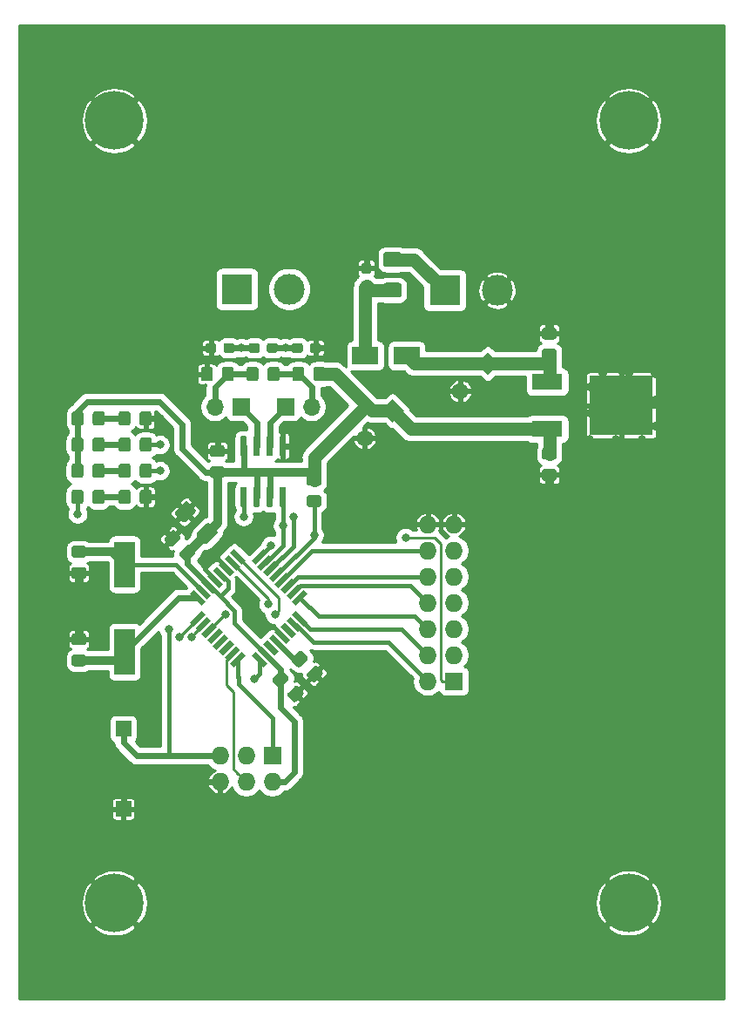
<source format=gbr>
G04 #@! TF.GenerationSoftware,KiCad,Pcbnew,5.1.5-52549c5~86~ubuntu18.04.1*
G04 #@! TF.CreationDate,2020-05-19T19:30:44+02:00*
G04 #@! TF.ProjectId,antenna_switch_comms,616e7465-6e6e-4615-9f73-77697463685f,rev?*
G04 #@! TF.SameCoordinates,Original*
G04 #@! TF.FileFunction,Copper,L1,Top*
G04 #@! TF.FilePolarity,Positive*
%FSLAX46Y46*%
G04 Gerber Fmt 4.6, Leading zero omitted, Abs format (unit mm)*
G04 Created by KiCad (PCBNEW 5.1.5-52549c5~86~ubuntu18.04.1) date 2020-05-19 19:30:44*
%MOMM*%
%LPD*%
G04 APERTURE LIST*
%ADD10C,0.100000*%
%ADD11R,2.000000X4.500000*%
%ADD12C,5.700000*%
%ADD13C,1.600000*%
%ADD14R,2.500000X1.800000*%
%ADD15R,1.727200X1.727200*%
%ADD16O,1.727200X1.727200*%
%ADD17R,3.000000X3.000000*%
%ADD18C,3.000000*%
%ADD19O,1.700000X1.700000*%
%ADD20R,1.700000X1.700000*%
%ADD21R,1.500000X1.500000*%
%ADD22R,3.000000X1.600000*%
%ADD23R,6.200000X5.800000*%
%ADD24C,0.800000*%
%ADD25C,0.609600*%
%ADD26C,0.812800*%
%ADD27C,0.406400*%
%ADD28C,1.270000*%
%ADD29C,1.016000*%
%ADD30C,0.254000*%
G04 APERTURE END LIST*
G04 #@! TA.AperFunction,SMDPad,CuDef*
D10*
G36*
X119138409Y-149096225D02*
G01*
X119162678Y-149099825D01*
X119186476Y-149105786D01*
X119209576Y-149114051D01*
X119231754Y-149124541D01*
X119252798Y-149137154D01*
X119272503Y-149151768D01*
X119290682Y-149168244D01*
X119944756Y-149822318D01*
X119961232Y-149840497D01*
X119975846Y-149860202D01*
X119988459Y-149881246D01*
X119998949Y-149903424D01*
X120007214Y-149926524D01*
X120013175Y-149950322D01*
X120016775Y-149974591D01*
X120017979Y-149999095D01*
X120016775Y-150023599D01*
X120013175Y-150047868D01*
X120007214Y-150071666D01*
X119998949Y-150094766D01*
X119988459Y-150116944D01*
X119975846Y-150137988D01*
X119961232Y-150157693D01*
X119944756Y-150175872D01*
X119060872Y-151059756D01*
X119042693Y-151076232D01*
X119022988Y-151090846D01*
X119001944Y-151103459D01*
X118979766Y-151113949D01*
X118956666Y-151122214D01*
X118932868Y-151128175D01*
X118908599Y-151131775D01*
X118884095Y-151132979D01*
X118859591Y-151131775D01*
X118835322Y-151128175D01*
X118811524Y-151122214D01*
X118788424Y-151113949D01*
X118766246Y-151103459D01*
X118745202Y-151090846D01*
X118725497Y-151076232D01*
X118707318Y-151059756D01*
X118053244Y-150405682D01*
X118036768Y-150387503D01*
X118022154Y-150367798D01*
X118009541Y-150346754D01*
X117999051Y-150324576D01*
X117990786Y-150301476D01*
X117984825Y-150277678D01*
X117981225Y-150253409D01*
X117980021Y-150228905D01*
X117981225Y-150204401D01*
X117984825Y-150180132D01*
X117990786Y-150156334D01*
X117999051Y-150133234D01*
X118009541Y-150111056D01*
X118022154Y-150090012D01*
X118036768Y-150070307D01*
X118053244Y-150052128D01*
X118937128Y-149168244D01*
X118955307Y-149151768D01*
X118975012Y-149137154D01*
X118996056Y-149124541D01*
X119018234Y-149114051D01*
X119041334Y-149105786D01*
X119065132Y-149099825D01*
X119089401Y-149096225D01*
X119113905Y-149095021D01*
X119138409Y-149096225D01*
G37*
G04 #@! TD.AperFunction*
G04 #@! TA.AperFunction,SMDPad,CuDef*
G36*
X117034767Y-146992583D02*
G01*
X117059036Y-146996183D01*
X117082834Y-147002144D01*
X117105934Y-147010409D01*
X117128112Y-147020899D01*
X117149156Y-147033512D01*
X117168861Y-147048126D01*
X117187040Y-147064602D01*
X117841114Y-147718676D01*
X117857590Y-147736855D01*
X117872204Y-147756560D01*
X117884817Y-147777604D01*
X117895307Y-147799782D01*
X117903572Y-147822882D01*
X117909533Y-147846680D01*
X117913133Y-147870949D01*
X117914337Y-147895453D01*
X117913133Y-147919957D01*
X117909533Y-147944226D01*
X117903572Y-147968024D01*
X117895307Y-147991124D01*
X117884817Y-148013302D01*
X117872204Y-148034346D01*
X117857590Y-148054051D01*
X117841114Y-148072230D01*
X116957230Y-148956114D01*
X116939051Y-148972590D01*
X116919346Y-148987204D01*
X116898302Y-148999817D01*
X116876124Y-149010307D01*
X116853024Y-149018572D01*
X116829226Y-149024533D01*
X116804957Y-149028133D01*
X116780453Y-149029337D01*
X116755949Y-149028133D01*
X116731680Y-149024533D01*
X116707882Y-149018572D01*
X116684782Y-149010307D01*
X116662604Y-148999817D01*
X116641560Y-148987204D01*
X116621855Y-148972590D01*
X116603676Y-148956114D01*
X115949602Y-148302040D01*
X115933126Y-148283861D01*
X115918512Y-148264156D01*
X115905899Y-148243112D01*
X115895409Y-148220934D01*
X115887144Y-148197834D01*
X115881183Y-148174036D01*
X115877583Y-148149767D01*
X115876379Y-148125263D01*
X115877583Y-148100759D01*
X115881183Y-148076490D01*
X115887144Y-148052692D01*
X115895409Y-148029592D01*
X115905899Y-148007414D01*
X115918512Y-147986370D01*
X115933126Y-147966665D01*
X115949602Y-147948486D01*
X116833486Y-147064602D01*
X116851665Y-147048126D01*
X116871370Y-147033512D01*
X116892414Y-147020899D01*
X116914592Y-147010409D01*
X116937692Y-147002144D01*
X116961490Y-146996183D01*
X116985759Y-146992583D01*
X117010263Y-146991379D01*
X117034767Y-146992583D01*
G37*
G04 #@! TD.AperFunction*
D11*
X110998000Y-161603000D03*
X110998000Y-153103000D03*
D12*
X110000000Y-110000000D03*
X160000000Y-186000000D03*
X160000000Y-110000000D03*
X110000000Y-186000000D03*
G04 #@! TA.AperFunction,SMDPad,CuDef*
D10*
G36*
X115757324Y-149772628D02*
G01*
X115781592Y-149776228D01*
X115805391Y-149782189D01*
X115828490Y-149790454D01*
X115850669Y-149800944D01*
X115871712Y-149813556D01*
X115891418Y-149828171D01*
X115909596Y-149844647D01*
X116369217Y-150304268D01*
X116385693Y-150322446D01*
X116400308Y-150342152D01*
X116412920Y-150363195D01*
X116423410Y-150385374D01*
X116431675Y-150408473D01*
X116437636Y-150432272D01*
X116441236Y-150456540D01*
X116442440Y-150481044D01*
X116441236Y-150505548D01*
X116437636Y-150529816D01*
X116431675Y-150553615D01*
X116423410Y-150576714D01*
X116412920Y-150598893D01*
X116400308Y-150619936D01*
X116385693Y-150639642D01*
X116369217Y-150657820D01*
X115732820Y-151294217D01*
X115714642Y-151310693D01*
X115694936Y-151325308D01*
X115673893Y-151337920D01*
X115651714Y-151348410D01*
X115628615Y-151356675D01*
X115604816Y-151362636D01*
X115580548Y-151366236D01*
X115556044Y-151367440D01*
X115531540Y-151366236D01*
X115507272Y-151362636D01*
X115483473Y-151356675D01*
X115460374Y-151348410D01*
X115438195Y-151337920D01*
X115417152Y-151325308D01*
X115397446Y-151310693D01*
X115379268Y-151294217D01*
X114919647Y-150834596D01*
X114903171Y-150816418D01*
X114888556Y-150796712D01*
X114875944Y-150775669D01*
X114865454Y-150753490D01*
X114857189Y-150730391D01*
X114851228Y-150706592D01*
X114847628Y-150682324D01*
X114846424Y-150657820D01*
X114847628Y-150633316D01*
X114851228Y-150609048D01*
X114857189Y-150585249D01*
X114865454Y-150562150D01*
X114875944Y-150539971D01*
X114888556Y-150518928D01*
X114903171Y-150499222D01*
X114919647Y-150481044D01*
X115556044Y-149844647D01*
X115574222Y-149828171D01*
X115593928Y-149813556D01*
X115614971Y-149800944D01*
X115637150Y-149790454D01*
X115660249Y-149782189D01*
X115684048Y-149776228D01*
X115708316Y-149772628D01*
X115732820Y-149771424D01*
X115757324Y-149772628D01*
G37*
G04 #@! TD.AperFunction*
G04 #@! TA.AperFunction,SMDPad,CuDef*
G36*
X117206892Y-151222196D02*
G01*
X117231160Y-151225796D01*
X117254959Y-151231757D01*
X117278058Y-151240022D01*
X117300237Y-151250512D01*
X117321280Y-151263124D01*
X117340986Y-151277739D01*
X117359164Y-151294215D01*
X117818785Y-151753836D01*
X117835261Y-151772014D01*
X117849876Y-151791720D01*
X117862488Y-151812763D01*
X117872978Y-151834942D01*
X117881243Y-151858041D01*
X117887204Y-151881840D01*
X117890804Y-151906108D01*
X117892008Y-151930612D01*
X117890804Y-151955116D01*
X117887204Y-151979384D01*
X117881243Y-152003183D01*
X117872978Y-152026282D01*
X117862488Y-152048461D01*
X117849876Y-152069504D01*
X117835261Y-152089210D01*
X117818785Y-152107388D01*
X117182388Y-152743785D01*
X117164210Y-152760261D01*
X117144504Y-152774876D01*
X117123461Y-152787488D01*
X117101282Y-152797978D01*
X117078183Y-152806243D01*
X117054384Y-152812204D01*
X117030116Y-152815804D01*
X117005612Y-152817008D01*
X116981108Y-152815804D01*
X116956840Y-152812204D01*
X116933041Y-152806243D01*
X116909942Y-152797978D01*
X116887763Y-152787488D01*
X116866720Y-152774876D01*
X116847014Y-152760261D01*
X116828836Y-152743785D01*
X116369215Y-152284164D01*
X116352739Y-152265986D01*
X116338124Y-152246280D01*
X116325512Y-152225237D01*
X116315022Y-152203058D01*
X116306757Y-152179959D01*
X116300796Y-152156160D01*
X116297196Y-152131892D01*
X116295992Y-152107388D01*
X116297196Y-152082884D01*
X116300796Y-152058616D01*
X116306757Y-152034817D01*
X116315022Y-152011718D01*
X116325512Y-151989539D01*
X116338124Y-151968496D01*
X116352739Y-151948790D01*
X116369215Y-151930612D01*
X117005612Y-151294215D01*
X117023790Y-151277739D01*
X117043496Y-151263124D01*
X117064539Y-151250512D01*
X117086718Y-151240022D01*
X117109817Y-151231757D01*
X117133616Y-151225796D01*
X117157884Y-151222196D01*
X117182388Y-151220992D01*
X117206892Y-151222196D01*
G37*
G04 #@! TD.AperFunction*
G04 #@! TA.AperFunction,SMDPad,CuDef*
G36*
X126261108Y-163451412D02*
G01*
X126285376Y-163455012D01*
X126309175Y-163460973D01*
X126332274Y-163469238D01*
X126354453Y-163479728D01*
X126375496Y-163492340D01*
X126395202Y-163506955D01*
X126413380Y-163523431D01*
X126873001Y-163983052D01*
X126889477Y-164001230D01*
X126904092Y-164020936D01*
X126916704Y-164041979D01*
X126927194Y-164064158D01*
X126935459Y-164087257D01*
X126941420Y-164111056D01*
X126945020Y-164135324D01*
X126946224Y-164159828D01*
X126945020Y-164184332D01*
X126941420Y-164208600D01*
X126935459Y-164232399D01*
X126927194Y-164255498D01*
X126916704Y-164277677D01*
X126904092Y-164298720D01*
X126889477Y-164318426D01*
X126873001Y-164336604D01*
X126236604Y-164973001D01*
X126218426Y-164989477D01*
X126198720Y-165004092D01*
X126177677Y-165016704D01*
X126155498Y-165027194D01*
X126132399Y-165035459D01*
X126108600Y-165041420D01*
X126084332Y-165045020D01*
X126059828Y-165046224D01*
X126035324Y-165045020D01*
X126011056Y-165041420D01*
X125987257Y-165035459D01*
X125964158Y-165027194D01*
X125941979Y-165016704D01*
X125920936Y-165004092D01*
X125901230Y-164989477D01*
X125883052Y-164973001D01*
X125423431Y-164513380D01*
X125406955Y-164495202D01*
X125392340Y-164475496D01*
X125379728Y-164454453D01*
X125369238Y-164432274D01*
X125360973Y-164409175D01*
X125355012Y-164385376D01*
X125351412Y-164361108D01*
X125350208Y-164336604D01*
X125351412Y-164312100D01*
X125355012Y-164287832D01*
X125360973Y-164264033D01*
X125369238Y-164240934D01*
X125379728Y-164218755D01*
X125392340Y-164197712D01*
X125406955Y-164178006D01*
X125423431Y-164159828D01*
X126059828Y-163523431D01*
X126078006Y-163506955D01*
X126097712Y-163492340D01*
X126118755Y-163479728D01*
X126140934Y-163469238D01*
X126164033Y-163460973D01*
X126187832Y-163455012D01*
X126212100Y-163451412D01*
X126236604Y-163450208D01*
X126261108Y-163451412D01*
G37*
G04 #@! TD.AperFunction*
G04 #@! TA.AperFunction,SMDPad,CuDef*
G36*
X127710676Y-164900980D02*
G01*
X127734944Y-164904580D01*
X127758743Y-164910541D01*
X127781842Y-164918806D01*
X127804021Y-164929296D01*
X127825064Y-164941908D01*
X127844770Y-164956523D01*
X127862948Y-164972999D01*
X128322569Y-165432620D01*
X128339045Y-165450798D01*
X128353660Y-165470504D01*
X128366272Y-165491547D01*
X128376762Y-165513726D01*
X128385027Y-165536825D01*
X128390988Y-165560624D01*
X128394588Y-165584892D01*
X128395792Y-165609396D01*
X128394588Y-165633900D01*
X128390988Y-165658168D01*
X128385027Y-165681967D01*
X128376762Y-165705066D01*
X128366272Y-165727245D01*
X128353660Y-165748288D01*
X128339045Y-165767994D01*
X128322569Y-165786172D01*
X127686172Y-166422569D01*
X127667994Y-166439045D01*
X127648288Y-166453660D01*
X127627245Y-166466272D01*
X127605066Y-166476762D01*
X127581967Y-166485027D01*
X127558168Y-166490988D01*
X127533900Y-166494588D01*
X127509396Y-166495792D01*
X127484892Y-166494588D01*
X127460624Y-166490988D01*
X127436825Y-166485027D01*
X127413726Y-166476762D01*
X127391547Y-166466272D01*
X127370504Y-166453660D01*
X127350798Y-166439045D01*
X127332620Y-166422569D01*
X126872999Y-165962948D01*
X126856523Y-165944770D01*
X126841908Y-165925064D01*
X126829296Y-165904021D01*
X126818806Y-165881842D01*
X126810541Y-165858743D01*
X126804580Y-165834944D01*
X126800980Y-165810676D01*
X126799776Y-165786172D01*
X126800980Y-165761668D01*
X126804580Y-165737400D01*
X126810541Y-165713601D01*
X126818806Y-165690502D01*
X126829296Y-165668323D01*
X126841908Y-165647280D01*
X126856523Y-165627574D01*
X126872999Y-165609396D01*
X127509396Y-164972999D01*
X127527574Y-164956523D01*
X127547280Y-164941908D01*
X127568323Y-164929296D01*
X127590502Y-164918806D01*
X127613601Y-164910541D01*
X127637400Y-164904580D01*
X127661668Y-164900980D01*
X127686172Y-164899776D01*
X127710676Y-164900980D01*
G37*
G04 #@! TD.AperFunction*
G04 #@! TA.AperFunction,SMDPad,CuDef*
G36*
X129578460Y-162958764D02*
G01*
X129602728Y-162962364D01*
X129626527Y-162968325D01*
X129649626Y-162976590D01*
X129671805Y-162987080D01*
X129692848Y-162999692D01*
X129712554Y-163014307D01*
X129730732Y-163030783D01*
X130190353Y-163490404D01*
X130206829Y-163508582D01*
X130221444Y-163528288D01*
X130234056Y-163549331D01*
X130244546Y-163571510D01*
X130252811Y-163594609D01*
X130258772Y-163618408D01*
X130262372Y-163642676D01*
X130263576Y-163667180D01*
X130262372Y-163691684D01*
X130258772Y-163715952D01*
X130252811Y-163739751D01*
X130244546Y-163762850D01*
X130234056Y-163785029D01*
X130221444Y-163806072D01*
X130206829Y-163825778D01*
X130190353Y-163843956D01*
X129553956Y-164480353D01*
X129535778Y-164496829D01*
X129516072Y-164511444D01*
X129495029Y-164524056D01*
X129472850Y-164534546D01*
X129449751Y-164542811D01*
X129425952Y-164548772D01*
X129401684Y-164552372D01*
X129377180Y-164553576D01*
X129352676Y-164552372D01*
X129328408Y-164548772D01*
X129304609Y-164542811D01*
X129281510Y-164534546D01*
X129259331Y-164524056D01*
X129238288Y-164511444D01*
X129218582Y-164496829D01*
X129200404Y-164480353D01*
X128740783Y-164020732D01*
X128724307Y-164002554D01*
X128709692Y-163982848D01*
X128697080Y-163961805D01*
X128686590Y-163939626D01*
X128678325Y-163916527D01*
X128672364Y-163892728D01*
X128668764Y-163868460D01*
X128667560Y-163843956D01*
X128668764Y-163819452D01*
X128672364Y-163795184D01*
X128678325Y-163771385D01*
X128686590Y-163748286D01*
X128697080Y-163726107D01*
X128709692Y-163705064D01*
X128724307Y-163685358D01*
X128740783Y-163667180D01*
X129377180Y-163030783D01*
X129395358Y-163014307D01*
X129415064Y-162999692D01*
X129436107Y-162987080D01*
X129458286Y-162976590D01*
X129481385Y-162968325D01*
X129505184Y-162962364D01*
X129529452Y-162958764D01*
X129553956Y-162957560D01*
X129578460Y-162958764D01*
G37*
G04 #@! TD.AperFunction*
G04 #@! TA.AperFunction,SMDPad,CuDef*
G36*
X128128892Y-161509196D02*
G01*
X128153160Y-161512796D01*
X128176959Y-161518757D01*
X128200058Y-161527022D01*
X128222237Y-161537512D01*
X128243280Y-161550124D01*
X128262986Y-161564739D01*
X128281164Y-161581215D01*
X128740785Y-162040836D01*
X128757261Y-162059014D01*
X128771876Y-162078720D01*
X128784488Y-162099763D01*
X128794978Y-162121942D01*
X128803243Y-162145041D01*
X128809204Y-162168840D01*
X128812804Y-162193108D01*
X128814008Y-162217612D01*
X128812804Y-162242116D01*
X128809204Y-162266384D01*
X128803243Y-162290183D01*
X128794978Y-162313282D01*
X128784488Y-162335461D01*
X128771876Y-162356504D01*
X128757261Y-162376210D01*
X128740785Y-162394388D01*
X128104388Y-163030785D01*
X128086210Y-163047261D01*
X128066504Y-163061876D01*
X128045461Y-163074488D01*
X128023282Y-163084978D01*
X128000183Y-163093243D01*
X127976384Y-163099204D01*
X127952116Y-163102804D01*
X127927612Y-163104008D01*
X127903108Y-163102804D01*
X127878840Y-163099204D01*
X127855041Y-163093243D01*
X127831942Y-163084978D01*
X127809763Y-163074488D01*
X127788720Y-163061876D01*
X127769014Y-163047261D01*
X127750836Y-163030785D01*
X127291215Y-162571164D01*
X127274739Y-162552986D01*
X127260124Y-162533280D01*
X127247512Y-162512237D01*
X127237022Y-162490058D01*
X127228757Y-162466959D01*
X127222796Y-162443160D01*
X127219196Y-162418892D01*
X127217992Y-162394388D01*
X127219196Y-162369884D01*
X127222796Y-162345616D01*
X127228757Y-162321817D01*
X127237022Y-162298718D01*
X127247512Y-162276539D01*
X127260124Y-162255496D01*
X127274739Y-162235790D01*
X127291215Y-162217612D01*
X127927612Y-161581215D01*
X127945790Y-161564739D01*
X127965496Y-161550124D01*
X127986539Y-161537512D01*
X128008718Y-161527022D01*
X128031817Y-161518757D01*
X128055616Y-161512796D01*
X128079884Y-161509196D01*
X128104388Y-161507992D01*
X128128892Y-161509196D01*
G37*
G04 #@! TD.AperFunction*
G04 #@! TA.AperFunction,SMDPad,CuDef*
G36*
X107027505Y-153359204D02*
G01*
X107051773Y-153362804D01*
X107075572Y-153368765D01*
X107098671Y-153377030D01*
X107120850Y-153387520D01*
X107141893Y-153400132D01*
X107161599Y-153414747D01*
X107179777Y-153431223D01*
X107196253Y-153449401D01*
X107210868Y-153469107D01*
X107223480Y-153490150D01*
X107233970Y-153512329D01*
X107242235Y-153535428D01*
X107248196Y-153559227D01*
X107251796Y-153583495D01*
X107253000Y-153607999D01*
X107253000Y-154258001D01*
X107251796Y-154282505D01*
X107248196Y-154306773D01*
X107242235Y-154330572D01*
X107233970Y-154353671D01*
X107223480Y-154375850D01*
X107210868Y-154396893D01*
X107196253Y-154416599D01*
X107179777Y-154434777D01*
X107161599Y-154451253D01*
X107141893Y-154465868D01*
X107120850Y-154478480D01*
X107098671Y-154488970D01*
X107075572Y-154497235D01*
X107051773Y-154503196D01*
X107027505Y-154506796D01*
X107003001Y-154508000D01*
X106102999Y-154508000D01*
X106078495Y-154506796D01*
X106054227Y-154503196D01*
X106030428Y-154497235D01*
X106007329Y-154488970D01*
X105985150Y-154478480D01*
X105964107Y-154465868D01*
X105944401Y-154451253D01*
X105926223Y-154434777D01*
X105909747Y-154416599D01*
X105895132Y-154396893D01*
X105882520Y-154375850D01*
X105872030Y-154353671D01*
X105863765Y-154330572D01*
X105857804Y-154306773D01*
X105854204Y-154282505D01*
X105853000Y-154258001D01*
X105853000Y-153607999D01*
X105854204Y-153583495D01*
X105857804Y-153559227D01*
X105863765Y-153535428D01*
X105872030Y-153512329D01*
X105882520Y-153490150D01*
X105895132Y-153469107D01*
X105909747Y-153449401D01*
X105926223Y-153431223D01*
X105944401Y-153414747D01*
X105964107Y-153400132D01*
X105985150Y-153387520D01*
X106007329Y-153377030D01*
X106030428Y-153368765D01*
X106054227Y-153362804D01*
X106078495Y-153359204D01*
X106102999Y-153358000D01*
X107003001Y-153358000D01*
X107027505Y-153359204D01*
G37*
G04 #@! TD.AperFunction*
G04 #@! TA.AperFunction,SMDPad,CuDef*
G36*
X107027505Y-151309204D02*
G01*
X107051773Y-151312804D01*
X107075572Y-151318765D01*
X107098671Y-151327030D01*
X107120850Y-151337520D01*
X107141893Y-151350132D01*
X107161599Y-151364747D01*
X107179777Y-151381223D01*
X107196253Y-151399401D01*
X107210868Y-151419107D01*
X107223480Y-151440150D01*
X107233970Y-151462329D01*
X107242235Y-151485428D01*
X107248196Y-151509227D01*
X107251796Y-151533495D01*
X107253000Y-151557999D01*
X107253000Y-152208001D01*
X107251796Y-152232505D01*
X107248196Y-152256773D01*
X107242235Y-152280572D01*
X107233970Y-152303671D01*
X107223480Y-152325850D01*
X107210868Y-152346893D01*
X107196253Y-152366599D01*
X107179777Y-152384777D01*
X107161599Y-152401253D01*
X107141893Y-152415868D01*
X107120850Y-152428480D01*
X107098671Y-152438970D01*
X107075572Y-152447235D01*
X107051773Y-152453196D01*
X107027505Y-152456796D01*
X107003001Y-152458000D01*
X106102999Y-152458000D01*
X106078495Y-152456796D01*
X106054227Y-152453196D01*
X106030428Y-152447235D01*
X106007329Y-152438970D01*
X105985150Y-152428480D01*
X105964107Y-152415868D01*
X105944401Y-152401253D01*
X105926223Y-152384777D01*
X105909747Y-152366599D01*
X105895132Y-152346893D01*
X105882520Y-152325850D01*
X105872030Y-152303671D01*
X105863765Y-152280572D01*
X105857804Y-152256773D01*
X105854204Y-152232505D01*
X105853000Y-152208001D01*
X105853000Y-151557999D01*
X105854204Y-151533495D01*
X105857804Y-151509227D01*
X105863765Y-151485428D01*
X105872030Y-151462329D01*
X105882520Y-151440150D01*
X105895132Y-151419107D01*
X105909747Y-151399401D01*
X105926223Y-151381223D01*
X105944401Y-151364747D01*
X105964107Y-151350132D01*
X105985150Y-151337520D01*
X106007329Y-151327030D01*
X106030428Y-151318765D01*
X106054227Y-151312804D01*
X106078495Y-151309204D01*
X106102999Y-151308000D01*
X107003001Y-151308000D01*
X107027505Y-151309204D01*
G37*
G04 #@! TD.AperFunction*
G04 #@! TA.AperFunction,SMDPad,CuDef*
G36*
X107027505Y-159809204D02*
G01*
X107051773Y-159812804D01*
X107075572Y-159818765D01*
X107098671Y-159827030D01*
X107120850Y-159837520D01*
X107141893Y-159850132D01*
X107161599Y-159864747D01*
X107179777Y-159881223D01*
X107196253Y-159899401D01*
X107210868Y-159919107D01*
X107223480Y-159940150D01*
X107233970Y-159962329D01*
X107242235Y-159985428D01*
X107248196Y-160009227D01*
X107251796Y-160033495D01*
X107253000Y-160057999D01*
X107253000Y-160708001D01*
X107251796Y-160732505D01*
X107248196Y-160756773D01*
X107242235Y-160780572D01*
X107233970Y-160803671D01*
X107223480Y-160825850D01*
X107210868Y-160846893D01*
X107196253Y-160866599D01*
X107179777Y-160884777D01*
X107161599Y-160901253D01*
X107141893Y-160915868D01*
X107120850Y-160928480D01*
X107098671Y-160938970D01*
X107075572Y-160947235D01*
X107051773Y-160953196D01*
X107027505Y-160956796D01*
X107003001Y-160958000D01*
X106102999Y-160958000D01*
X106078495Y-160956796D01*
X106054227Y-160953196D01*
X106030428Y-160947235D01*
X106007329Y-160938970D01*
X105985150Y-160928480D01*
X105964107Y-160915868D01*
X105944401Y-160901253D01*
X105926223Y-160884777D01*
X105909747Y-160866599D01*
X105895132Y-160846893D01*
X105882520Y-160825850D01*
X105872030Y-160803671D01*
X105863765Y-160780572D01*
X105857804Y-160756773D01*
X105854204Y-160732505D01*
X105853000Y-160708001D01*
X105853000Y-160057999D01*
X105854204Y-160033495D01*
X105857804Y-160009227D01*
X105863765Y-159985428D01*
X105872030Y-159962329D01*
X105882520Y-159940150D01*
X105895132Y-159919107D01*
X105909747Y-159899401D01*
X105926223Y-159881223D01*
X105944401Y-159864747D01*
X105964107Y-159850132D01*
X105985150Y-159837520D01*
X106007329Y-159827030D01*
X106030428Y-159818765D01*
X106054227Y-159812804D01*
X106078495Y-159809204D01*
X106102999Y-159808000D01*
X107003001Y-159808000D01*
X107027505Y-159809204D01*
G37*
G04 #@! TD.AperFunction*
G04 #@! TA.AperFunction,SMDPad,CuDef*
G36*
X107027505Y-161859204D02*
G01*
X107051773Y-161862804D01*
X107075572Y-161868765D01*
X107098671Y-161877030D01*
X107120850Y-161887520D01*
X107141893Y-161900132D01*
X107161599Y-161914747D01*
X107179777Y-161931223D01*
X107196253Y-161949401D01*
X107210868Y-161969107D01*
X107223480Y-161990150D01*
X107233970Y-162012329D01*
X107242235Y-162035428D01*
X107248196Y-162059227D01*
X107251796Y-162083495D01*
X107253000Y-162107999D01*
X107253000Y-162758001D01*
X107251796Y-162782505D01*
X107248196Y-162806773D01*
X107242235Y-162830572D01*
X107233970Y-162853671D01*
X107223480Y-162875850D01*
X107210868Y-162896893D01*
X107196253Y-162916599D01*
X107179777Y-162934777D01*
X107161599Y-162951253D01*
X107141893Y-162965868D01*
X107120850Y-162978480D01*
X107098671Y-162988970D01*
X107075572Y-162997235D01*
X107051773Y-163003196D01*
X107027505Y-163006796D01*
X107003001Y-163008000D01*
X106102999Y-163008000D01*
X106078495Y-163006796D01*
X106054227Y-163003196D01*
X106030428Y-162997235D01*
X106007329Y-162988970D01*
X105985150Y-162978480D01*
X105964107Y-162965868D01*
X105944401Y-162951253D01*
X105926223Y-162934777D01*
X105909747Y-162916599D01*
X105895132Y-162896893D01*
X105882520Y-162875850D01*
X105872030Y-162853671D01*
X105863765Y-162830572D01*
X105857804Y-162806773D01*
X105854204Y-162782505D01*
X105853000Y-162758001D01*
X105853000Y-162107999D01*
X105854204Y-162083495D01*
X105857804Y-162059227D01*
X105863765Y-162035428D01*
X105872030Y-162012329D01*
X105882520Y-161990150D01*
X105895132Y-161969107D01*
X105909747Y-161949401D01*
X105926223Y-161931223D01*
X105944401Y-161914747D01*
X105964107Y-161900132D01*
X105985150Y-161887520D01*
X106007329Y-161877030D01*
X106030428Y-161868765D01*
X106054227Y-161862804D01*
X106078495Y-161859204D01*
X106102999Y-161858000D01*
X107003001Y-161858000D01*
X107027505Y-161859204D01*
G37*
G04 #@! TD.AperFunction*
G04 #@! TA.AperFunction,SMDPad,CuDef*
G36*
X120489505Y-143571204D02*
G01*
X120513773Y-143574804D01*
X120537572Y-143580765D01*
X120560671Y-143589030D01*
X120582850Y-143599520D01*
X120603893Y-143612132D01*
X120623599Y-143626747D01*
X120641777Y-143643223D01*
X120658253Y-143661401D01*
X120672868Y-143681107D01*
X120685480Y-143702150D01*
X120695970Y-143724329D01*
X120704235Y-143747428D01*
X120710196Y-143771227D01*
X120713796Y-143795495D01*
X120715000Y-143819999D01*
X120715000Y-144470001D01*
X120713796Y-144494505D01*
X120710196Y-144518773D01*
X120704235Y-144542572D01*
X120695970Y-144565671D01*
X120685480Y-144587850D01*
X120672868Y-144608893D01*
X120658253Y-144628599D01*
X120641777Y-144646777D01*
X120623599Y-144663253D01*
X120603893Y-144677868D01*
X120582850Y-144690480D01*
X120560671Y-144700970D01*
X120537572Y-144709235D01*
X120513773Y-144715196D01*
X120489505Y-144718796D01*
X120465001Y-144720000D01*
X119564999Y-144720000D01*
X119540495Y-144718796D01*
X119516227Y-144715196D01*
X119492428Y-144709235D01*
X119469329Y-144700970D01*
X119447150Y-144690480D01*
X119426107Y-144677868D01*
X119406401Y-144663253D01*
X119388223Y-144646777D01*
X119371747Y-144628599D01*
X119357132Y-144608893D01*
X119344520Y-144587850D01*
X119334030Y-144565671D01*
X119325765Y-144542572D01*
X119319804Y-144518773D01*
X119316204Y-144494505D01*
X119315000Y-144470001D01*
X119315000Y-143819999D01*
X119316204Y-143795495D01*
X119319804Y-143771227D01*
X119325765Y-143747428D01*
X119334030Y-143724329D01*
X119344520Y-143702150D01*
X119357132Y-143681107D01*
X119371747Y-143661401D01*
X119388223Y-143643223D01*
X119406401Y-143626747D01*
X119426107Y-143612132D01*
X119447150Y-143599520D01*
X119469329Y-143589030D01*
X119492428Y-143580765D01*
X119516227Y-143574804D01*
X119540495Y-143571204D01*
X119564999Y-143570000D01*
X120465001Y-143570000D01*
X120489505Y-143571204D01*
G37*
G04 #@! TD.AperFunction*
G04 #@! TA.AperFunction,SMDPad,CuDef*
G36*
X120489505Y-141521204D02*
G01*
X120513773Y-141524804D01*
X120537572Y-141530765D01*
X120560671Y-141539030D01*
X120582850Y-141549520D01*
X120603893Y-141562132D01*
X120623599Y-141576747D01*
X120641777Y-141593223D01*
X120658253Y-141611401D01*
X120672868Y-141631107D01*
X120685480Y-141652150D01*
X120695970Y-141674329D01*
X120704235Y-141697428D01*
X120710196Y-141721227D01*
X120713796Y-141745495D01*
X120715000Y-141769999D01*
X120715000Y-142420001D01*
X120713796Y-142444505D01*
X120710196Y-142468773D01*
X120704235Y-142492572D01*
X120695970Y-142515671D01*
X120685480Y-142537850D01*
X120672868Y-142558893D01*
X120658253Y-142578599D01*
X120641777Y-142596777D01*
X120623599Y-142613253D01*
X120603893Y-142627868D01*
X120582850Y-142640480D01*
X120560671Y-142650970D01*
X120537572Y-142659235D01*
X120513773Y-142665196D01*
X120489505Y-142668796D01*
X120465001Y-142670000D01*
X119564999Y-142670000D01*
X119540495Y-142668796D01*
X119516227Y-142665196D01*
X119492428Y-142659235D01*
X119469329Y-142650970D01*
X119447150Y-142640480D01*
X119426107Y-142627868D01*
X119406401Y-142613253D01*
X119388223Y-142596777D01*
X119371747Y-142578599D01*
X119357132Y-142558893D01*
X119344520Y-142537850D01*
X119334030Y-142515671D01*
X119325765Y-142492572D01*
X119319804Y-142468773D01*
X119316204Y-142444505D01*
X119315000Y-142420001D01*
X119315000Y-141769999D01*
X119316204Y-141745495D01*
X119319804Y-141721227D01*
X119325765Y-141697428D01*
X119334030Y-141674329D01*
X119344520Y-141652150D01*
X119357132Y-141631107D01*
X119371747Y-141611401D01*
X119388223Y-141593223D01*
X119406401Y-141576747D01*
X119426107Y-141562132D01*
X119447150Y-141549520D01*
X119469329Y-141539030D01*
X119492428Y-141530765D01*
X119516227Y-141524804D01*
X119540495Y-141521204D01*
X119564999Y-141520000D01*
X120465001Y-141520000D01*
X120489505Y-141521204D01*
G37*
G04 #@! TD.AperFunction*
D13*
X143616994Y-136291006D03*
G04 #@! TA.AperFunction,ComponentPad*
D10*
G36*
X146304000Y-132472629D02*
G01*
X147435371Y-133604000D01*
X146304000Y-134735371D01*
X145172629Y-133604000D01*
X146304000Y-132472629D01*
G37*
G04 #@! TD.AperFunction*
G04 #@! TA.AperFunction,SMDPad,CuDef*
G36*
X152747505Y-130109204D02*
G01*
X152771773Y-130112804D01*
X152795572Y-130118765D01*
X152818671Y-130127030D01*
X152840850Y-130137520D01*
X152861893Y-130150132D01*
X152881599Y-130164747D01*
X152899777Y-130181223D01*
X152916253Y-130199401D01*
X152930868Y-130219107D01*
X152943480Y-130240150D01*
X152953970Y-130262329D01*
X152962235Y-130285428D01*
X152968196Y-130309227D01*
X152971796Y-130333495D01*
X152973000Y-130357999D01*
X152973000Y-131008001D01*
X152971796Y-131032505D01*
X152968196Y-131056773D01*
X152962235Y-131080572D01*
X152953970Y-131103671D01*
X152943480Y-131125850D01*
X152930868Y-131146893D01*
X152916253Y-131166599D01*
X152899777Y-131184777D01*
X152881599Y-131201253D01*
X152861893Y-131215868D01*
X152840850Y-131228480D01*
X152818671Y-131238970D01*
X152795572Y-131247235D01*
X152771773Y-131253196D01*
X152747505Y-131256796D01*
X152723001Y-131258000D01*
X151822999Y-131258000D01*
X151798495Y-131256796D01*
X151774227Y-131253196D01*
X151750428Y-131247235D01*
X151727329Y-131238970D01*
X151705150Y-131228480D01*
X151684107Y-131215868D01*
X151664401Y-131201253D01*
X151646223Y-131184777D01*
X151629747Y-131166599D01*
X151615132Y-131146893D01*
X151602520Y-131125850D01*
X151592030Y-131103671D01*
X151583765Y-131080572D01*
X151577804Y-131056773D01*
X151574204Y-131032505D01*
X151573000Y-131008001D01*
X151573000Y-130357999D01*
X151574204Y-130333495D01*
X151577804Y-130309227D01*
X151583765Y-130285428D01*
X151592030Y-130262329D01*
X151602520Y-130240150D01*
X151615132Y-130219107D01*
X151629747Y-130199401D01*
X151646223Y-130181223D01*
X151664401Y-130164747D01*
X151684107Y-130150132D01*
X151705150Y-130137520D01*
X151727329Y-130127030D01*
X151750428Y-130118765D01*
X151774227Y-130112804D01*
X151798495Y-130109204D01*
X151822999Y-130108000D01*
X152723001Y-130108000D01*
X152747505Y-130109204D01*
G37*
G04 #@! TD.AperFunction*
G04 #@! TA.AperFunction,SMDPad,CuDef*
G36*
X152747505Y-132159204D02*
G01*
X152771773Y-132162804D01*
X152795572Y-132168765D01*
X152818671Y-132177030D01*
X152840850Y-132187520D01*
X152861893Y-132200132D01*
X152881599Y-132214747D01*
X152899777Y-132231223D01*
X152916253Y-132249401D01*
X152930868Y-132269107D01*
X152943480Y-132290150D01*
X152953970Y-132312329D01*
X152962235Y-132335428D01*
X152968196Y-132359227D01*
X152971796Y-132383495D01*
X152973000Y-132407999D01*
X152973000Y-133058001D01*
X152971796Y-133082505D01*
X152968196Y-133106773D01*
X152962235Y-133130572D01*
X152953970Y-133153671D01*
X152943480Y-133175850D01*
X152930868Y-133196893D01*
X152916253Y-133216599D01*
X152899777Y-133234777D01*
X152881599Y-133251253D01*
X152861893Y-133265868D01*
X152840850Y-133278480D01*
X152818671Y-133288970D01*
X152795572Y-133297235D01*
X152771773Y-133303196D01*
X152747505Y-133306796D01*
X152723001Y-133308000D01*
X151822999Y-133308000D01*
X151798495Y-133306796D01*
X151774227Y-133303196D01*
X151750428Y-133297235D01*
X151727329Y-133288970D01*
X151705150Y-133278480D01*
X151684107Y-133265868D01*
X151664401Y-133251253D01*
X151646223Y-133234777D01*
X151629747Y-133216599D01*
X151615132Y-133196893D01*
X151602520Y-133175850D01*
X151592030Y-133153671D01*
X151583765Y-133130572D01*
X151577804Y-133106773D01*
X151574204Y-133082505D01*
X151573000Y-133058001D01*
X151573000Y-132407999D01*
X151574204Y-132383495D01*
X151577804Y-132359227D01*
X151583765Y-132335428D01*
X151592030Y-132312329D01*
X151602520Y-132290150D01*
X151615132Y-132269107D01*
X151629747Y-132249401D01*
X151646223Y-132231223D01*
X151664401Y-132214747D01*
X151684107Y-132200132D01*
X151705150Y-132187520D01*
X151727329Y-132177030D01*
X151750428Y-132168765D01*
X151774227Y-132162804D01*
X151798495Y-132159204D01*
X151822999Y-132158000D01*
X152723001Y-132158000D01*
X152747505Y-132159204D01*
G37*
G04 #@! TD.AperFunction*
G04 #@! TA.AperFunction,ComponentPad*
G36*
X137033000Y-137044629D02*
G01*
X138164371Y-138176000D01*
X137033000Y-139307371D01*
X135901629Y-138176000D01*
X137033000Y-137044629D01*
G37*
G04 #@! TD.AperFunction*
D13*
X134345994Y-140863006D03*
G04 #@! TA.AperFunction,SMDPad,CuDef*
D10*
G36*
X152747505Y-143834204D02*
G01*
X152771773Y-143837804D01*
X152795572Y-143843765D01*
X152818671Y-143852030D01*
X152840850Y-143862520D01*
X152861893Y-143875132D01*
X152881599Y-143889747D01*
X152899777Y-143906223D01*
X152916253Y-143924401D01*
X152930868Y-143944107D01*
X152943480Y-143965150D01*
X152953970Y-143987329D01*
X152962235Y-144010428D01*
X152968196Y-144034227D01*
X152971796Y-144058495D01*
X152973000Y-144082999D01*
X152973000Y-144733001D01*
X152971796Y-144757505D01*
X152968196Y-144781773D01*
X152962235Y-144805572D01*
X152953970Y-144828671D01*
X152943480Y-144850850D01*
X152930868Y-144871893D01*
X152916253Y-144891599D01*
X152899777Y-144909777D01*
X152881599Y-144926253D01*
X152861893Y-144940868D01*
X152840850Y-144953480D01*
X152818671Y-144963970D01*
X152795572Y-144972235D01*
X152771773Y-144978196D01*
X152747505Y-144981796D01*
X152723001Y-144983000D01*
X151822999Y-144983000D01*
X151798495Y-144981796D01*
X151774227Y-144978196D01*
X151750428Y-144972235D01*
X151727329Y-144963970D01*
X151705150Y-144953480D01*
X151684107Y-144940868D01*
X151664401Y-144926253D01*
X151646223Y-144909777D01*
X151629747Y-144891599D01*
X151615132Y-144871893D01*
X151602520Y-144850850D01*
X151592030Y-144828671D01*
X151583765Y-144805572D01*
X151577804Y-144781773D01*
X151574204Y-144757505D01*
X151573000Y-144733001D01*
X151573000Y-144082999D01*
X151574204Y-144058495D01*
X151577804Y-144034227D01*
X151583765Y-144010428D01*
X151592030Y-143987329D01*
X151602520Y-143965150D01*
X151615132Y-143944107D01*
X151629747Y-143924401D01*
X151646223Y-143906223D01*
X151664401Y-143889747D01*
X151684107Y-143875132D01*
X151705150Y-143862520D01*
X151727329Y-143852030D01*
X151750428Y-143843765D01*
X151774227Y-143837804D01*
X151798495Y-143834204D01*
X151822999Y-143833000D01*
X152723001Y-143833000D01*
X152747505Y-143834204D01*
G37*
G04 #@! TD.AperFunction*
G04 #@! TA.AperFunction,SMDPad,CuDef*
G36*
X152747505Y-141784204D02*
G01*
X152771773Y-141787804D01*
X152795572Y-141793765D01*
X152818671Y-141802030D01*
X152840850Y-141812520D01*
X152861893Y-141825132D01*
X152881599Y-141839747D01*
X152899777Y-141856223D01*
X152916253Y-141874401D01*
X152930868Y-141894107D01*
X152943480Y-141915150D01*
X152953970Y-141937329D01*
X152962235Y-141960428D01*
X152968196Y-141984227D01*
X152971796Y-142008495D01*
X152973000Y-142032999D01*
X152973000Y-142683001D01*
X152971796Y-142707505D01*
X152968196Y-142731773D01*
X152962235Y-142755572D01*
X152953970Y-142778671D01*
X152943480Y-142800850D01*
X152930868Y-142821893D01*
X152916253Y-142841599D01*
X152899777Y-142859777D01*
X152881599Y-142876253D01*
X152861893Y-142890868D01*
X152840850Y-142903480D01*
X152818671Y-142913970D01*
X152795572Y-142922235D01*
X152771773Y-142928196D01*
X152747505Y-142931796D01*
X152723001Y-142933000D01*
X151822999Y-142933000D01*
X151798495Y-142931796D01*
X151774227Y-142928196D01*
X151750428Y-142922235D01*
X151727329Y-142913970D01*
X151705150Y-142903480D01*
X151684107Y-142890868D01*
X151664401Y-142876253D01*
X151646223Y-142859777D01*
X151629747Y-142841599D01*
X151615132Y-142821893D01*
X151602520Y-142800850D01*
X151592030Y-142778671D01*
X151583765Y-142755572D01*
X151577804Y-142731773D01*
X151574204Y-142707505D01*
X151573000Y-142683001D01*
X151573000Y-142032999D01*
X151574204Y-142008495D01*
X151577804Y-141984227D01*
X151583765Y-141960428D01*
X151592030Y-141937329D01*
X151602520Y-141915150D01*
X151615132Y-141894107D01*
X151629747Y-141874401D01*
X151646223Y-141856223D01*
X151664401Y-141839747D01*
X151684107Y-141825132D01*
X151705150Y-141812520D01*
X151727329Y-141802030D01*
X151750428Y-141793765D01*
X151774227Y-141787804D01*
X151798495Y-141784204D01*
X151822999Y-141783000D01*
X152723001Y-141783000D01*
X152747505Y-141784204D01*
G37*
G04 #@! TD.AperFunction*
G04 #@! TA.AperFunction,SMDPad,CuDef*
G36*
X108807505Y-145859204D02*
G01*
X108831773Y-145862804D01*
X108855572Y-145868765D01*
X108878671Y-145877030D01*
X108900850Y-145887520D01*
X108921893Y-145900132D01*
X108941599Y-145914747D01*
X108959777Y-145931223D01*
X108976253Y-145949401D01*
X108990868Y-145969107D01*
X109003480Y-145990150D01*
X109013970Y-146012329D01*
X109022235Y-146035428D01*
X109028196Y-146059227D01*
X109031796Y-146083495D01*
X109033000Y-146107999D01*
X109033000Y-147008001D01*
X109031796Y-147032505D01*
X109028196Y-147056773D01*
X109022235Y-147080572D01*
X109013970Y-147103671D01*
X109003480Y-147125850D01*
X108990868Y-147146893D01*
X108976253Y-147166599D01*
X108959777Y-147184777D01*
X108941599Y-147201253D01*
X108921893Y-147215868D01*
X108900850Y-147228480D01*
X108878671Y-147238970D01*
X108855572Y-147247235D01*
X108831773Y-147253196D01*
X108807505Y-147256796D01*
X108783001Y-147258000D01*
X108132999Y-147258000D01*
X108108495Y-147256796D01*
X108084227Y-147253196D01*
X108060428Y-147247235D01*
X108037329Y-147238970D01*
X108015150Y-147228480D01*
X107994107Y-147215868D01*
X107974401Y-147201253D01*
X107956223Y-147184777D01*
X107939747Y-147166599D01*
X107925132Y-147146893D01*
X107912520Y-147125850D01*
X107902030Y-147103671D01*
X107893765Y-147080572D01*
X107887804Y-147056773D01*
X107884204Y-147032505D01*
X107883000Y-147008001D01*
X107883000Y-146107999D01*
X107884204Y-146083495D01*
X107887804Y-146059227D01*
X107893765Y-146035428D01*
X107902030Y-146012329D01*
X107912520Y-145990150D01*
X107925132Y-145969107D01*
X107939747Y-145949401D01*
X107956223Y-145931223D01*
X107974401Y-145914747D01*
X107994107Y-145900132D01*
X108015150Y-145887520D01*
X108037329Y-145877030D01*
X108060428Y-145868765D01*
X108084227Y-145862804D01*
X108108495Y-145859204D01*
X108132999Y-145858000D01*
X108783001Y-145858000D01*
X108807505Y-145859204D01*
G37*
G04 #@! TD.AperFunction*
G04 #@! TA.AperFunction,SMDPad,CuDef*
G36*
X106757505Y-145859204D02*
G01*
X106781773Y-145862804D01*
X106805572Y-145868765D01*
X106828671Y-145877030D01*
X106850850Y-145887520D01*
X106871893Y-145900132D01*
X106891599Y-145914747D01*
X106909777Y-145931223D01*
X106926253Y-145949401D01*
X106940868Y-145969107D01*
X106953480Y-145990150D01*
X106963970Y-146012329D01*
X106972235Y-146035428D01*
X106978196Y-146059227D01*
X106981796Y-146083495D01*
X106983000Y-146107999D01*
X106983000Y-147008001D01*
X106981796Y-147032505D01*
X106978196Y-147056773D01*
X106972235Y-147080572D01*
X106963970Y-147103671D01*
X106953480Y-147125850D01*
X106940868Y-147146893D01*
X106926253Y-147166599D01*
X106909777Y-147184777D01*
X106891599Y-147201253D01*
X106871893Y-147215868D01*
X106850850Y-147228480D01*
X106828671Y-147238970D01*
X106805572Y-147247235D01*
X106781773Y-147253196D01*
X106757505Y-147256796D01*
X106733001Y-147258000D01*
X106082999Y-147258000D01*
X106058495Y-147256796D01*
X106034227Y-147253196D01*
X106010428Y-147247235D01*
X105987329Y-147238970D01*
X105965150Y-147228480D01*
X105944107Y-147215868D01*
X105924401Y-147201253D01*
X105906223Y-147184777D01*
X105889747Y-147166599D01*
X105875132Y-147146893D01*
X105862520Y-147125850D01*
X105852030Y-147103671D01*
X105843765Y-147080572D01*
X105837804Y-147056773D01*
X105834204Y-147032505D01*
X105833000Y-147008001D01*
X105833000Y-146107999D01*
X105834204Y-146083495D01*
X105837804Y-146059227D01*
X105843765Y-146035428D01*
X105852030Y-146012329D01*
X105862520Y-145990150D01*
X105875132Y-145969107D01*
X105889747Y-145949401D01*
X105906223Y-145931223D01*
X105924401Y-145914747D01*
X105944107Y-145900132D01*
X105965150Y-145887520D01*
X105987329Y-145877030D01*
X106010428Y-145868765D01*
X106034227Y-145862804D01*
X106058495Y-145859204D01*
X106082999Y-145858000D01*
X106733001Y-145858000D01*
X106757505Y-145859204D01*
G37*
G04 #@! TD.AperFunction*
G04 #@! TA.AperFunction,SMDPad,CuDef*
G36*
X134753779Y-125559144D02*
G01*
X134776834Y-125562563D01*
X134799443Y-125568227D01*
X134821387Y-125576079D01*
X134842457Y-125586044D01*
X134862448Y-125598026D01*
X134881168Y-125611910D01*
X134898438Y-125627562D01*
X134914090Y-125644832D01*
X134927974Y-125663552D01*
X134939956Y-125683543D01*
X134949921Y-125704613D01*
X134957773Y-125726557D01*
X134963437Y-125749166D01*
X134966856Y-125772221D01*
X134968000Y-125795500D01*
X134968000Y-126370500D01*
X134966856Y-126393779D01*
X134963437Y-126416834D01*
X134957773Y-126439443D01*
X134949921Y-126461387D01*
X134939956Y-126482457D01*
X134927974Y-126502448D01*
X134914090Y-126521168D01*
X134898438Y-126538438D01*
X134881168Y-126554090D01*
X134862448Y-126567974D01*
X134842457Y-126579956D01*
X134821387Y-126589921D01*
X134799443Y-126597773D01*
X134776834Y-126603437D01*
X134753779Y-126606856D01*
X134730500Y-126608000D01*
X134255500Y-126608000D01*
X134232221Y-126606856D01*
X134209166Y-126603437D01*
X134186557Y-126597773D01*
X134164613Y-126589921D01*
X134143543Y-126579956D01*
X134123552Y-126567974D01*
X134104832Y-126554090D01*
X134087562Y-126538438D01*
X134071910Y-126521168D01*
X134058026Y-126502448D01*
X134046044Y-126482457D01*
X134036079Y-126461387D01*
X134028227Y-126439443D01*
X134022563Y-126416834D01*
X134019144Y-126393779D01*
X134018000Y-126370500D01*
X134018000Y-125795500D01*
X134019144Y-125772221D01*
X134022563Y-125749166D01*
X134028227Y-125726557D01*
X134036079Y-125704613D01*
X134046044Y-125683543D01*
X134058026Y-125663552D01*
X134071910Y-125644832D01*
X134087562Y-125627562D01*
X134104832Y-125611910D01*
X134123552Y-125598026D01*
X134143543Y-125586044D01*
X134164613Y-125576079D01*
X134186557Y-125568227D01*
X134209166Y-125562563D01*
X134232221Y-125559144D01*
X134255500Y-125558000D01*
X134730500Y-125558000D01*
X134753779Y-125559144D01*
G37*
G04 #@! TD.AperFunction*
G04 #@! TA.AperFunction,SMDPad,CuDef*
G36*
X134753779Y-123809144D02*
G01*
X134776834Y-123812563D01*
X134799443Y-123818227D01*
X134821387Y-123826079D01*
X134842457Y-123836044D01*
X134862448Y-123848026D01*
X134881168Y-123861910D01*
X134898438Y-123877562D01*
X134914090Y-123894832D01*
X134927974Y-123913552D01*
X134939956Y-123933543D01*
X134949921Y-123954613D01*
X134957773Y-123976557D01*
X134963437Y-123999166D01*
X134966856Y-124022221D01*
X134968000Y-124045500D01*
X134968000Y-124620500D01*
X134966856Y-124643779D01*
X134963437Y-124666834D01*
X134957773Y-124689443D01*
X134949921Y-124711387D01*
X134939956Y-124732457D01*
X134927974Y-124752448D01*
X134914090Y-124771168D01*
X134898438Y-124788438D01*
X134881168Y-124804090D01*
X134862448Y-124817974D01*
X134842457Y-124829956D01*
X134821387Y-124839921D01*
X134799443Y-124847773D01*
X134776834Y-124853437D01*
X134753779Y-124856856D01*
X134730500Y-124858000D01*
X134255500Y-124858000D01*
X134232221Y-124856856D01*
X134209166Y-124853437D01*
X134186557Y-124847773D01*
X134164613Y-124839921D01*
X134143543Y-124829956D01*
X134123552Y-124817974D01*
X134104832Y-124804090D01*
X134087562Y-124788438D01*
X134071910Y-124771168D01*
X134058026Y-124752448D01*
X134046044Y-124732457D01*
X134036079Y-124711387D01*
X134028227Y-124689443D01*
X134022563Y-124666834D01*
X134019144Y-124643779D01*
X134018000Y-124620500D01*
X134018000Y-124045500D01*
X134019144Y-124022221D01*
X134022563Y-123999166D01*
X134028227Y-123976557D01*
X134036079Y-123954613D01*
X134046044Y-123933543D01*
X134058026Y-123913552D01*
X134071910Y-123894832D01*
X134087562Y-123877562D01*
X134104832Y-123861910D01*
X134123552Y-123848026D01*
X134143543Y-123836044D01*
X134164613Y-123826079D01*
X134186557Y-123818227D01*
X134209166Y-123812563D01*
X134232221Y-123809144D01*
X134255500Y-123808000D01*
X134730500Y-123808000D01*
X134753779Y-123809144D01*
G37*
G04 #@! TD.AperFunction*
D14*
X138398000Y-132842000D03*
X134398000Y-132842000D03*
G04 #@! TA.AperFunction,SMDPad,CuDef*
D10*
G36*
X119690779Y-131606144D02*
G01*
X119713834Y-131609563D01*
X119736443Y-131615227D01*
X119758387Y-131623079D01*
X119779457Y-131633044D01*
X119799448Y-131645026D01*
X119818168Y-131658910D01*
X119835438Y-131674562D01*
X119851090Y-131691832D01*
X119864974Y-131710552D01*
X119876956Y-131730543D01*
X119886921Y-131751613D01*
X119894773Y-131773557D01*
X119900437Y-131796166D01*
X119903856Y-131819221D01*
X119905000Y-131842500D01*
X119905000Y-132317500D01*
X119903856Y-132340779D01*
X119900437Y-132363834D01*
X119894773Y-132386443D01*
X119886921Y-132408387D01*
X119876956Y-132429457D01*
X119864974Y-132449448D01*
X119851090Y-132468168D01*
X119835438Y-132485438D01*
X119818168Y-132501090D01*
X119799448Y-132514974D01*
X119779457Y-132526956D01*
X119758387Y-132536921D01*
X119736443Y-132544773D01*
X119713834Y-132550437D01*
X119690779Y-132553856D01*
X119667500Y-132555000D01*
X119092500Y-132555000D01*
X119069221Y-132553856D01*
X119046166Y-132550437D01*
X119023557Y-132544773D01*
X119001613Y-132536921D01*
X118980543Y-132526956D01*
X118960552Y-132514974D01*
X118941832Y-132501090D01*
X118924562Y-132485438D01*
X118908910Y-132468168D01*
X118895026Y-132449448D01*
X118883044Y-132429457D01*
X118873079Y-132408387D01*
X118865227Y-132386443D01*
X118859563Y-132363834D01*
X118856144Y-132340779D01*
X118855000Y-132317500D01*
X118855000Y-131842500D01*
X118856144Y-131819221D01*
X118859563Y-131796166D01*
X118865227Y-131773557D01*
X118873079Y-131751613D01*
X118883044Y-131730543D01*
X118895026Y-131710552D01*
X118908910Y-131691832D01*
X118924562Y-131674562D01*
X118941832Y-131658910D01*
X118960552Y-131645026D01*
X118980543Y-131633044D01*
X119001613Y-131623079D01*
X119023557Y-131615227D01*
X119046166Y-131609563D01*
X119069221Y-131606144D01*
X119092500Y-131605000D01*
X119667500Y-131605000D01*
X119690779Y-131606144D01*
G37*
G04 #@! TD.AperFunction*
G04 #@! TA.AperFunction,SMDPad,CuDef*
G36*
X121440779Y-131606144D02*
G01*
X121463834Y-131609563D01*
X121486443Y-131615227D01*
X121508387Y-131623079D01*
X121529457Y-131633044D01*
X121549448Y-131645026D01*
X121568168Y-131658910D01*
X121585438Y-131674562D01*
X121601090Y-131691832D01*
X121614974Y-131710552D01*
X121626956Y-131730543D01*
X121636921Y-131751613D01*
X121644773Y-131773557D01*
X121650437Y-131796166D01*
X121653856Y-131819221D01*
X121655000Y-131842500D01*
X121655000Y-132317500D01*
X121653856Y-132340779D01*
X121650437Y-132363834D01*
X121644773Y-132386443D01*
X121636921Y-132408387D01*
X121626956Y-132429457D01*
X121614974Y-132449448D01*
X121601090Y-132468168D01*
X121585438Y-132485438D01*
X121568168Y-132501090D01*
X121549448Y-132514974D01*
X121529457Y-132526956D01*
X121508387Y-132536921D01*
X121486443Y-132544773D01*
X121463834Y-132550437D01*
X121440779Y-132553856D01*
X121417500Y-132555000D01*
X120842500Y-132555000D01*
X120819221Y-132553856D01*
X120796166Y-132550437D01*
X120773557Y-132544773D01*
X120751613Y-132536921D01*
X120730543Y-132526956D01*
X120710552Y-132514974D01*
X120691832Y-132501090D01*
X120674562Y-132485438D01*
X120658910Y-132468168D01*
X120645026Y-132449448D01*
X120633044Y-132429457D01*
X120623079Y-132408387D01*
X120615227Y-132386443D01*
X120609563Y-132363834D01*
X120606144Y-132340779D01*
X120605000Y-132317500D01*
X120605000Y-131842500D01*
X120606144Y-131819221D01*
X120609563Y-131796166D01*
X120615227Y-131773557D01*
X120623079Y-131751613D01*
X120633044Y-131730543D01*
X120645026Y-131710552D01*
X120658910Y-131691832D01*
X120674562Y-131674562D01*
X120691832Y-131658910D01*
X120710552Y-131645026D01*
X120730543Y-131633044D01*
X120751613Y-131623079D01*
X120773557Y-131615227D01*
X120796166Y-131609563D01*
X120819221Y-131606144D01*
X120842500Y-131605000D01*
X121417500Y-131605000D01*
X121440779Y-131606144D01*
G37*
G04 #@! TD.AperFunction*
G04 #@! TA.AperFunction,SMDPad,CuDef*
G36*
X125659779Y-131606144D02*
G01*
X125682834Y-131609563D01*
X125705443Y-131615227D01*
X125727387Y-131623079D01*
X125748457Y-131633044D01*
X125768448Y-131645026D01*
X125787168Y-131658910D01*
X125804438Y-131674562D01*
X125820090Y-131691832D01*
X125833974Y-131710552D01*
X125845956Y-131730543D01*
X125855921Y-131751613D01*
X125863773Y-131773557D01*
X125869437Y-131796166D01*
X125872856Y-131819221D01*
X125874000Y-131842500D01*
X125874000Y-132317500D01*
X125872856Y-132340779D01*
X125869437Y-132363834D01*
X125863773Y-132386443D01*
X125855921Y-132408387D01*
X125845956Y-132429457D01*
X125833974Y-132449448D01*
X125820090Y-132468168D01*
X125804438Y-132485438D01*
X125787168Y-132501090D01*
X125768448Y-132514974D01*
X125748457Y-132526956D01*
X125727387Y-132536921D01*
X125705443Y-132544773D01*
X125682834Y-132550437D01*
X125659779Y-132553856D01*
X125636500Y-132555000D01*
X125061500Y-132555000D01*
X125038221Y-132553856D01*
X125015166Y-132550437D01*
X124992557Y-132544773D01*
X124970613Y-132536921D01*
X124949543Y-132526956D01*
X124929552Y-132514974D01*
X124910832Y-132501090D01*
X124893562Y-132485438D01*
X124877910Y-132468168D01*
X124864026Y-132449448D01*
X124852044Y-132429457D01*
X124842079Y-132408387D01*
X124834227Y-132386443D01*
X124828563Y-132363834D01*
X124825144Y-132340779D01*
X124824000Y-132317500D01*
X124824000Y-131842500D01*
X124825144Y-131819221D01*
X124828563Y-131796166D01*
X124834227Y-131773557D01*
X124842079Y-131751613D01*
X124852044Y-131730543D01*
X124864026Y-131710552D01*
X124877910Y-131691832D01*
X124893562Y-131674562D01*
X124910832Y-131658910D01*
X124929552Y-131645026D01*
X124949543Y-131633044D01*
X124970613Y-131623079D01*
X124992557Y-131615227D01*
X125015166Y-131609563D01*
X125038221Y-131606144D01*
X125061500Y-131605000D01*
X125636500Y-131605000D01*
X125659779Y-131606144D01*
G37*
G04 #@! TD.AperFunction*
G04 #@! TA.AperFunction,SMDPad,CuDef*
G36*
X123909779Y-131606144D02*
G01*
X123932834Y-131609563D01*
X123955443Y-131615227D01*
X123977387Y-131623079D01*
X123998457Y-131633044D01*
X124018448Y-131645026D01*
X124037168Y-131658910D01*
X124054438Y-131674562D01*
X124070090Y-131691832D01*
X124083974Y-131710552D01*
X124095956Y-131730543D01*
X124105921Y-131751613D01*
X124113773Y-131773557D01*
X124119437Y-131796166D01*
X124122856Y-131819221D01*
X124124000Y-131842500D01*
X124124000Y-132317500D01*
X124122856Y-132340779D01*
X124119437Y-132363834D01*
X124113773Y-132386443D01*
X124105921Y-132408387D01*
X124095956Y-132429457D01*
X124083974Y-132449448D01*
X124070090Y-132468168D01*
X124054438Y-132485438D01*
X124037168Y-132501090D01*
X124018448Y-132514974D01*
X123998457Y-132526956D01*
X123977387Y-132536921D01*
X123955443Y-132544773D01*
X123932834Y-132550437D01*
X123909779Y-132553856D01*
X123886500Y-132555000D01*
X123311500Y-132555000D01*
X123288221Y-132553856D01*
X123265166Y-132550437D01*
X123242557Y-132544773D01*
X123220613Y-132536921D01*
X123199543Y-132526956D01*
X123179552Y-132514974D01*
X123160832Y-132501090D01*
X123143562Y-132485438D01*
X123127910Y-132468168D01*
X123114026Y-132449448D01*
X123102044Y-132429457D01*
X123092079Y-132408387D01*
X123084227Y-132386443D01*
X123078563Y-132363834D01*
X123075144Y-132340779D01*
X123074000Y-132317500D01*
X123074000Y-131842500D01*
X123075144Y-131819221D01*
X123078563Y-131796166D01*
X123084227Y-131773557D01*
X123092079Y-131751613D01*
X123102044Y-131730543D01*
X123114026Y-131710552D01*
X123127910Y-131691832D01*
X123143562Y-131674562D01*
X123160832Y-131658910D01*
X123179552Y-131645026D01*
X123199543Y-131633044D01*
X123220613Y-131623079D01*
X123242557Y-131615227D01*
X123265166Y-131609563D01*
X123288221Y-131606144D01*
X123311500Y-131605000D01*
X123886500Y-131605000D01*
X123909779Y-131606144D01*
G37*
G04 #@! TD.AperFunction*
G04 #@! TA.AperFunction,SMDPad,CuDef*
G36*
X129850779Y-131606144D02*
G01*
X129873834Y-131609563D01*
X129896443Y-131615227D01*
X129918387Y-131623079D01*
X129939457Y-131633044D01*
X129959448Y-131645026D01*
X129978168Y-131658910D01*
X129995438Y-131674562D01*
X130011090Y-131691832D01*
X130024974Y-131710552D01*
X130036956Y-131730543D01*
X130046921Y-131751613D01*
X130054773Y-131773557D01*
X130060437Y-131796166D01*
X130063856Y-131819221D01*
X130065000Y-131842500D01*
X130065000Y-132317500D01*
X130063856Y-132340779D01*
X130060437Y-132363834D01*
X130054773Y-132386443D01*
X130046921Y-132408387D01*
X130036956Y-132429457D01*
X130024974Y-132449448D01*
X130011090Y-132468168D01*
X129995438Y-132485438D01*
X129978168Y-132501090D01*
X129959448Y-132514974D01*
X129939457Y-132526956D01*
X129918387Y-132536921D01*
X129896443Y-132544773D01*
X129873834Y-132550437D01*
X129850779Y-132553856D01*
X129827500Y-132555000D01*
X129252500Y-132555000D01*
X129229221Y-132553856D01*
X129206166Y-132550437D01*
X129183557Y-132544773D01*
X129161613Y-132536921D01*
X129140543Y-132526956D01*
X129120552Y-132514974D01*
X129101832Y-132501090D01*
X129084562Y-132485438D01*
X129068910Y-132468168D01*
X129055026Y-132449448D01*
X129043044Y-132429457D01*
X129033079Y-132408387D01*
X129025227Y-132386443D01*
X129019563Y-132363834D01*
X129016144Y-132340779D01*
X129015000Y-132317500D01*
X129015000Y-131842500D01*
X129016144Y-131819221D01*
X129019563Y-131796166D01*
X129025227Y-131773557D01*
X129033079Y-131751613D01*
X129043044Y-131730543D01*
X129055026Y-131710552D01*
X129068910Y-131691832D01*
X129084562Y-131674562D01*
X129101832Y-131658910D01*
X129120552Y-131645026D01*
X129140543Y-131633044D01*
X129161613Y-131623079D01*
X129183557Y-131615227D01*
X129206166Y-131609563D01*
X129229221Y-131606144D01*
X129252500Y-131605000D01*
X129827500Y-131605000D01*
X129850779Y-131606144D01*
G37*
G04 #@! TD.AperFunction*
G04 #@! TA.AperFunction,SMDPad,CuDef*
G36*
X128100779Y-131606144D02*
G01*
X128123834Y-131609563D01*
X128146443Y-131615227D01*
X128168387Y-131623079D01*
X128189457Y-131633044D01*
X128209448Y-131645026D01*
X128228168Y-131658910D01*
X128245438Y-131674562D01*
X128261090Y-131691832D01*
X128274974Y-131710552D01*
X128286956Y-131730543D01*
X128296921Y-131751613D01*
X128304773Y-131773557D01*
X128310437Y-131796166D01*
X128313856Y-131819221D01*
X128315000Y-131842500D01*
X128315000Y-132317500D01*
X128313856Y-132340779D01*
X128310437Y-132363834D01*
X128304773Y-132386443D01*
X128296921Y-132408387D01*
X128286956Y-132429457D01*
X128274974Y-132449448D01*
X128261090Y-132468168D01*
X128245438Y-132485438D01*
X128228168Y-132501090D01*
X128209448Y-132514974D01*
X128189457Y-132526956D01*
X128168387Y-132536921D01*
X128146443Y-132544773D01*
X128123834Y-132550437D01*
X128100779Y-132553856D01*
X128077500Y-132555000D01*
X127502500Y-132555000D01*
X127479221Y-132553856D01*
X127456166Y-132550437D01*
X127433557Y-132544773D01*
X127411613Y-132536921D01*
X127390543Y-132526956D01*
X127370552Y-132514974D01*
X127351832Y-132501090D01*
X127334562Y-132485438D01*
X127318910Y-132468168D01*
X127305026Y-132449448D01*
X127293044Y-132429457D01*
X127283079Y-132408387D01*
X127275227Y-132386443D01*
X127269563Y-132363834D01*
X127266144Y-132340779D01*
X127265000Y-132317500D01*
X127265000Y-131842500D01*
X127266144Y-131819221D01*
X127269563Y-131796166D01*
X127275227Y-131773557D01*
X127283079Y-131751613D01*
X127293044Y-131730543D01*
X127305026Y-131710552D01*
X127318910Y-131691832D01*
X127334562Y-131674562D01*
X127351832Y-131658910D01*
X127370552Y-131645026D01*
X127390543Y-131633044D01*
X127411613Y-131623079D01*
X127433557Y-131615227D01*
X127456166Y-131609563D01*
X127479221Y-131606144D01*
X127502500Y-131605000D01*
X128077500Y-131605000D01*
X128100779Y-131606144D01*
G37*
G04 #@! TD.AperFunction*
G04 #@! TA.AperFunction,SMDPad,CuDef*
G36*
X108807505Y-140779204D02*
G01*
X108831773Y-140782804D01*
X108855572Y-140788765D01*
X108878671Y-140797030D01*
X108900850Y-140807520D01*
X108921893Y-140820132D01*
X108941599Y-140834747D01*
X108959777Y-140851223D01*
X108976253Y-140869401D01*
X108990868Y-140889107D01*
X109003480Y-140910150D01*
X109013970Y-140932329D01*
X109022235Y-140955428D01*
X109028196Y-140979227D01*
X109031796Y-141003495D01*
X109033000Y-141027999D01*
X109033000Y-141928001D01*
X109031796Y-141952505D01*
X109028196Y-141976773D01*
X109022235Y-142000572D01*
X109013970Y-142023671D01*
X109003480Y-142045850D01*
X108990868Y-142066893D01*
X108976253Y-142086599D01*
X108959777Y-142104777D01*
X108941599Y-142121253D01*
X108921893Y-142135868D01*
X108900850Y-142148480D01*
X108878671Y-142158970D01*
X108855572Y-142167235D01*
X108831773Y-142173196D01*
X108807505Y-142176796D01*
X108783001Y-142178000D01*
X108132999Y-142178000D01*
X108108495Y-142176796D01*
X108084227Y-142173196D01*
X108060428Y-142167235D01*
X108037329Y-142158970D01*
X108015150Y-142148480D01*
X107994107Y-142135868D01*
X107974401Y-142121253D01*
X107956223Y-142104777D01*
X107939747Y-142086599D01*
X107925132Y-142066893D01*
X107912520Y-142045850D01*
X107902030Y-142023671D01*
X107893765Y-142000572D01*
X107887804Y-141976773D01*
X107884204Y-141952505D01*
X107883000Y-141928001D01*
X107883000Y-141027999D01*
X107884204Y-141003495D01*
X107887804Y-140979227D01*
X107893765Y-140955428D01*
X107902030Y-140932329D01*
X107912520Y-140910150D01*
X107925132Y-140889107D01*
X107939747Y-140869401D01*
X107956223Y-140851223D01*
X107974401Y-140834747D01*
X107994107Y-140820132D01*
X108015150Y-140807520D01*
X108037329Y-140797030D01*
X108060428Y-140788765D01*
X108084227Y-140782804D01*
X108108495Y-140779204D01*
X108132999Y-140778000D01*
X108783001Y-140778000D01*
X108807505Y-140779204D01*
G37*
G04 #@! TD.AperFunction*
G04 #@! TA.AperFunction,SMDPad,CuDef*
G36*
X106757505Y-140779204D02*
G01*
X106781773Y-140782804D01*
X106805572Y-140788765D01*
X106828671Y-140797030D01*
X106850850Y-140807520D01*
X106871893Y-140820132D01*
X106891599Y-140834747D01*
X106909777Y-140851223D01*
X106926253Y-140869401D01*
X106940868Y-140889107D01*
X106953480Y-140910150D01*
X106963970Y-140932329D01*
X106972235Y-140955428D01*
X106978196Y-140979227D01*
X106981796Y-141003495D01*
X106983000Y-141027999D01*
X106983000Y-141928001D01*
X106981796Y-141952505D01*
X106978196Y-141976773D01*
X106972235Y-142000572D01*
X106963970Y-142023671D01*
X106953480Y-142045850D01*
X106940868Y-142066893D01*
X106926253Y-142086599D01*
X106909777Y-142104777D01*
X106891599Y-142121253D01*
X106871893Y-142135868D01*
X106850850Y-142148480D01*
X106828671Y-142158970D01*
X106805572Y-142167235D01*
X106781773Y-142173196D01*
X106757505Y-142176796D01*
X106733001Y-142178000D01*
X106082999Y-142178000D01*
X106058495Y-142176796D01*
X106034227Y-142173196D01*
X106010428Y-142167235D01*
X105987329Y-142158970D01*
X105965150Y-142148480D01*
X105944107Y-142135868D01*
X105924401Y-142121253D01*
X105906223Y-142104777D01*
X105889747Y-142086599D01*
X105875132Y-142066893D01*
X105862520Y-142045850D01*
X105852030Y-142023671D01*
X105843765Y-142000572D01*
X105837804Y-141976773D01*
X105834204Y-141952505D01*
X105833000Y-141928001D01*
X105833000Y-141027999D01*
X105834204Y-141003495D01*
X105837804Y-140979227D01*
X105843765Y-140955428D01*
X105852030Y-140932329D01*
X105862520Y-140910150D01*
X105875132Y-140889107D01*
X105889747Y-140869401D01*
X105906223Y-140851223D01*
X105924401Y-140834747D01*
X105944107Y-140820132D01*
X105965150Y-140807520D01*
X105987329Y-140797030D01*
X106010428Y-140788765D01*
X106034227Y-140782804D01*
X106058495Y-140779204D01*
X106082999Y-140778000D01*
X106733001Y-140778000D01*
X106757505Y-140779204D01*
G37*
G04 #@! TD.AperFunction*
G04 #@! TA.AperFunction,SMDPad,CuDef*
G36*
X106775505Y-138239204D02*
G01*
X106799773Y-138242804D01*
X106823572Y-138248765D01*
X106846671Y-138257030D01*
X106868850Y-138267520D01*
X106889893Y-138280132D01*
X106909599Y-138294747D01*
X106927777Y-138311223D01*
X106944253Y-138329401D01*
X106958868Y-138349107D01*
X106971480Y-138370150D01*
X106981970Y-138392329D01*
X106990235Y-138415428D01*
X106996196Y-138439227D01*
X106999796Y-138463495D01*
X107001000Y-138487999D01*
X107001000Y-139388001D01*
X106999796Y-139412505D01*
X106996196Y-139436773D01*
X106990235Y-139460572D01*
X106981970Y-139483671D01*
X106971480Y-139505850D01*
X106958868Y-139526893D01*
X106944253Y-139546599D01*
X106927777Y-139564777D01*
X106909599Y-139581253D01*
X106889893Y-139595868D01*
X106868850Y-139608480D01*
X106846671Y-139618970D01*
X106823572Y-139627235D01*
X106799773Y-139633196D01*
X106775505Y-139636796D01*
X106751001Y-139638000D01*
X106100999Y-139638000D01*
X106076495Y-139636796D01*
X106052227Y-139633196D01*
X106028428Y-139627235D01*
X106005329Y-139618970D01*
X105983150Y-139608480D01*
X105962107Y-139595868D01*
X105942401Y-139581253D01*
X105924223Y-139564777D01*
X105907747Y-139546599D01*
X105893132Y-139526893D01*
X105880520Y-139505850D01*
X105870030Y-139483671D01*
X105861765Y-139460572D01*
X105855804Y-139436773D01*
X105852204Y-139412505D01*
X105851000Y-139388001D01*
X105851000Y-138487999D01*
X105852204Y-138463495D01*
X105855804Y-138439227D01*
X105861765Y-138415428D01*
X105870030Y-138392329D01*
X105880520Y-138370150D01*
X105893132Y-138349107D01*
X105907747Y-138329401D01*
X105924223Y-138311223D01*
X105942401Y-138294747D01*
X105962107Y-138280132D01*
X105983150Y-138267520D01*
X106005329Y-138257030D01*
X106028428Y-138248765D01*
X106052227Y-138242804D01*
X106076495Y-138239204D01*
X106100999Y-138238000D01*
X106751001Y-138238000D01*
X106775505Y-138239204D01*
G37*
G04 #@! TD.AperFunction*
G04 #@! TA.AperFunction,SMDPad,CuDef*
G36*
X108825505Y-138239204D02*
G01*
X108849773Y-138242804D01*
X108873572Y-138248765D01*
X108896671Y-138257030D01*
X108918850Y-138267520D01*
X108939893Y-138280132D01*
X108959599Y-138294747D01*
X108977777Y-138311223D01*
X108994253Y-138329401D01*
X109008868Y-138349107D01*
X109021480Y-138370150D01*
X109031970Y-138392329D01*
X109040235Y-138415428D01*
X109046196Y-138439227D01*
X109049796Y-138463495D01*
X109051000Y-138487999D01*
X109051000Y-139388001D01*
X109049796Y-139412505D01*
X109046196Y-139436773D01*
X109040235Y-139460572D01*
X109031970Y-139483671D01*
X109021480Y-139505850D01*
X109008868Y-139526893D01*
X108994253Y-139546599D01*
X108977777Y-139564777D01*
X108959599Y-139581253D01*
X108939893Y-139595868D01*
X108918850Y-139608480D01*
X108896671Y-139618970D01*
X108873572Y-139627235D01*
X108849773Y-139633196D01*
X108825505Y-139636796D01*
X108801001Y-139638000D01*
X108150999Y-139638000D01*
X108126495Y-139636796D01*
X108102227Y-139633196D01*
X108078428Y-139627235D01*
X108055329Y-139618970D01*
X108033150Y-139608480D01*
X108012107Y-139595868D01*
X107992401Y-139581253D01*
X107974223Y-139564777D01*
X107957747Y-139546599D01*
X107943132Y-139526893D01*
X107930520Y-139505850D01*
X107920030Y-139483671D01*
X107911765Y-139460572D01*
X107905804Y-139436773D01*
X107902204Y-139412505D01*
X107901000Y-139388001D01*
X107901000Y-138487999D01*
X107902204Y-138463495D01*
X107905804Y-138439227D01*
X107911765Y-138415428D01*
X107920030Y-138392329D01*
X107930520Y-138370150D01*
X107943132Y-138349107D01*
X107957747Y-138329401D01*
X107974223Y-138311223D01*
X107992401Y-138294747D01*
X108012107Y-138280132D01*
X108033150Y-138267520D01*
X108055329Y-138257030D01*
X108078428Y-138248765D01*
X108102227Y-138242804D01*
X108126495Y-138239204D01*
X108150999Y-138238000D01*
X108801001Y-138238000D01*
X108825505Y-138239204D01*
G37*
G04 #@! TD.AperFunction*
G04 #@! TA.AperFunction,SMDPad,CuDef*
G36*
X106757505Y-143319204D02*
G01*
X106781773Y-143322804D01*
X106805572Y-143328765D01*
X106828671Y-143337030D01*
X106850850Y-143347520D01*
X106871893Y-143360132D01*
X106891599Y-143374747D01*
X106909777Y-143391223D01*
X106926253Y-143409401D01*
X106940868Y-143429107D01*
X106953480Y-143450150D01*
X106963970Y-143472329D01*
X106972235Y-143495428D01*
X106978196Y-143519227D01*
X106981796Y-143543495D01*
X106983000Y-143567999D01*
X106983000Y-144468001D01*
X106981796Y-144492505D01*
X106978196Y-144516773D01*
X106972235Y-144540572D01*
X106963970Y-144563671D01*
X106953480Y-144585850D01*
X106940868Y-144606893D01*
X106926253Y-144626599D01*
X106909777Y-144644777D01*
X106891599Y-144661253D01*
X106871893Y-144675868D01*
X106850850Y-144688480D01*
X106828671Y-144698970D01*
X106805572Y-144707235D01*
X106781773Y-144713196D01*
X106757505Y-144716796D01*
X106733001Y-144718000D01*
X106082999Y-144718000D01*
X106058495Y-144716796D01*
X106034227Y-144713196D01*
X106010428Y-144707235D01*
X105987329Y-144698970D01*
X105965150Y-144688480D01*
X105944107Y-144675868D01*
X105924401Y-144661253D01*
X105906223Y-144644777D01*
X105889747Y-144626599D01*
X105875132Y-144606893D01*
X105862520Y-144585850D01*
X105852030Y-144563671D01*
X105843765Y-144540572D01*
X105837804Y-144516773D01*
X105834204Y-144492505D01*
X105833000Y-144468001D01*
X105833000Y-143567999D01*
X105834204Y-143543495D01*
X105837804Y-143519227D01*
X105843765Y-143495428D01*
X105852030Y-143472329D01*
X105862520Y-143450150D01*
X105875132Y-143429107D01*
X105889747Y-143409401D01*
X105906223Y-143391223D01*
X105924401Y-143374747D01*
X105944107Y-143360132D01*
X105965150Y-143347520D01*
X105987329Y-143337030D01*
X106010428Y-143328765D01*
X106034227Y-143322804D01*
X106058495Y-143319204D01*
X106082999Y-143318000D01*
X106733001Y-143318000D01*
X106757505Y-143319204D01*
G37*
G04 #@! TD.AperFunction*
G04 #@! TA.AperFunction,SMDPad,CuDef*
G36*
X108807505Y-143319204D02*
G01*
X108831773Y-143322804D01*
X108855572Y-143328765D01*
X108878671Y-143337030D01*
X108900850Y-143347520D01*
X108921893Y-143360132D01*
X108941599Y-143374747D01*
X108959777Y-143391223D01*
X108976253Y-143409401D01*
X108990868Y-143429107D01*
X109003480Y-143450150D01*
X109013970Y-143472329D01*
X109022235Y-143495428D01*
X109028196Y-143519227D01*
X109031796Y-143543495D01*
X109033000Y-143567999D01*
X109033000Y-144468001D01*
X109031796Y-144492505D01*
X109028196Y-144516773D01*
X109022235Y-144540572D01*
X109013970Y-144563671D01*
X109003480Y-144585850D01*
X108990868Y-144606893D01*
X108976253Y-144626599D01*
X108959777Y-144644777D01*
X108941599Y-144661253D01*
X108921893Y-144675868D01*
X108900850Y-144688480D01*
X108878671Y-144698970D01*
X108855572Y-144707235D01*
X108831773Y-144713196D01*
X108807505Y-144716796D01*
X108783001Y-144718000D01*
X108132999Y-144718000D01*
X108108495Y-144716796D01*
X108084227Y-144713196D01*
X108060428Y-144707235D01*
X108037329Y-144698970D01*
X108015150Y-144688480D01*
X107994107Y-144675868D01*
X107974401Y-144661253D01*
X107956223Y-144644777D01*
X107939747Y-144626599D01*
X107925132Y-144606893D01*
X107912520Y-144585850D01*
X107902030Y-144563671D01*
X107893765Y-144540572D01*
X107887804Y-144516773D01*
X107884204Y-144492505D01*
X107883000Y-144468001D01*
X107883000Y-143567999D01*
X107884204Y-143543495D01*
X107887804Y-143519227D01*
X107893765Y-143495428D01*
X107902030Y-143472329D01*
X107912520Y-143450150D01*
X107925132Y-143429107D01*
X107939747Y-143409401D01*
X107956223Y-143391223D01*
X107974401Y-143374747D01*
X107994107Y-143360132D01*
X108015150Y-143347520D01*
X108037329Y-143337030D01*
X108060428Y-143328765D01*
X108084227Y-143322804D01*
X108108495Y-143319204D01*
X108132999Y-143318000D01*
X108783001Y-143318000D01*
X108807505Y-143319204D01*
G37*
G04 #@! TD.AperFunction*
G04 #@! TA.AperFunction,SMDPad,CuDef*
G36*
X137682504Y-122769204D02*
G01*
X137706773Y-122772804D01*
X137730571Y-122778765D01*
X137753671Y-122787030D01*
X137775849Y-122797520D01*
X137796893Y-122810133D01*
X137816598Y-122824747D01*
X137834777Y-122841223D01*
X137851253Y-122859402D01*
X137865867Y-122879107D01*
X137878480Y-122900151D01*
X137888970Y-122922329D01*
X137897235Y-122945429D01*
X137903196Y-122969227D01*
X137906796Y-122993496D01*
X137908000Y-123018000D01*
X137908000Y-123943000D01*
X137906796Y-123967504D01*
X137903196Y-123991773D01*
X137897235Y-124015571D01*
X137888970Y-124038671D01*
X137878480Y-124060849D01*
X137865867Y-124081893D01*
X137851253Y-124101598D01*
X137834777Y-124119777D01*
X137816598Y-124136253D01*
X137796893Y-124150867D01*
X137775849Y-124163480D01*
X137753671Y-124173970D01*
X137730571Y-124182235D01*
X137706773Y-124188196D01*
X137682504Y-124191796D01*
X137658000Y-124193000D01*
X136408000Y-124193000D01*
X136383496Y-124191796D01*
X136359227Y-124188196D01*
X136335429Y-124182235D01*
X136312329Y-124173970D01*
X136290151Y-124163480D01*
X136269107Y-124150867D01*
X136249402Y-124136253D01*
X136231223Y-124119777D01*
X136214747Y-124101598D01*
X136200133Y-124081893D01*
X136187520Y-124060849D01*
X136177030Y-124038671D01*
X136168765Y-124015571D01*
X136162804Y-123991773D01*
X136159204Y-123967504D01*
X136158000Y-123943000D01*
X136158000Y-123018000D01*
X136159204Y-122993496D01*
X136162804Y-122969227D01*
X136168765Y-122945429D01*
X136177030Y-122922329D01*
X136187520Y-122900151D01*
X136200133Y-122879107D01*
X136214747Y-122859402D01*
X136231223Y-122841223D01*
X136249402Y-122824747D01*
X136269107Y-122810133D01*
X136290151Y-122797520D01*
X136312329Y-122787030D01*
X136335429Y-122778765D01*
X136359227Y-122772804D01*
X136383496Y-122769204D01*
X136408000Y-122768000D01*
X137658000Y-122768000D01*
X137682504Y-122769204D01*
G37*
G04 #@! TD.AperFunction*
G04 #@! TA.AperFunction,SMDPad,CuDef*
G36*
X137682504Y-125744204D02*
G01*
X137706773Y-125747804D01*
X137730571Y-125753765D01*
X137753671Y-125762030D01*
X137775849Y-125772520D01*
X137796893Y-125785133D01*
X137816598Y-125799747D01*
X137834777Y-125816223D01*
X137851253Y-125834402D01*
X137865867Y-125854107D01*
X137878480Y-125875151D01*
X137888970Y-125897329D01*
X137897235Y-125920429D01*
X137903196Y-125944227D01*
X137906796Y-125968496D01*
X137908000Y-125993000D01*
X137908000Y-126918000D01*
X137906796Y-126942504D01*
X137903196Y-126966773D01*
X137897235Y-126990571D01*
X137888970Y-127013671D01*
X137878480Y-127035849D01*
X137865867Y-127056893D01*
X137851253Y-127076598D01*
X137834777Y-127094777D01*
X137816598Y-127111253D01*
X137796893Y-127125867D01*
X137775849Y-127138480D01*
X137753671Y-127148970D01*
X137730571Y-127157235D01*
X137706773Y-127163196D01*
X137682504Y-127166796D01*
X137658000Y-127168000D01*
X136408000Y-127168000D01*
X136383496Y-127166796D01*
X136359227Y-127163196D01*
X136335429Y-127157235D01*
X136312329Y-127148970D01*
X136290151Y-127138480D01*
X136269107Y-127125867D01*
X136249402Y-127111253D01*
X136231223Y-127094777D01*
X136214747Y-127076598D01*
X136200133Y-127056893D01*
X136187520Y-127035849D01*
X136177030Y-127013671D01*
X136168765Y-126990571D01*
X136162804Y-126966773D01*
X136159204Y-126942504D01*
X136158000Y-126918000D01*
X136158000Y-125993000D01*
X136159204Y-125968496D01*
X136162804Y-125944227D01*
X136168765Y-125920429D01*
X136177030Y-125897329D01*
X136187520Y-125875151D01*
X136200133Y-125854107D01*
X136214747Y-125834402D01*
X136231223Y-125816223D01*
X136249402Y-125799747D01*
X136269107Y-125785133D01*
X136290151Y-125772520D01*
X136312329Y-125762030D01*
X136335429Y-125753765D01*
X136359227Y-125747804D01*
X136383496Y-125744204D01*
X136408000Y-125743000D01*
X137658000Y-125743000D01*
X137682504Y-125744204D01*
G37*
G04 #@! TD.AperFunction*
D15*
X125349000Y-171704000D03*
D16*
X125349000Y-174244000D03*
X122809000Y-171704000D03*
X122809000Y-174244000D03*
X120269000Y-171704000D03*
X120269000Y-174244000D03*
D15*
X143002000Y-164465000D03*
D16*
X140462000Y-164465000D03*
X143002000Y-161925000D03*
X140462000Y-161925000D03*
X143002000Y-159385000D03*
X140462000Y-159385000D03*
X143002000Y-156845000D03*
X140462000Y-156845000D03*
X143002000Y-154305000D03*
X140462000Y-154305000D03*
X143002000Y-151765000D03*
X140462000Y-151765000D03*
X143002000Y-149225000D03*
X140462000Y-149225000D03*
D17*
X142113000Y-126492000D03*
D18*
X147193000Y-126492000D03*
X127000000Y-126365000D03*
D17*
X121920000Y-126365000D03*
D19*
X129159000Y-137795000D03*
D20*
X126619000Y-137795000D03*
X122301000Y-137795000D03*
D19*
X119761000Y-137795000D03*
G04 #@! TA.AperFunction,SMDPad,CuDef*
D10*
G36*
X129887505Y-146374204D02*
G01*
X129911773Y-146377804D01*
X129935572Y-146383765D01*
X129958671Y-146392030D01*
X129980850Y-146402520D01*
X130001893Y-146415132D01*
X130021599Y-146429747D01*
X130039777Y-146446223D01*
X130056253Y-146464401D01*
X130070868Y-146484107D01*
X130083480Y-146505150D01*
X130093970Y-146527329D01*
X130102235Y-146550428D01*
X130108196Y-146574227D01*
X130111796Y-146598495D01*
X130113000Y-146622999D01*
X130113000Y-147273001D01*
X130111796Y-147297505D01*
X130108196Y-147321773D01*
X130102235Y-147345572D01*
X130093970Y-147368671D01*
X130083480Y-147390850D01*
X130070868Y-147411893D01*
X130056253Y-147431599D01*
X130039777Y-147449777D01*
X130021599Y-147466253D01*
X130001893Y-147480868D01*
X129980850Y-147493480D01*
X129958671Y-147503970D01*
X129935572Y-147512235D01*
X129911773Y-147518196D01*
X129887505Y-147521796D01*
X129863001Y-147523000D01*
X128962999Y-147523000D01*
X128938495Y-147521796D01*
X128914227Y-147518196D01*
X128890428Y-147512235D01*
X128867329Y-147503970D01*
X128845150Y-147493480D01*
X128824107Y-147480868D01*
X128804401Y-147466253D01*
X128786223Y-147449777D01*
X128769747Y-147431599D01*
X128755132Y-147411893D01*
X128742520Y-147390850D01*
X128732030Y-147368671D01*
X128723765Y-147345572D01*
X128717804Y-147321773D01*
X128714204Y-147297505D01*
X128713000Y-147273001D01*
X128713000Y-146622999D01*
X128714204Y-146598495D01*
X128717804Y-146574227D01*
X128723765Y-146550428D01*
X128732030Y-146527329D01*
X128742520Y-146505150D01*
X128755132Y-146484107D01*
X128769747Y-146464401D01*
X128786223Y-146446223D01*
X128804401Y-146429747D01*
X128824107Y-146415132D01*
X128845150Y-146402520D01*
X128867329Y-146392030D01*
X128890428Y-146383765D01*
X128914227Y-146377804D01*
X128938495Y-146374204D01*
X128962999Y-146373000D01*
X129863001Y-146373000D01*
X129887505Y-146374204D01*
G37*
G04 #@! TD.AperFunction*
G04 #@! TA.AperFunction,SMDPad,CuDef*
G36*
X129887505Y-144324204D02*
G01*
X129911773Y-144327804D01*
X129935572Y-144333765D01*
X129958671Y-144342030D01*
X129980850Y-144352520D01*
X130001893Y-144365132D01*
X130021599Y-144379747D01*
X130039777Y-144396223D01*
X130056253Y-144414401D01*
X130070868Y-144434107D01*
X130083480Y-144455150D01*
X130093970Y-144477329D01*
X130102235Y-144500428D01*
X130108196Y-144524227D01*
X130111796Y-144548495D01*
X130113000Y-144572999D01*
X130113000Y-145223001D01*
X130111796Y-145247505D01*
X130108196Y-145271773D01*
X130102235Y-145295572D01*
X130093970Y-145318671D01*
X130083480Y-145340850D01*
X130070868Y-145361893D01*
X130056253Y-145381599D01*
X130039777Y-145399777D01*
X130021599Y-145416253D01*
X130001893Y-145430868D01*
X129980850Y-145443480D01*
X129958671Y-145453970D01*
X129935572Y-145462235D01*
X129911773Y-145468196D01*
X129887505Y-145471796D01*
X129863001Y-145473000D01*
X128962999Y-145473000D01*
X128938495Y-145471796D01*
X128914227Y-145468196D01*
X128890428Y-145462235D01*
X128867329Y-145453970D01*
X128845150Y-145443480D01*
X128824107Y-145430868D01*
X128804401Y-145416253D01*
X128786223Y-145399777D01*
X128769747Y-145381599D01*
X128755132Y-145361893D01*
X128742520Y-145340850D01*
X128732030Y-145318671D01*
X128723765Y-145295572D01*
X128717804Y-145271773D01*
X128714204Y-145247505D01*
X128713000Y-145223001D01*
X128713000Y-144572999D01*
X128714204Y-144548495D01*
X128717804Y-144524227D01*
X128723765Y-144500428D01*
X128732030Y-144477329D01*
X128742520Y-144455150D01*
X128755132Y-144434107D01*
X128769747Y-144414401D01*
X128786223Y-144396223D01*
X128804401Y-144379747D01*
X128824107Y-144365132D01*
X128845150Y-144352520D01*
X128867329Y-144342030D01*
X128890428Y-144333765D01*
X128914227Y-144327804D01*
X128938495Y-144324204D01*
X128962999Y-144323000D01*
X129863001Y-144323000D01*
X129887505Y-144324204D01*
G37*
G04 #@! TD.AperFunction*
G04 #@! TA.AperFunction,SMDPad,CuDef*
G36*
X111347505Y-145859204D02*
G01*
X111371773Y-145862804D01*
X111395572Y-145868765D01*
X111418671Y-145877030D01*
X111440850Y-145887520D01*
X111461893Y-145900132D01*
X111481599Y-145914747D01*
X111499777Y-145931223D01*
X111516253Y-145949401D01*
X111530868Y-145969107D01*
X111543480Y-145990150D01*
X111553970Y-146012329D01*
X111562235Y-146035428D01*
X111568196Y-146059227D01*
X111571796Y-146083495D01*
X111573000Y-146107999D01*
X111573000Y-147008001D01*
X111571796Y-147032505D01*
X111568196Y-147056773D01*
X111562235Y-147080572D01*
X111553970Y-147103671D01*
X111543480Y-147125850D01*
X111530868Y-147146893D01*
X111516253Y-147166599D01*
X111499777Y-147184777D01*
X111481599Y-147201253D01*
X111461893Y-147215868D01*
X111440850Y-147228480D01*
X111418671Y-147238970D01*
X111395572Y-147247235D01*
X111371773Y-147253196D01*
X111347505Y-147256796D01*
X111323001Y-147258000D01*
X110672999Y-147258000D01*
X110648495Y-147256796D01*
X110624227Y-147253196D01*
X110600428Y-147247235D01*
X110577329Y-147238970D01*
X110555150Y-147228480D01*
X110534107Y-147215868D01*
X110514401Y-147201253D01*
X110496223Y-147184777D01*
X110479747Y-147166599D01*
X110465132Y-147146893D01*
X110452520Y-147125850D01*
X110442030Y-147103671D01*
X110433765Y-147080572D01*
X110427804Y-147056773D01*
X110424204Y-147032505D01*
X110423000Y-147008001D01*
X110423000Y-146107999D01*
X110424204Y-146083495D01*
X110427804Y-146059227D01*
X110433765Y-146035428D01*
X110442030Y-146012329D01*
X110452520Y-145990150D01*
X110465132Y-145969107D01*
X110479747Y-145949401D01*
X110496223Y-145931223D01*
X110514401Y-145914747D01*
X110534107Y-145900132D01*
X110555150Y-145887520D01*
X110577329Y-145877030D01*
X110600428Y-145868765D01*
X110624227Y-145862804D01*
X110648495Y-145859204D01*
X110672999Y-145858000D01*
X111323001Y-145858000D01*
X111347505Y-145859204D01*
G37*
G04 #@! TD.AperFunction*
G04 #@! TA.AperFunction,SMDPad,CuDef*
G36*
X113397505Y-145859204D02*
G01*
X113421773Y-145862804D01*
X113445572Y-145868765D01*
X113468671Y-145877030D01*
X113490850Y-145887520D01*
X113511893Y-145900132D01*
X113531599Y-145914747D01*
X113549777Y-145931223D01*
X113566253Y-145949401D01*
X113580868Y-145969107D01*
X113593480Y-145990150D01*
X113603970Y-146012329D01*
X113612235Y-146035428D01*
X113618196Y-146059227D01*
X113621796Y-146083495D01*
X113623000Y-146107999D01*
X113623000Y-147008001D01*
X113621796Y-147032505D01*
X113618196Y-147056773D01*
X113612235Y-147080572D01*
X113603970Y-147103671D01*
X113593480Y-147125850D01*
X113580868Y-147146893D01*
X113566253Y-147166599D01*
X113549777Y-147184777D01*
X113531599Y-147201253D01*
X113511893Y-147215868D01*
X113490850Y-147228480D01*
X113468671Y-147238970D01*
X113445572Y-147247235D01*
X113421773Y-147253196D01*
X113397505Y-147256796D01*
X113373001Y-147258000D01*
X112722999Y-147258000D01*
X112698495Y-147256796D01*
X112674227Y-147253196D01*
X112650428Y-147247235D01*
X112627329Y-147238970D01*
X112605150Y-147228480D01*
X112584107Y-147215868D01*
X112564401Y-147201253D01*
X112546223Y-147184777D01*
X112529747Y-147166599D01*
X112515132Y-147146893D01*
X112502520Y-147125850D01*
X112492030Y-147103671D01*
X112483765Y-147080572D01*
X112477804Y-147056773D01*
X112474204Y-147032505D01*
X112473000Y-147008001D01*
X112473000Y-146107999D01*
X112474204Y-146083495D01*
X112477804Y-146059227D01*
X112483765Y-146035428D01*
X112492030Y-146012329D01*
X112502520Y-145990150D01*
X112515132Y-145969107D01*
X112529747Y-145949401D01*
X112546223Y-145931223D01*
X112564401Y-145914747D01*
X112584107Y-145900132D01*
X112605150Y-145887520D01*
X112627329Y-145877030D01*
X112650428Y-145868765D01*
X112674227Y-145862804D01*
X112698495Y-145859204D01*
X112722999Y-145858000D01*
X113373001Y-145858000D01*
X113397505Y-145859204D01*
G37*
G04 #@! TD.AperFunction*
G04 #@! TA.AperFunction,SMDPad,CuDef*
G36*
X113397505Y-140779204D02*
G01*
X113421773Y-140782804D01*
X113445572Y-140788765D01*
X113468671Y-140797030D01*
X113490850Y-140807520D01*
X113511893Y-140820132D01*
X113531599Y-140834747D01*
X113549777Y-140851223D01*
X113566253Y-140869401D01*
X113580868Y-140889107D01*
X113593480Y-140910150D01*
X113603970Y-140932329D01*
X113612235Y-140955428D01*
X113618196Y-140979227D01*
X113621796Y-141003495D01*
X113623000Y-141027999D01*
X113623000Y-141928001D01*
X113621796Y-141952505D01*
X113618196Y-141976773D01*
X113612235Y-142000572D01*
X113603970Y-142023671D01*
X113593480Y-142045850D01*
X113580868Y-142066893D01*
X113566253Y-142086599D01*
X113549777Y-142104777D01*
X113531599Y-142121253D01*
X113511893Y-142135868D01*
X113490850Y-142148480D01*
X113468671Y-142158970D01*
X113445572Y-142167235D01*
X113421773Y-142173196D01*
X113397505Y-142176796D01*
X113373001Y-142178000D01*
X112722999Y-142178000D01*
X112698495Y-142176796D01*
X112674227Y-142173196D01*
X112650428Y-142167235D01*
X112627329Y-142158970D01*
X112605150Y-142148480D01*
X112584107Y-142135868D01*
X112564401Y-142121253D01*
X112546223Y-142104777D01*
X112529747Y-142086599D01*
X112515132Y-142066893D01*
X112502520Y-142045850D01*
X112492030Y-142023671D01*
X112483765Y-142000572D01*
X112477804Y-141976773D01*
X112474204Y-141952505D01*
X112473000Y-141928001D01*
X112473000Y-141027999D01*
X112474204Y-141003495D01*
X112477804Y-140979227D01*
X112483765Y-140955428D01*
X112492030Y-140932329D01*
X112502520Y-140910150D01*
X112515132Y-140889107D01*
X112529747Y-140869401D01*
X112546223Y-140851223D01*
X112564401Y-140834747D01*
X112584107Y-140820132D01*
X112605150Y-140807520D01*
X112627329Y-140797030D01*
X112650428Y-140788765D01*
X112674227Y-140782804D01*
X112698495Y-140779204D01*
X112722999Y-140778000D01*
X113373001Y-140778000D01*
X113397505Y-140779204D01*
G37*
G04 #@! TD.AperFunction*
G04 #@! TA.AperFunction,SMDPad,CuDef*
G36*
X111347505Y-140779204D02*
G01*
X111371773Y-140782804D01*
X111395572Y-140788765D01*
X111418671Y-140797030D01*
X111440850Y-140807520D01*
X111461893Y-140820132D01*
X111481599Y-140834747D01*
X111499777Y-140851223D01*
X111516253Y-140869401D01*
X111530868Y-140889107D01*
X111543480Y-140910150D01*
X111553970Y-140932329D01*
X111562235Y-140955428D01*
X111568196Y-140979227D01*
X111571796Y-141003495D01*
X111573000Y-141027999D01*
X111573000Y-141928001D01*
X111571796Y-141952505D01*
X111568196Y-141976773D01*
X111562235Y-142000572D01*
X111553970Y-142023671D01*
X111543480Y-142045850D01*
X111530868Y-142066893D01*
X111516253Y-142086599D01*
X111499777Y-142104777D01*
X111481599Y-142121253D01*
X111461893Y-142135868D01*
X111440850Y-142148480D01*
X111418671Y-142158970D01*
X111395572Y-142167235D01*
X111371773Y-142173196D01*
X111347505Y-142176796D01*
X111323001Y-142178000D01*
X110672999Y-142178000D01*
X110648495Y-142176796D01*
X110624227Y-142173196D01*
X110600428Y-142167235D01*
X110577329Y-142158970D01*
X110555150Y-142148480D01*
X110534107Y-142135868D01*
X110514401Y-142121253D01*
X110496223Y-142104777D01*
X110479747Y-142086599D01*
X110465132Y-142066893D01*
X110452520Y-142045850D01*
X110442030Y-142023671D01*
X110433765Y-142000572D01*
X110427804Y-141976773D01*
X110424204Y-141952505D01*
X110423000Y-141928001D01*
X110423000Y-141027999D01*
X110424204Y-141003495D01*
X110427804Y-140979227D01*
X110433765Y-140955428D01*
X110442030Y-140932329D01*
X110452520Y-140910150D01*
X110465132Y-140889107D01*
X110479747Y-140869401D01*
X110496223Y-140851223D01*
X110514401Y-140834747D01*
X110534107Y-140820132D01*
X110555150Y-140807520D01*
X110577329Y-140797030D01*
X110600428Y-140788765D01*
X110624227Y-140782804D01*
X110648495Y-140779204D01*
X110672999Y-140778000D01*
X111323001Y-140778000D01*
X111347505Y-140779204D01*
G37*
G04 #@! TD.AperFunction*
G04 #@! TA.AperFunction,SMDPad,CuDef*
G36*
X128238505Y-133921204D02*
G01*
X128262773Y-133924804D01*
X128286572Y-133930765D01*
X128309671Y-133939030D01*
X128331850Y-133949520D01*
X128352893Y-133962132D01*
X128372599Y-133976747D01*
X128390777Y-133993223D01*
X128407253Y-134011401D01*
X128421868Y-134031107D01*
X128434480Y-134052150D01*
X128444970Y-134074329D01*
X128453235Y-134097428D01*
X128459196Y-134121227D01*
X128462796Y-134145495D01*
X128464000Y-134169999D01*
X128464000Y-135070001D01*
X128462796Y-135094505D01*
X128459196Y-135118773D01*
X128453235Y-135142572D01*
X128444970Y-135165671D01*
X128434480Y-135187850D01*
X128421868Y-135208893D01*
X128407253Y-135228599D01*
X128390777Y-135246777D01*
X128372599Y-135263253D01*
X128352893Y-135277868D01*
X128331850Y-135290480D01*
X128309671Y-135300970D01*
X128286572Y-135309235D01*
X128262773Y-135315196D01*
X128238505Y-135318796D01*
X128214001Y-135320000D01*
X127563999Y-135320000D01*
X127539495Y-135318796D01*
X127515227Y-135315196D01*
X127491428Y-135309235D01*
X127468329Y-135300970D01*
X127446150Y-135290480D01*
X127425107Y-135277868D01*
X127405401Y-135263253D01*
X127387223Y-135246777D01*
X127370747Y-135228599D01*
X127356132Y-135208893D01*
X127343520Y-135187850D01*
X127333030Y-135165671D01*
X127324765Y-135142572D01*
X127318804Y-135118773D01*
X127315204Y-135094505D01*
X127314000Y-135070001D01*
X127314000Y-134169999D01*
X127315204Y-134145495D01*
X127318804Y-134121227D01*
X127324765Y-134097428D01*
X127333030Y-134074329D01*
X127343520Y-134052150D01*
X127356132Y-134031107D01*
X127370747Y-134011401D01*
X127387223Y-133993223D01*
X127405401Y-133976747D01*
X127425107Y-133962132D01*
X127446150Y-133949520D01*
X127468329Y-133939030D01*
X127491428Y-133930765D01*
X127515227Y-133924804D01*
X127539495Y-133921204D01*
X127563999Y-133920000D01*
X128214001Y-133920000D01*
X128238505Y-133921204D01*
G37*
G04 #@! TD.AperFunction*
G04 #@! TA.AperFunction,SMDPad,CuDef*
G36*
X130288505Y-133921204D02*
G01*
X130312773Y-133924804D01*
X130336572Y-133930765D01*
X130359671Y-133939030D01*
X130381850Y-133949520D01*
X130402893Y-133962132D01*
X130422599Y-133976747D01*
X130440777Y-133993223D01*
X130457253Y-134011401D01*
X130471868Y-134031107D01*
X130484480Y-134052150D01*
X130494970Y-134074329D01*
X130503235Y-134097428D01*
X130509196Y-134121227D01*
X130512796Y-134145495D01*
X130514000Y-134169999D01*
X130514000Y-135070001D01*
X130512796Y-135094505D01*
X130509196Y-135118773D01*
X130503235Y-135142572D01*
X130494970Y-135165671D01*
X130484480Y-135187850D01*
X130471868Y-135208893D01*
X130457253Y-135228599D01*
X130440777Y-135246777D01*
X130422599Y-135263253D01*
X130402893Y-135277868D01*
X130381850Y-135290480D01*
X130359671Y-135300970D01*
X130336572Y-135309235D01*
X130312773Y-135315196D01*
X130288505Y-135318796D01*
X130264001Y-135320000D01*
X129613999Y-135320000D01*
X129589495Y-135318796D01*
X129565227Y-135315196D01*
X129541428Y-135309235D01*
X129518329Y-135300970D01*
X129496150Y-135290480D01*
X129475107Y-135277868D01*
X129455401Y-135263253D01*
X129437223Y-135246777D01*
X129420747Y-135228599D01*
X129406132Y-135208893D01*
X129393520Y-135187850D01*
X129383030Y-135165671D01*
X129374765Y-135142572D01*
X129368804Y-135118773D01*
X129365204Y-135094505D01*
X129364000Y-135070001D01*
X129364000Y-134169999D01*
X129365204Y-134145495D01*
X129368804Y-134121227D01*
X129374765Y-134097428D01*
X129383030Y-134074329D01*
X129393520Y-134052150D01*
X129406132Y-134031107D01*
X129420747Y-134011401D01*
X129437223Y-133993223D01*
X129455401Y-133976747D01*
X129475107Y-133962132D01*
X129496150Y-133949520D01*
X129518329Y-133939030D01*
X129541428Y-133930765D01*
X129565227Y-133924804D01*
X129589495Y-133921204D01*
X129613999Y-133920000D01*
X130264001Y-133920000D01*
X130288505Y-133921204D01*
G37*
G04 #@! TD.AperFunction*
G04 #@! TA.AperFunction,SMDPad,CuDef*
G36*
X125825505Y-133921204D02*
G01*
X125849773Y-133924804D01*
X125873572Y-133930765D01*
X125896671Y-133939030D01*
X125918850Y-133949520D01*
X125939893Y-133962132D01*
X125959599Y-133976747D01*
X125977777Y-133993223D01*
X125994253Y-134011401D01*
X126008868Y-134031107D01*
X126021480Y-134052150D01*
X126031970Y-134074329D01*
X126040235Y-134097428D01*
X126046196Y-134121227D01*
X126049796Y-134145495D01*
X126051000Y-134169999D01*
X126051000Y-135070001D01*
X126049796Y-135094505D01*
X126046196Y-135118773D01*
X126040235Y-135142572D01*
X126031970Y-135165671D01*
X126021480Y-135187850D01*
X126008868Y-135208893D01*
X125994253Y-135228599D01*
X125977777Y-135246777D01*
X125959599Y-135263253D01*
X125939893Y-135277868D01*
X125918850Y-135290480D01*
X125896671Y-135300970D01*
X125873572Y-135309235D01*
X125849773Y-135315196D01*
X125825505Y-135318796D01*
X125801001Y-135320000D01*
X125150999Y-135320000D01*
X125126495Y-135318796D01*
X125102227Y-135315196D01*
X125078428Y-135309235D01*
X125055329Y-135300970D01*
X125033150Y-135290480D01*
X125012107Y-135277868D01*
X124992401Y-135263253D01*
X124974223Y-135246777D01*
X124957747Y-135228599D01*
X124943132Y-135208893D01*
X124930520Y-135187850D01*
X124920030Y-135165671D01*
X124911765Y-135142572D01*
X124905804Y-135118773D01*
X124902204Y-135094505D01*
X124901000Y-135070001D01*
X124901000Y-134169999D01*
X124902204Y-134145495D01*
X124905804Y-134121227D01*
X124911765Y-134097428D01*
X124920030Y-134074329D01*
X124930520Y-134052150D01*
X124943132Y-134031107D01*
X124957747Y-134011401D01*
X124974223Y-133993223D01*
X124992401Y-133976747D01*
X125012107Y-133962132D01*
X125033150Y-133949520D01*
X125055329Y-133939030D01*
X125078428Y-133930765D01*
X125102227Y-133924804D01*
X125126495Y-133921204D01*
X125150999Y-133920000D01*
X125801001Y-133920000D01*
X125825505Y-133921204D01*
G37*
G04 #@! TD.AperFunction*
G04 #@! TA.AperFunction,SMDPad,CuDef*
G36*
X123775505Y-133921204D02*
G01*
X123799773Y-133924804D01*
X123823572Y-133930765D01*
X123846671Y-133939030D01*
X123868850Y-133949520D01*
X123889893Y-133962132D01*
X123909599Y-133976747D01*
X123927777Y-133993223D01*
X123944253Y-134011401D01*
X123958868Y-134031107D01*
X123971480Y-134052150D01*
X123981970Y-134074329D01*
X123990235Y-134097428D01*
X123996196Y-134121227D01*
X123999796Y-134145495D01*
X124001000Y-134169999D01*
X124001000Y-135070001D01*
X123999796Y-135094505D01*
X123996196Y-135118773D01*
X123990235Y-135142572D01*
X123981970Y-135165671D01*
X123971480Y-135187850D01*
X123958868Y-135208893D01*
X123944253Y-135228599D01*
X123927777Y-135246777D01*
X123909599Y-135263253D01*
X123889893Y-135277868D01*
X123868850Y-135290480D01*
X123846671Y-135300970D01*
X123823572Y-135309235D01*
X123799773Y-135315196D01*
X123775505Y-135318796D01*
X123751001Y-135320000D01*
X123100999Y-135320000D01*
X123076495Y-135318796D01*
X123052227Y-135315196D01*
X123028428Y-135309235D01*
X123005329Y-135300970D01*
X122983150Y-135290480D01*
X122962107Y-135277868D01*
X122942401Y-135263253D01*
X122924223Y-135246777D01*
X122907747Y-135228599D01*
X122893132Y-135208893D01*
X122880520Y-135187850D01*
X122870030Y-135165671D01*
X122861765Y-135142572D01*
X122855804Y-135118773D01*
X122852204Y-135094505D01*
X122851000Y-135070001D01*
X122851000Y-134169999D01*
X122852204Y-134145495D01*
X122855804Y-134121227D01*
X122861765Y-134097428D01*
X122870030Y-134074329D01*
X122880520Y-134052150D01*
X122893132Y-134031107D01*
X122907747Y-134011401D01*
X122924223Y-133993223D01*
X122942401Y-133976747D01*
X122962107Y-133962132D01*
X122983150Y-133949520D01*
X123005329Y-133939030D01*
X123028428Y-133930765D01*
X123052227Y-133924804D01*
X123076495Y-133921204D01*
X123100999Y-133920000D01*
X123751001Y-133920000D01*
X123775505Y-133921204D01*
G37*
G04 #@! TD.AperFunction*
G04 #@! TA.AperFunction,SMDPad,CuDef*
G36*
X121389505Y-133921204D02*
G01*
X121413773Y-133924804D01*
X121437572Y-133930765D01*
X121460671Y-133939030D01*
X121482850Y-133949520D01*
X121503893Y-133962132D01*
X121523599Y-133976747D01*
X121541777Y-133993223D01*
X121558253Y-134011401D01*
X121572868Y-134031107D01*
X121585480Y-134052150D01*
X121595970Y-134074329D01*
X121604235Y-134097428D01*
X121610196Y-134121227D01*
X121613796Y-134145495D01*
X121615000Y-134169999D01*
X121615000Y-135070001D01*
X121613796Y-135094505D01*
X121610196Y-135118773D01*
X121604235Y-135142572D01*
X121595970Y-135165671D01*
X121585480Y-135187850D01*
X121572868Y-135208893D01*
X121558253Y-135228599D01*
X121541777Y-135246777D01*
X121523599Y-135263253D01*
X121503893Y-135277868D01*
X121482850Y-135290480D01*
X121460671Y-135300970D01*
X121437572Y-135309235D01*
X121413773Y-135315196D01*
X121389505Y-135318796D01*
X121365001Y-135320000D01*
X120714999Y-135320000D01*
X120690495Y-135318796D01*
X120666227Y-135315196D01*
X120642428Y-135309235D01*
X120619329Y-135300970D01*
X120597150Y-135290480D01*
X120576107Y-135277868D01*
X120556401Y-135263253D01*
X120538223Y-135246777D01*
X120521747Y-135228599D01*
X120507132Y-135208893D01*
X120494520Y-135187850D01*
X120484030Y-135165671D01*
X120475765Y-135142572D01*
X120469804Y-135118773D01*
X120466204Y-135094505D01*
X120465000Y-135070001D01*
X120465000Y-134169999D01*
X120466204Y-134145495D01*
X120469804Y-134121227D01*
X120475765Y-134097428D01*
X120484030Y-134074329D01*
X120494520Y-134052150D01*
X120507132Y-134031107D01*
X120521747Y-134011401D01*
X120538223Y-133993223D01*
X120556401Y-133976747D01*
X120576107Y-133962132D01*
X120597150Y-133949520D01*
X120619329Y-133939030D01*
X120642428Y-133930765D01*
X120666227Y-133924804D01*
X120690495Y-133921204D01*
X120714999Y-133920000D01*
X121365001Y-133920000D01*
X121389505Y-133921204D01*
G37*
G04 #@! TD.AperFunction*
G04 #@! TA.AperFunction,SMDPad,CuDef*
G36*
X119339505Y-133921204D02*
G01*
X119363773Y-133924804D01*
X119387572Y-133930765D01*
X119410671Y-133939030D01*
X119432850Y-133949520D01*
X119453893Y-133962132D01*
X119473599Y-133976747D01*
X119491777Y-133993223D01*
X119508253Y-134011401D01*
X119522868Y-134031107D01*
X119535480Y-134052150D01*
X119545970Y-134074329D01*
X119554235Y-134097428D01*
X119560196Y-134121227D01*
X119563796Y-134145495D01*
X119565000Y-134169999D01*
X119565000Y-135070001D01*
X119563796Y-135094505D01*
X119560196Y-135118773D01*
X119554235Y-135142572D01*
X119545970Y-135165671D01*
X119535480Y-135187850D01*
X119522868Y-135208893D01*
X119508253Y-135228599D01*
X119491777Y-135246777D01*
X119473599Y-135263253D01*
X119453893Y-135277868D01*
X119432850Y-135290480D01*
X119410671Y-135300970D01*
X119387572Y-135309235D01*
X119363773Y-135315196D01*
X119339505Y-135318796D01*
X119315001Y-135320000D01*
X118664999Y-135320000D01*
X118640495Y-135318796D01*
X118616227Y-135315196D01*
X118592428Y-135309235D01*
X118569329Y-135300970D01*
X118547150Y-135290480D01*
X118526107Y-135277868D01*
X118506401Y-135263253D01*
X118488223Y-135246777D01*
X118471747Y-135228599D01*
X118457132Y-135208893D01*
X118444520Y-135187850D01*
X118434030Y-135165671D01*
X118425765Y-135142572D01*
X118419804Y-135118773D01*
X118416204Y-135094505D01*
X118415000Y-135070001D01*
X118415000Y-134169999D01*
X118416204Y-134145495D01*
X118419804Y-134121227D01*
X118425765Y-134097428D01*
X118434030Y-134074329D01*
X118444520Y-134052150D01*
X118457132Y-134031107D01*
X118471747Y-134011401D01*
X118488223Y-133993223D01*
X118506401Y-133976747D01*
X118526107Y-133962132D01*
X118547150Y-133949520D01*
X118569329Y-133939030D01*
X118592428Y-133930765D01*
X118616227Y-133924804D01*
X118640495Y-133921204D01*
X118664999Y-133920000D01*
X119315001Y-133920000D01*
X119339505Y-133921204D01*
G37*
G04 #@! TD.AperFunction*
G04 #@! TA.AperFunction,SMDPad,CuDef*
G36*
X113379505Y-138239204D02*
G01*
X113403773Y-138242804D01*
X113427572Y-138248765D01*
X113450671Y-138257030D01*
X113472850Y-138267520D01*
X113493893Y-138280132D01*
X113513599Y-138294747D01*
X113531777Y-138311223D01*
X113548253Y-138329401D01*
X113562868Y-138349107D01*
X113575480Y-138370150D01*
X113585970Y-138392329D01*
X113594235Y-138415428D01*
X113600196Y-138439227D01*
X113603796Y-138463495D01*
X113605000Y-138487999D01*
X113605000Y-139388001D01*
X113603796Y-139412505D01*
X113600196Y-139436773D01*
X113594235Y-139460572D01*
X113585970Y-139483671D01*
X113575480Y-139505850D01*
X113562868Y-139526893D01*
X113548253Y-139546599D01*
X113531777Y-139564777D01*
X113513599Y-139581253D01*
X113493893Y-139595868D01*
X113472850Y-139608480D01*
X113450671Y-139618970D01*
X113427572Y-139627235D01*
X113403773Y-139633196D01*
X113379505Y-139636796D01*
X113355001Y-139638000D01*
X112704999Y-139638000D01*
X112680495Y-139636796D01*
X112656227Y-139633196D01*
X112632428Y-139627235D01*
X112609329Y-139618970D01*
X112587150Y-139608480D01*
X112566107Y-139595868D01*
X112546401Y-139581253D01*
X112528223Y-139564777D01*
X112511747Y-139546599D01*
X112497132Y-139526893D01*
X112484520Y-139505850D01*
X112474030Y-139483671D01*
X112465765Y-139460572D01*
X112459804Y-139436773D01*
X112456204Y-139412505D01*
X112455000Y-139388001D01*
X112455000Y-138487999D01*
X112456204Y-138463495D01*
X112459804Y-138439227D01*
X112465765Y-138415428D01*
X112474030Y-138392329D01*
X112484520Y-138370150D01*
X112497132Y-138349107D01*
X112511747Y-138329401D01*
X112528223Y-138311223D01*
X112546401Y-138294747D01*
X112566107Y-138280132D01*
X112587150Y-138267520D01*
X112609329Y-138257030D01*
X112632428Y-138248765D01*
X112656227Y-138242804D01*
X112680495Y-138239204D01*
X112704999Y-138238000D01*
X113355001Y-138238000D01*
X113379505Y-138239204D01*
G37*
G04 #@! TD.AperFunction*
G04 #@! TA.AperFunction,SMDPad,CuDef*
G36*
X111329505Y-138239204D02*
G01*
X111353773Y-138242804D01*
X111377572Y-138248765D01*
X111400671Y-138257030D01*
X111422850Y-138267520D01*
X111443893Y-138280132D01*
X111463599Y-138294747D01*
X111481777Y-138311223D01*
X111498253Y-138329401D01*
X111512868Y-138349107D01*
X111525480Y-138370150D01*
X111535970Y-138392329D01*
X111544235Y-138415428D01*
X111550196Y-138439227D01*
X111553796Y-138463495D01*
X111555000Y-138487999D01*
X111555000Y-139388001D01*
X111553796Y-139412505D01*
X111550196Y-139436773D01*
X111544235Y-139460572D01*
X111535970Y-139483671D01*
X111525480Y-139505850D01*
X111512868Y-139526893D01*
X111498253Y-139546599D01*
X111481777Y-139564777D01*
X111463599Y-139581253D01*
X111443893Y-139595868D01*
X111422850Y-139608480D01*
X111400671Y-139618970D01*
X111377572Y-139627235D01*
X111353773Y-139633196D01*
X111329505Y-139636796D01*
X111305001Y-139638000D01*
X110654999Y-139638000D01*
X110630495Y-139636796D01*
X110606227Y-139633196D01*
X110582428Y-139627235D01*
X110559329Y-139618970D01*
X110537150Y-139608480D01*
X110516107Y-139595868D01*
X110496401Y-139581253D01*
X110478223Y-139564777D01*
X110461747Y-139546599D01*
X110447132Y-139526893D01*
X110434520Y-139505850D01*
X110424030Y-139483671D01*
X110415765Y-139460572D01*
X110409804Y-139436773D01*
X110406204Y-139412505D01*
X110405000Y-139388001D01*
X110405000Y-138487999D01*
X110406204Y-138463495D01*
X110409804Y-138439227D01*
X110415765Y-138415428D01*
X110424030Y-138392329D01*
X110434520Y-138370150D01*
X110447132Y-138349107D01*
X110461747Y-138329401D01*
X110478223Y-138311223D01*
X110496401Y-138294747D01*
X110516107Y-138280132D01*
X110537150Y-138267520D01*
X110559329Y-138257030D01*
X110582428Y-138248765D01*
X110606227Y-138242804D01*
X110630495Y-138239204D01*
X110654999Y-138238000D01*
X111305001Y-138238000D01*
X111329505Y-138239204D01*
G37*
G04 #@! TD.AperFunction*
G04 #@! TA.AperFunction,SMDPad,CuDef*
G36*
X111347505Y-143319204D02*
G01*
X111371773Y-143322804D01*
X111395572Y-143328765D01*
X111418671Y-143337030D01*
X111440850Y-143347520D01*
X111461893Y-143360132D01*
X111481599Y-143374747D01*
X111499777Y-143391223D01*
X111516253Y-143409401D01*
X111530868Y-143429107D01*
X111543480Y-143450150D01*
X111553970Y-143472329D01*
X111562235Y-143495428D01*
X111568196Y-143519227D01*
X111571796Y-143543495D01*
X111573000Y-143567999D01*
X111573000Y-144468001D01*
X111571796Y-144492505D01*
X111568196Y-144516773D01*
X111562235Y-144540572D01*
X111553970Y-144563671D01*
X111543480Y-144585850D01*
X111530868Y-144606893D01*
X111516253Y-144626599D01*
X111499777Y-144644777D01*
X111481599Y-144661253D01*
X111461893Y-144675868D01*
X111440850Y-144688480D01*
X111418671Y-144698970D01*
X111395572Y-144707235D01*
X111371773Y-144713196D01*
X111347505Y-144716796D01*
X111323001Y-144718000D01*
X110672999Y-144718000D01*
X110648495Y-144716796D01*
X110624227Y-144713196D01*
X110600428Y-144707235D01*
X110577329Y-144698970D01*
X110555150Y-144688480D01*
X110534107Y-144675868D01*
X110514401Y-144661253D01*
X110496223Y-144644777D01*
X110479747Y-144626599D01*
X110465132Y-144606893D01*
X110452520Y-144585850D01*
X110442030Y-144563671D01*
X110433765Y-144540572D01*
X110427804Y-144516773D01*
X110424204Y-144492505D01*
X110423000Y-144468001D01*
X110423000Y-143567999D01*
X110424204Y-143543495D01*
X110427804Y-143519227D01*
X110433765Y-143495428D01*
X110442030Y-143472329D01*
X110452520Y-143450150D01*
X110465132Y-143429107D01*
X110479747Y-143409401D01*
X110496223Y-143391223D01*
X110514401Y-143374747D01*
X110534107Y-143360132D01*
X110555150Y-143347520D01*
X110577329Y-143337030D01*
X110600428Y-143328765D01*
X110624227Y-143322804D01*
X110648495Y-143319204D01*
X110672999Y-143318000D01*
X111323001Y-143318000D01*
X111347505Y-143319204D01*
G37*
G04 #@! TD.AperFunction*
G04 #@! TA.AperFunction,SMDPad,CuDef*
G36*
X113397505Y-143319204D02*
G01*
X113421773Y-143322804D01*
X113445572Y-143328765D01*
X113468671Y-143337030D01*
X113490850Y-143347520D01*
X113511893Y-143360132D01*
X113531599Y-143374747D01*
X113549777Y-143391223D01*
X113566253Y-143409401D01*
X113580868Y-143429107D01*
X113593480Y-143450150D01*
X113603970Y-143472329D01*
X113612235Y-143495428D01*
X113618196Y-143519227D01*
X113621796Y-143543495D01*
X113623000Y-143567999D01*
X113623000Y-144468001D01*
X113621796Y-144492505D01*
X113618196Y-144516773D01*
X113612235Y-144540572D01*
X113603970Y-144563671D01*
X113593480Y-144585850D01*
X113580868Y-144606893D01*
X113566253Y-144626599D01*
X113549777Y-144644777D01*
X113531599Y-144661253D01*
X113511893Y-144675868D01*
X113490850Y-144688480D01*
X113468671Y-144698970D01*
X113445572Y-144707235D01*
X113421773Y-144713196D01*
X113397505Y-144716796D01*
X113373001Y-144718000D01*
X112722999Y-144718000D01*
X112698495Y-144716796D01*
X112674227Y-144713196D01*
X112650428Y-144707235D01*
X112627329Y-144698970D01*
X112605150Y-144688480D01*
X112584107Y-144675868D01*
X112564401Y-144661253D01*
X112546223Y-144644777D01*
X112529747Y-144626599D01*
X112515132Y-144606893D01*
X112502520Y-144585850D01*
X112492030Y-144563671D01*
X112483765Y-144540572D01*
X112477804Y-144516773D01*
X112474204Y-144492505D01*
X112473000Y-144468001D01*
X112473000Y-143567999D01*
X112474204Y-143543495D01*
X112477804Y-143519227D01*
X112483765Y-143495428D01*
X112492030Y-143472329D01*
X112502520Y-143450150D01*
X112515132Y-143429107D01*
X112529747Y-143409401D01*
X112546223Y-143391223D01*
X112564401Y-143374747D01*
X112584107Y-143360132D01*
X112605150Y-143347520D01*
X112627329Y-143337030D01*
X112650428Y-143328765D01*
X112674227Y-143322804D01*
X112698495Y-143319204D01*
X112722999Y-143318000D01*
X113373001Y-143318000D01*
X113397505Y-143319204D01*
G37*
G04 #@! TD.AperFunction*
D21*
X110871000Y-176874000D03*
X110871000Y-169074000D03*
G04 #@! TA.AperFunction,SMDPad,CuDef*
D10*
G36*
X121277555Y-151996666D02*
G01*
X121666464Y-151607757D01*
X122797835Y-152739128D01*
X122408926Y-153128037D01*
X121277555Y-151996666D01*
G37*
G04 #@! TD.AperFunction*
G04 #@! TA.AperFunction,SMDPad,CuDef*
G36*
X120711870Y-152562352D02*
G01*
X121100779Y-152173443D01*
X122232150Y-153304814D01*
X121843241Y-153693723D01*
X120711870Y-152562352D01*
G37*
G04 #@! TD.AperFunction*
G04 #@! TA.AperFunction,SMDPad,CuDef*
G36*
X120146184Y-153128037D02*
G01*
X120535093Y-152739128D01*
X121666464Y-153870499D01*
X121277555Y-154259408D01*
X120146184Y-153128037D01*
G37*
G04 #@! TD.AperFunction*
G04 #@! TA.AperFunction,SMDPad,CuDef*
G36*
X119580499Y-153693722D02*
G01*
X119969408Y-153304813D01*
X121100779Y-154436184D01*
X120711870Y-154825093D01*
X119580499Y-153693722D01*
G37*
G04 #@! TD.AperFunction*
G04 #@! TA.AperFunction,SMDPad,CuDef*
G36*
X119014813Y-154259408D02*
G01*
X119403722Y-153870499D01*
X120535093Y-155001870D01*
X120146184Y-155390779D01*
X119014813Y-154259408D01*
G37*
G04 #@! TD.AperFunction*
G04 #@! TA.AperFunction,SMDPad,CuDef*
G36*
X118449128Y-154825093D02*
G01*
X118838037Y-154436184D01*
X119969408Y-155567555D01*
X119580499Y-155956464D01*
X118449128Y-154825093D01*
G37*
G04 #@! TD.AperFunction*
G04 #@! TA.AperFunction,SMDPad,CuDef*
G36*
X117883443Y-155390779D02*
G01*
X118272352Y-155001870D01*
X119403723Y-156133241D01*
X119014814Y-156522150D01*
X117883443Y-155390779D01*
G37*
G04 #@! TD.AperFunction*
G04 #@! TA.AperFunction,SMDPad,CuDef*
G36*
X117317757Y-155956464D02*
G01*
X117706666Y-155567555D01*
X118838037Y-156698926D01*
X118449128Y-157087835D01*
X117317757Y-155956464D01*
G37*
G04 #@! TD.AperFunction*
G04 #@! TA.AperFunction,SMDPad,CuDef*
G36*
X117706666Y-159138445D02*
G01*
X117317757Y-158749536D01*
X118449128Y-157618165D01*
X118838037Y-158007074D01*
X117706666Y-159138445D01*
G37*
G04 #@! TD.AperFunction*
G04 #@! TA.AperFunction,SMDPad,CuDef*
G36*
X118272352Y-159704130D02*
G01*
X117883443Y-159315221D01*
X119014814Y-158183850D01*
X119403723Y-158572759D01*
X118272352Y-159704130D01*
G37*
G04 #@! TD.AperFunction*
G04 #@! TA.AperFunction,SMDPad,CuDef*
G36*
X118838037Y-160269816D02*
G01*
X118449128Y-159880907D01*
X119580499Y-158749536D01*
X119969408Y-159138445D01*
X118838037Y-160269816D01*
G37*
G04 #@! TD.AperFunction*
G04 #@! TA.AperFunction,SMDPad,CuDef*
G36*
X119403722Y-160835501D02*
G01*
X119014813Y-160446592D01*
X120146184Y-159315221D01*
X120535093Y-159704130D01*
X119403722Y-160835501D01*
G37*
G04 #@! TD.AperFunction*
G04 #@! TA.AperFunction,SMDPad,CuDef*
G36*
X119969408Y-161401187D02*
G01*
X119580499Y-161012278D01*
X120711870Y-159880907D01*
X121100779Y-160269816D01*
X119969408Y-161401187D01*
G37*
G04 #@! TD.AperFunction*
G04 #@! TA.AperFunction,SMDPad,CuDef*
G36*
X120535093Y-161966872D02*
G01*
X120146184Y-161577963D01*
X121277555Y-160446592D01*
X121666464Y-160835501D01*
X120535093Y-161966872D01*
G37*
G04 #@! TD.AperFunction*
G04 #@! TA.AperFunction,SMDPad,CuDef*
G36*
X121100779Y-162532557D02*
G01*
X120711870Y-162143648D01*
X121843241Y-161012277D01*
X122232150Y-161401186D01*
X121100779Y-162532557D01*
G37*
G04 #@! TD.AperFunction*
G04 #@! TA.AperFunction,SMDPad,CuDef*
G36*
X121666464Y-163098243D02*
G01*
X121277555Y-162709334D01*
X122408926Y-161577963D01*
X122797835Y-161966872D01*
X121666464Y-163098243D01*
G37*
G04 #@! TD.AperFunction*
G04 #@! TA.AperFunction,SMDPad,CuDef*
G36*
X123328165Y-161966872D02*
G01*
X123717074Y-161577963D01*
X124848445Y-162709334D01*
X124459536Y-163098243D01*
X123328165Y-161966872D01*
G37*
G04 #@! TD.AperFunction*
G04 #@! TA.AperFunction,SMDPad,CuDef*
G36*
X123893850Y-161401186D02*
G01*
X124282759Y-161012277D01*
X125414130Y-162143648D01*
X125025221Y-162532557D01*
X123893850Y-161401186D01*
G37*
G04 #@! TD.AperFunction*
G04 #@! TA.AperFunction,SMDPad,CuDef*
G36*
X124459536Y-160835501D02*
G01*
X124848445Y-160446592D01*
X125979816Y-161577963D01*
X125590907Y-161966872D01*
X124459536Y-160835501D01*
G37*
G04 #@! TD.AperFunction*
G04 #@! TA.AperFunction,SMDPad,CuDef*
G36*
X125025221Y-160269816D02*
G01*
X125414130Y-159880907D01*
X126545501Y-161012278D01*
X126156592Y-161401187D01*
X125025221Y-160269816D01*
G37*
G04 #@! TD.AperFunction*
G04 #@! TA.AperFunction,SMDPad,CuDef*
G36*
X125590907Y-159704130D02*
G01*
X125979816Y-159315221D01*
X127111187Y-160446592D01*
X126722278Y-160835501D01*
X125590907Y-159704130D01*
G37*
G04 #@! TD.AperFunction*
G04 #@! TA.AperFunction,SMDPad,CuDef*
G36*
X126156592Y-159138445D02*
G01*
X126545501Y-158749536D01*
X127676872Y-159880907D01*
X127287963Y-160269816D01*
X126156592Y-159138445D01*
G37*
G04 #@! TD.AperFunction*
G04 #@! TA.AperFunction,SMDPad,CuDef*
G36*
X126722277Y-158572759D02*
G01*
X127111186Y-158183850D01*
X128242557Y-159315221D01*
X127853648Y-159704130D01*
X126722277Y-158572759D01*
G37*
G04 #@! TD.AperFunction*
G04 #@! TA.AperFunction,SMDPad,CuDef*
G36*
X127287963Y-158007074D02*
G01*
X127676872Y-157618165D01*
X128808243Y-158749536D01*
X128419334Y-159138445D01*
X127287963Y-158007074D01*
G37*
G04 #@! TD.AperFunction*
G04 #@! TA.AperFunction,SMDPad,CuDef*
G36*
X127676872Y-157087835D02*
G01*
X127287963Y-156698926D01*
X128419334Y-155567555D01*
X128808243Y-155956464D01*
X127676872Y-157087835D01*
G37*
G04 #@! TD.AperFunction*
G04 #@! TA.AperFunction,SMDPad,CuDef*
G36*
X127111186Y-156522150D02*
G01*
X126722277Y-156133241D01*
X127853648Y-155001870D01*
X128242557Y-155390779D01*
X127111186Y-156522150D01*
G37*
G04 #@! TD.AperFunction*
G04 #@! TA.AperFunction,SMDPad,CuDef*
G36*
X126545501Y-155956464D02*
G01*
X126156592Y-155567555D01*
X127287963Y-154436184D01*
X127676872Y-154825093D01*
X126545501Y-155956464D01*
G37*
G04 #@! TD.AperFunction*
G04 #@! TA.AperFunction,SMDPad,CuDef*
G36*
X125979816Y-155390779D02*
G01*
X125590907Y-155001870D01*
X126722278Y-153870499D01*
X127111187Y-154259408D01*
X125979816Y-155390779D01*
G37*
G04 #@! TD.AperFunction*
G04 #@! TA.AperFunction,SMDPad,CuDef*
G36*
X125414130Y-154825093D02*
G01*
X125025221Y-154436184D01*
X126156592Y-153304813D01*
X126545501Y-153693722D01*
X125414130Y-154825093D01*
G37*
G04 #@! TD.AperFunction*
G04 #@! TA.AperFunction,SMDPad,CuDef*
G36*
X124848445Y-154259408D02*
G01*
X124459536Y-153870499D01*
X125590907Y-152739128D01*
X125979816Y-153128037D01*
X124848445Y-154259408D01*
G37*
G04 #@! TD.AperFunction*
G04 #@! TA.AperFunction,SMDPad,CuDef*
G36*
X124282759Y-153693723D02*
G01*
X123893850Y-153304814D01*
X125025221Y-152173443D01*
X125414130Y-152562352D01*
X124282759Y-153693723D01*
G37*
G04 #@! TD.AperFunction*
G04 #@! TA.AperFunction,SMDPad,CuDef*
G36*
X123717074Y-153128037D02*
G01*
X123328165Y-152739128D01*
X124459536Y-151607757D01*
X124848445Y-151996666D01*
X123717074Y-153128037D01*
G37*
G04 #@! TD.AperFunction*
G04 #@! TA.AperFunction,SMDPad,CuDef*
G36*
X122719703Y-145580722D02*
G01*
X122734264Y-145582882D01*
X122748543Y-145586459D01*
X122762403Y-145591418D01*
X122775710Y-145597712D01*
X122788336Y-145605280D01*
X122800159Y-145614048D01*
X122811066Y-145623934D01*
X122820952Y-145634841D01*
X122829720Y-145646664D01*
X122837288Y-145659290D01*
X122843582Y-145672597D01*
X122848541Y-145686457D01*
X122852118Y-145700736D01*
X122854278Y-145715297D01*
X122855000Y-145730000D01*
X122855000Y-147380000D01*
X122854278Y-147394703D01*
X122852118Y-147409264D01*
X122848541Y-147423543D01*
X122843582Y-147437403D01*
X122837288Y-147450710D01*
X122829720Y-147463336D01*
X122820952Y-147475159D01*
X122811066Y-147486066D01*
X122800159Y-147495952D01*
X122788336Y-147504720D01*
X122775710Y-147512288D01*
X122762403Y-147518582D01*
X122748543Y-147523541D01*
X122734264Y-147527118D01*
X122719703Y-147529278D01*
X122705000Y-147530000D01*
X122405000Y-147530000D01*
X122390297Y-147529278D01*
X122375736Y-147527118D01*
X122361457Y-147523541D01*
X122347597Y-147518582D01*
X122334290Y-147512288D01*
X122321664Y-147504720D01*
X122309841Y-147495952D01*
X122298934Y-147486066D01*
X122289048Y-147475159D01*
X122280280Y-147463336D01*
X122272712Y-147450710D01*
X122266418Y-147437403D01*
X122261459Y-147423543D01*
X122257882Y-147409264D01*
X122255722Y-147394703D01*
X122255000Y-147380000D01*
X122255000Y-145730000D01*
X122255722Y-145715297D01*
X122257882Y-145700736D01*
X122261459Y-145686457D01*
X122266418Y-145672597D01*
X122272712Y-145659290D01*
X122280280Y-145646664D01*
X122289048Y-145634841D01*
X122298934Y-145623934D01*
X122309841Y-145614048D01*
X122321664Y-145605280D01*
X122334290Y-145597712D01*
X122347597Y-145591418D01*
X122361457Y-145586459D01*
X122375736Y-145582882D01*
X122390297Y-145580722D01*
X122405000Y-145580000D01*
X122705000Y-145580000D01*
X122719703Y-145580722D01*
G37*
G04 #@! TD.AperFunction*
G04 #@! TA.AperFunction,SMDPad,CuDef*
G36*
X123989703Y-145580722D02*
G01*
X124004264Y-145582882D01*
X124018543Y-145586459D01*
X124032403Y-145591418D01*
X124045710Y-145597712D01*
X124058336Y-145605280D01*
X124070159Y-145614048D01*
X124081066Y-145623934D01*
X124090952Y-145634841D01*
X124099720Y-145646664D01*
X124107288Y-145659290D01*
X124113582Y-145672597D01*
X124118541Y-145686457D01*
X124122118Y-145700736D01*
X124124278Y-145715297D01*
X124125000Y-145730000D01*
X124125000Y-147380000D01*
X124124278Y-147394703D01*
X124122118Y-147409264D01*
X124118541Y-147423543D01*
X124113582Y-147437403D01*
X124107288Y-147450710D01*
X124099720Y-147463336D01*
X124090952Y-147475159D01*
X124081066Y-147486066D01*
X124070159Y-147495952D01*
X124058336Y-147504720D01*
X124045710Y-147512288D01*
X124032403Y-147518582D01*
X124018543Y-147523541D01*
X124004264Y-147527118D01*
X123989703Y-147529278D01*
X123975000Y-147530000D01*
X123675000Y-147530000D01*
X123660297Y-147529278D01*
X123645736Y-147527118D01*
X123631457Y-147523541D01*
X123617597Y-147518582D01*
X123604290Y-147512288D01*
X123591664Y-147504720D01*
X123579841Y-147495952D01*
X123568934Y-147486066D01*
X123559048Y-147475159D01*
X123550280Y-147463336D01*
X123542712Y-147450710D01*
X123536418Y-147437403D01*
X123531459Y-147423543D01*
X123527882Y-147409264D01*
X123525722Y-147394703D01*
X123525000Y-147380000D01*
X123525000Y-145730000D01*
X123525722Y-145715297D01*
X123527882Y-145700736D01*
X123531459Y-145686457D01*
X123536418Y-145672597D01*
X123542712Y-145659290D01*
X123550280Y-145646664D01*
X123559048Y-145634841D01*
X123568934Y-145623934D01*
X123579841Y-145614048D01*
X123591664Y-145605280D01*
X123604290Y-145597712D01*
X123617597Y-145591418D01*
X123631457Y-145586459D01*
X123645736Y-145582882D01*
X123660297Y-145580722D01*
X123675000Y-145580000D01*
X123975000Y-145580000D01*
X123989703Y-145580722D01*
G37*
G04 #@! TD.AperFunction*
G04 #@! TA.AperFunction,SMDPad,CuDef*
G36*
X125259703Y-145580722D02*
G01*
X125274264Y-145582882D01*
X125288543Y-145586459D01*
X125302403Y-145591418D01*
X125315710Y-145597712D01*
X125328336Y-145605280D01*
X125340159Y-145614048D01*
X125351066Y-145623934D01*
X125360952Y-145634841D01*
X125369720Y-145646664D01*
X125377288Y-145659290D01*
X125383582Y-145672597D01*
X125388541Y-145686457D01*
X125392118Y-145700736D01*
X125394278Y-145715297D01*
X125395000Y-145730000D01*
X125395000Y-147380000D01*
X125394278Y-147394703D01*
X125392118Y-147409264D01*
X125388541Y-147423543D01*
X125383582Y-147437403D01*
X125377288Y-147450710D01*
X125369720Y-147463336D01*
X125360952Y-147475159D01*
X125351066Y-147486066D01*
X125340159Y-147495952D01*
X125328336Y-147504720D01*
X125315710Y-147512288D01*
X125302403Y-147518582D01*
X125288543Y-147523541D01*
X125274264Y-147527118D01*
X125259703Y-147529278D01*
X125245000Y-147530000D01*
X124945000Y-147530000D01*
X124930297Y-147529278D01*
X124915736Y-147527118D01*
X124901457Y-147523541D01*
X124887597Y-147518582D01*
X124874290Y-147512288D01*
X124861664Y-147504720D01*
X124849841Y-147495952D01*
X124838934Y-147486066D01*
X124829048Y-147475159D01*
X124820280Y-147463336D01*
X124812712Y-147450710D01*
X124806418Y-147437403D01*
X124801459Y-147423543D01*
X124797882Y-147409264D01*
X124795722Y-147394703D01*
X124795000Y-147380000D01*
X124795000Y-145730000D01*
X124795722Y-145715297D01*
X124797882Y-145700736D01*
X124801459Y-145686457D01*
X124806418Y-145672597D01*
X124812712Y-145659290D01*
X124820280Y-145646664D01*
X124829048Y-145634841D01*
X124838934Y-145623934D01*
X124849841Y-145614048D01*
X124861664Y-145605280D01*
X124874290Y-145597712D01*
X124887597Y-145591418D01*
X124901457Y-145586459D01*
X124915736Y-145582882D01*
X124930297Y-145580722D01*
X124945000Y-145580000D01*
X125245000Y-145580000D01*
X125259703Y-145580722D01*
G37*
G04 #@! TD.AperFunction*
G04 #@! TA.AperFunction,SMDPad,CuDef*
G36*
X126529703Y-145580722D02*
G01*
X126544264Y-145582882D01*
X126558543Y-145586459D01*
X126572403Y-145591418D01*
X126585710Y-145597712D01*
X126598336Y-145605280D01*
X126610159Y-145614048D01*
X126621066Y-145623934D01*
X126630952Y-145634841D01*
X126639720Y-145646664D01*
X126647288Y-145659290D01*
X126653582Y-145672597D01*
X126658541Y-145686457D01*
X126662118Y-145700736D01*
X126664278Y-145715297D01*
X126665000Y-145730000D01*
X126665000Y-147380000D01*
X126664278Y-147394703D01*
X126662118Y-147409264D01*
X126658541Y-147423543D01*
X126653582Y-147437403D01*
X126647288Y-147450710D01*
X126639720Y-147463336D01*
X126630952Y-147475159D01*
X126621066Y-147486066D01*
X126610159Y-147495952D01*
X126598336Y-147504720D01*
X126585710Y-147512288D01*
X126572403Y-147518582D01*
X126558543Y-147523541D01*
X126544264Y-147527118D01*
X126529703Y-147529278D01*
X126515000Y-147530000D01*
X126215000Y-147530000D01*
X126200297Y-147529278D01*
X126185736Y-147527118D01*
X126171457Y-147523541D01*
X126157597Y-147518582D01*
X126144290Y-147512288D01*
X126131664Y-147504720D01*
X126119841Y-147495952D01*
X126108934Y-147486066D01*
X126099048Y-147475159D01*
X126090280Y-147463336D01*
X126082712Y-147450710D01*
X126076418Y-147437403D01*
X126071459Y-147423543D01*
X126067882Y-147409264D01*
X126065722Y-147394703D01*
X126065000Y-147380000D01*
X126065000Y-145730000D01*
X126065722Y-145715297D01*
X126067882Y-145700736D01*
X126071459Y-145686457D01*
X126076418Y-145672597D01*
X126082712Y-145659290D01*
X126090280Y-145646664D01*
X126099048Y-145634841D01*
X126108934Y-145623934D01*
X126119841Y-145614048D01*
X126131664Y-145605280D01*
X126144290Y-145597712D01*
X126157597Y-145591418D01*
X126171457Y-145586459D01*
X126185736Y-145582882D01*
X126200297Y-145580722D01*
X126215000Y-145580000D01*
X126515000Y-145580000D01*
X126529703Y-145580722D01*
G37*
G04 #@! TD.AperFunction*
G04 #@! TA.AperFunction,SMDPad,CuDef*
G36*
X126529703Y-140630722D02*
G01*
X126544264Y-140632882D01*
X126558543Y-140636459D01*
X126572403Y-140641418D01*
X126585710Y-140647712D01*
X126598336Y-140655280D01*
X126610159Y-140664048D01*
X126621066Y-140673934D01*
X126630952Y-140684841D01*
X126639720Y-140696664D01*
X126647288Y-140709290D01*
X126653582Y-140722597D01*
X126658541Y-140736457D01*
X126662118Y-140750736D01*
X126664278Y-140765297D01*
X126665000Y-140780000D01*
X126665000Y-142430000D01*
X126664278Y-142444703D01*
X126662118Y-142459264D01*
X126658541Y-142473543D01*
X126653582Y-142487403D01*
X126647288Y-142500710D01*
X126639720Y-142513336D01*
X126630952Y-142525159D01*
X126621066Y-142536066D01*
X126610159Y-142545952D01*
X126598336Y-142554720D01*
X126585710Y-142562288D01*
X126572403Y-142568582D01*
X126558543Y-142573541D01*
X126544264Y-142577118D01*
X126529703Y-142579278D01*
X126515000Y-142580000D01*
X126215000Y-142580000D01*
X126200297Y-142579278D01*
X126185736Y-142577118D01*
X126171457Y-142573541D01*
X126157597Y-142568582D01*
X126144290Y-142562288D01*
X126131664Y-142554720D01*
X126119841Y-142545952D01*
X126108934Y-142536066D01*
X126099048Y-142525159D01*
X126090280Y-142513336D01*
X126082712Y-142500710D01*
X126076418Y-142487403D01*
X126071459Y-142473543D01*
X126067882Y-142459264D01*
X126065722Y-142444703D01*
X126065000Y-142430000D01*
X126065000Y-140780000D01*
X126065722Y-140765297D01*
X126067882Y-140750736D01*
X126071459Y-140736457D01*
X126076418Y-140722597D01*
X126082712Y-140709290D01*
X126090280Y-140696664D01*
X126099048Y-140684841D01*
X126108934Y-140673934D01*
X126119841Y-140664048D01*
X126131664Y-140655280D01*
X126144290Y-140647712D01*
X126157597Y-140641418D01*
X126171457Y-140636459D01*
X126185736Y-140632882D01*
X126200297Y-140630722D01*
X126215000Y-140630000D01*
X126515000Y-140630000D01*
X126529703Y-140630722D01*
G37*
G04 #@! TD.AperFunction*
G04 #@! TA.AperFunction,SMDPad,CuDef*
G36*
X125259703Y-140630722D02*
G01*
X125274264Y-140632882D01*
X125288543Y-140636459D01*
X125302403Y-140641418D01*
X125315710Y-140647712D01*
X125328336Y-140655280D01*
X125340159Y-140664048D01*
X125351066Y-140673934D01*
X125360952Y-140684841D01*
X125369720Y-140696664D01*
X125377288Y-140709290D01*
X125383582Y-140722597D01*
X125388541Y-140736457D01*
X125392118Y-140750736D01*
X125394278Y-140765297D01*
X125395000Y-140780000D01*
X125395000Y-142430000D01*
X125394278Y-142444703D01*
X125392118Y-142459264D01*
X125388541Y-142473543D01*
X125383582Y-142487403D01*
X125377288Y-142500710D01*
X125369720Y-142513336D01*
X125360952Y-142525159D01*
X125351066Y-142536066D01*
X125340159Y-142545952D01*
X125328336Y-142554720D01*
X125315710Y-142562288D01*
X125302403Y-142568582D01*
X125288543Y-142573541D01*
X125274264Y-142577118D01*
X125259703Y-142579278D01*
X125245000Y-142580000D01*
X124945000Y-142580000D01*
X124930297Y-142579278D01*
X124915736Y-142577118D01*
X124901457Y-142573541D01*
X124887597Y-142568582D01*
X124874290Y-142562288D01*
X124861664Y-142554720D01*
X124849841Y-142545952D01*
X124838934Y-142536066D01*
X124829048Y-142525159D01*
X124820280Y-142513336D01*
X124812712Y-142500710D01*
X124806418Y-142487403D01*
X124801459Y-142473543D01*
X124797882Y-142459264D01*
X124795722Y-142444703D01*
X124795000Y-142430000D01*
X124795000Y-140780000D01*
X124795722Y-140765297D01*
X124797882Y-140750736D01*
X124801459Y-140736457D01*
X124806418Y-140722597D01*
X124812712Y-140709290D01*
X124820280Y-140696664D01*
X124829048Y-140684841D01*
X124838934Y-140673934D01*
X124849841Y-140664048D01*
X124861664Y-140655280D01*
X124874290Y-140647712D01*
X124887597Y-140641418D01*
X124901457Y-140636459D01*
X124915736Y-140632882D01*
X124930297Y-140630722D01*
X124945000Y-140630000D01*
X125245000Y-140630000D01*
X125259703Y-140630722D01*
G37*
G04 #@! TD.AperFunction*
G04 #@! TA.AperFunction,SMDPad,CuDef*
G36*
X123989703Y-140630722D02*
G01*
X124004264Y-140632882D01*
X124018543Y-140636459D01*
X124032403Y-140641418D01*
X124045710Y-140647712D01*
X124058336Y-140655280D01*
X124070159Y-140664048D01*
X124081066Y-140673934D01*
X124090952Y-140684841D01*
X124099720Y-140696664D01*
X124107288Y-140709290D01*
X124113582Y-140722597D01*
X124118541Y-140736457D01*
X124122118Y-140750736D01*
X124124278Y-140765297D01*
X124125000Y-140780000D01*
X124125000Y-142430000D01*
X124124278Y-142444703D01*
X124122118Y-142459264D01*
X124118541Y-142473543D01*
X124113582Y-142487403D01*
X124107288Y-142500710D01*
X124099720Y-142513336D01*
X124090952Y-142525159D01*
X124081066Y-142536066D01*
X124070159Y-142545952D01*
X124058336Y-142554720D01*
X124045710Y-142562288D01*
X124032403Y-142568582D01*
X124018543Y-142573541D01*
X124004264Y-142577118D01*
X123989703Y-142579278D01*
X123975000Y-142580000D01*
X123675000Y-142580000D01*
X123660297Y-142579278D01*
X123645736Y-142577118D01*
X123631457Y-142573541D01*
X123617597Y-142568582D01*
X123604290Y-142562288D01*
X123591664Y-142554720D01*
X123579841Y-142545952D01*
X123568934Y-142536066D01*
X123559048Y-142525159D01*
X123550280Y-142513336D01*
X123542712Y-142500710D01*
X123536418Y-142487403D01*
X123531459Y-142473543D01*
X123527882Y-142459264D01*
X123525722Y-142444703D01*
X123525000Y-142430000D01*
X123525000Y-140780000D01*
X123525722Y-140765297D01*
X123527882Y-140750736D01*
X123531459Y-140736457D01*
X123536418Y-140722597D01*
X123542712Y-140709290D01*
X123550280Y-140696664D01*
X123559048Y-140684841D01*
X123568934Y-140673934D01*
X123579841Y-140664048D01*
X123591664Y-140655280D01*
X123604290Y-140647712D01*
X123617597Y-140641418D01*
X123631457Y-140636459D01*
X123645736Y-140632882D01*
X123660297Y-140630722D01*
X123675000Y-140630000D01*
X123975000Y-140630000D01*
X123989703Y-140630722D01*
G37*
G04 #@! TD.AperFunction*
G04 #@! TA.AperFunction,SMDPad,CuDef*
G36*
X122719703Y-140630722D02*
G01*
X122734264Y-140632882D01*
X122748543Y-140636459D01*
X122762403Y-140641418D01*
X122775710Y-140647712D01*
X122788336Y-140655280D01*
X122800159Y-140664048D01*
X122811066Y-140673934D01*
X122820952Y-140684841D01*
X122829720Y-140696664D01*
X122837288Y-140709290D01*
X122843582Y-140722597D01*
X122848541Y-140736457D01*
X122852118Y-140750736D01*
X122854278Y-140765297D01*
X122855000Y-140780000D01*
X122855000Y-142430000D01*
X122854278Y-142444703D01*
X122852118Y-142459264D01*
X122848541Y-142473543D01*
X122843582Y-142487403D01*
X122837288Y-142500710D01*
X122829720Y-142513336D01*
X122820952Y-142525159D01*
X122811066Y-142536066D01*
X122800159Y-142545952D01*
X122788336Y-142554720D01*
X122775710Y-142562288D01*
X122762403Y-142568582D01*
X122748543Y-142573541D01*
X122734264Y-142577118D01*
X122719703Y-142579278D01*
X122705000Y-142580000D01*
X122405000Y-142580000D01*
X122390297Y-142579278D01*
X122375736Y-142577118D01*
X122361457Y-142573541D01*
X122347597Y-142568582D01*
X122334290Y-142562288D01*
X122321664Y-142554720D01*
X122309841Y-142545952D01*
X122298934Y-142536066D01*
X122289048Y-142525159D01*
X122280280Y-142513336D01*
X122272712Y-142500710D01*
X122266418Y-142487403D01*
X122261459Y-142473543D01*
X122257882Y-142459264D01*
X122255722Y-142444703D01*
X122255000Y-142430000D01*
X122255000Y-140780000D01*
X122255722Y-140765297D01*
X122257882Y-140750736D01*
X122261459Y-140736457D01*
X122266418Y-140722597D01*
X122272712Y-140709290D01*
X122280280Y-140696664D01*
X122289048Y-140684841D01*
X122298934Y-140673934D01*
X122309841Y-140664048D01*
X122321664Y-140655280D01*
X122334290Y-140647712D01*
X122347597Y-140641418D01*
X122361457Y-140636459D01*
X122375736Y-140632882D01*
X122390297Y-140630722D01*
X122405000Y-140630000D01*
X122705000Y-140630000D01*
X122719703Y-140630722D01*
G37*
G04 #@! TD.AperFunction*
D22*
X152088000Y-135383000D03*
D23*
X159258000Y-137668000D03*
D22*
X152088000Y-139953000D03*
D24*
X156210000Y-135890000D03*
X156210000Y-138430000D03*
X161290000Y-138430000D03*
X161290000Y-135890000D03*
X160020000Y-139700000D03*
X160020000Y-137160000D03*
X158750000Y-135890000D03*
X158750000Y-138430000D03*
X157480000Y-137160000D03*
X157480000Y-139700000D03*
X130429000Y-164719000D03*
X128523996Y-166624000D03*
X115697000Y-146812000D03*
X114554000Y-149479000D03*
X120015000Y-140716000D03*
X114427000Y-138938000D03*
X114427000Y-146558000D03*
X127508000Y-141605000D03*
X106553000Y-158877000D03*
X124968000Y-159258000D03*
X106427282Y-155573718D03*
X118745000Y-153162000D03*
X119761000Y-152273000D03*
X117602004Y-134620000D03*
X118110010Y-132080000D03*
X134493000Y-122936000D03*
X130937000Y-132080000D03*
X152273000Y-129159000D03*
X152273000Y-145796000D03*
X167640000Y-101600000D03*
X165100000Y-101600000D03*
X162560000Y-101600000D03*
X160020000Y-101600000D03*
X157480000Y-101600000D03*
X123825000Y-158750000D03*
X115570000Y-154940000D03*
X114300000Y-154940000D03*
X113030000Y-154940000D03*
X113030000Y-156210000D03*
X114300000Y-156210000D03*
X104775000Y-155575000D03*
X107950000Y-155575000D03*
X104775000Y-158750000D03*
X107950000Y-158750000D03*
X109220000Y-177165000D03*
X113030000Y-177165000D03*
X113030000Y-175895000D03*
X113030000Y-178435000D03*
X109220000Y-175895000D03*
X109220000Y-178435000D03*
X140335000Y-147320000D03*
X142875000Y-147320000D03*
X141605000Y-147320000D03*
X128905000Y-140335000D03*
X127635000Y-140335000D03*
X131445000Y-137795000D03*
X118745000Y-140970000D03*
X121285000Y-140970000D03*
X117475000Y-133350000D03*
X135255000Y-135255000D03*
X136525000Y-135255000D03*
X137795000Y-135255000D03*
X135890000Y-136525000D03*
X135890000Y-141605000D03*
X137160000Y-141605000D03*
X135890000Y-142875000D03*
X137160000Y-142875000D03*
X132715000Y-142875000D03*
X157480000Y-134620000D03*
X160020000Y-134620000D03*
X161290000Y-140970000D03*
X158750000Y-140970000D03*
X156210000Y-140970000D03*
X156210000Y-133350000D03*
X156210000Y-130810000D03*
X157480000Y-132080000D03*
X158750000Y-130810000D03*
X158750000Y-133350000D03*
X160020000Y-132080000D03*
X161290000Y-130810000D03*
X161290000Y-133350000D03*
X162560000Y-132080000D03*
X163830000Y-130810000D03*
X163830000Y-133350000D03*
X165100000Y-132080000D03*
X166370000Y-130810000D03*
X166370000Y-133350000D03*
X167640000Y-132080000D03*
X168910000Y-130810000D03*
X168910000Y-133350000D03*
X167640000Y-134620000D03*
X168910000Y-135890000D03*
X167640000Y-137160000D03*
X168910000Y-138430000D03*
X167640000Y-139700000D03*
X166370000Y-135890000D03*
X163830000Y-135890000D03*
X162560000Y-134620000D03*
X165100000Y-134620000D03*
X165100000Y-137160000D03*
X162560000Y-137160000D03*
X163830000Y-138430000D03*
X166370000Y-138430000D03*
X165100000Y-139700000D03*
X162560000Y-139700000D03*
X163830000Y-140970000D03*
X166370000Y-140970000D03*
X168910000Y-140970000D03*
X167640000Y-142240000D03*
X165100000Y-142240000D03*
X162560000Y-142240000D03*
X160020000Y-142240000D03*
X157480000Y-142240000D03*
X156210000Y-143510000D03*
X158750000Y-143510000D03*
X161290000Y-143510000D03*
X163830000Y-143510000D03*
X166370000Y-143510000D03*
X168910000Y-143510000D03*
X167640000Y-144780000D03*
X165100000Y-144780000D03*
X162560000Y-144780000D03*
X160020000Y-144780000D03*
X157480000Y-144780000D03*
X168910000Y-146050000D03*
X167640000Y-147320000D03*
X168910000Y-148590000D03*
X167640000Y-149860000D03*
X168910000Y-151130000D03*
X167640000Y-152400000D03*
X168910000Y-153670000D03*
X167640000Y-154940000D03*
X168910000Y-156210000D03*
X167640000Y-157480000D03*
X168910000Y-158750000D03*
X167640000Y-160020000D03*
X168910000Y-161290000D03*
X167640000Y-162560000D03*
X168910000Y-163830000D03*
X167640000Y-165100000D03*
X168910000Y-166370000D03*
X167640000Y-167640000D03*
X168910000Y-168910000D03*
X167640000Y-170180000D03*
X168910000Y-171450000D03*
X167640000Y-172720000D03*
X168910000Y-173990000D03*
X167640000Y-175260000D03*
X168910000Y-176530000D03*
X167640000Y-177800000D03*
X168910000Y-179070000D03*
X167640000Y-180340000D03*
X168910000Y-181610000D03*
X167640000Y-182880000D03*
X168910000Y-184150000D03*
X167640000Y-185420000D03*
X168910000Y-186690000D03*
X167640000Y-187960000D03*
X168910000Y-189230000D03*
X167640000Y-190500000D03*
X168910000Y-191770000D03*
X167640000Y-193040000D03*
X168910000Y-194310000D03*
X166370000Y-194310000D03*
X165100000Y-193040000D03*
X163830000Y-194310000D03*
X162560000Y-193040000D03*
X161290000Y-194310000D03*
X160020000Y-193040000D03*
X158750000Y-194310000D03*
X157480000Y-193040000D03*
X156210000Y-194310000D03*
X154940000Y-193040000D03*
X153670000Y-194310000D03*
X151130000Y-194310000D03*
X152400000Y-193040000D03*
X148590000Y-194310000D03*
X149860000Y-193040000D03*
X147320000Y-193040000D03*
X146050000Y-194310000D03*
X144780000Y-193040000D03*
X143510000Y-194310000D03*
X142240000Y-193040000D03*
X140970000Y-194310000D03*
X139700000Y-193040000D03*
X138430000Y-194310000D03*
X137160000Y-193040000D03*
X135890000Y-194310000D03*
X134620000Y-193040000D03*
X133350000Y-194310000D03*
X132080000Y-193040000D03*
X130810000Y-194310000D03*
X129540000Y-193040000D03*
X128270000Y-194310000D03*
X127000000Y-193040000D03*
X125730000Y-194310000D03*
X124460000Y-193040000D03*
X123190000Y-194310000D03*
X121920000Y-193040000D03*
X120650000Y-194310000D03*
X119380000Y-193040000D03*
X118110000Y-194310000D03*
X116840000Y-193040000D03*
X115570000Y-194310000D03*
X114300000Y-193040000D03*
X113030000Y-194310000D03*
X111760000Y-193040000D03*
X110490000Y-194310000D03*
X109220000Y-193040000D03*
X107950000Y-194310000D03*
X106680000Y-193040000D03*
X105410000Y-194310000D03*
X104140000Y-193040000D03*
X102870000Y-194310000D03*
X101600000Y-193040000D03*
X102870000Y-191770000D03*
X101600000Y-190500000D03*
X102870000Y-189230000D03*
X101600000Y-187960000D03*
X102870000Y-186690000D03*
X101600000Y-185420000D03*
X102870000Y-184150000D03*
X101600000Y-182880000D03*
X102870000Y-181610000D03*
X101600000Y-180340000D03*
X102870000Y-179070000D03*
X101600000Y-177800000D03*
X102870000Y-176530000D03*
X101600000Y-175260000D03*
X102870000Y-173990000D03*
X101600000Y-172720000D03*
X102870000Y-171450000D03*
X101600000Y-170180000D03*
X102870000Y-168910000D03*
X101600000Y-167640000D03*
X102870000Y-166370000D03*
X101600000Y-165100000D03*
X102870000Y-163830000D03*
X101600000Y-162560000D03*
X102870000Y-161290000D03*
X101600000Y-160020000D03*
X102870000Y-158750000D03*
X101600000Y-157480000D03*
X102870000Y-156210000D03*
X101600000Y-154940000D03*
X102870000Y-153670000D03*
X101600000Y-152400000D03*
X102870000Y-151130000D03*
X101600000Y-149860000D03*
X102870000Y-148590000D03*
X101600000Y-147320000D03*
X102870000Y-146050000D03*
X101600000Y-144780000D03*
X102870000Y-143510000D03*
X101600000Y-142240000D03*
X102870000Y-140970000D03*
X101600000Y-139700000D03*
X102870000Y-138430000D03*
X101600000Y-137160000D03*
X102870000Y-135890000D03*
X101600000Y-134620000D03*
X102870000Y-133350000D03*
X101600000Y-132080000D03*
X102870000Y-130810000D03*
X101600000Y-129540000D03*
X102870000Y-128270000D03*
X101600000Y-127000000D03*
X102870000Y-125730000D03*
X101600000Y-124460000D03*
X102870000Y-123190000D03*
X101600000Y-121920000D03*
X102870000Y-120650000D03*
X101600000Y-119380000D03*
X102870000Y-118110000D03*
X101600000Y-116840000D03*
X102870000Y-115570000D03*
X101600000Y-114300000D03*
X102870000Y-113030000D03*
X101600000Y-111760000D03*
X102870000Y-110490000D03*
X101600000Y-109220000D03*
X102870000Y-107950000D03*
X101600000Y-106680000D03*
X102870000Y-105410000D03*
X101600000Y-104140000D03*
X102870000Y-102870000D03*
X101600000Y-101600000D03*
X104140000Y-101600000D03*
X105410000Y-102870000D03*
X106680000Y-101600000D03*
X107950000Y-102870000D03*
X109220000Y-101600000D03*
X110490000Y-102870000D03*
X111760000Y-101600000D03*
X157480000Y-129540000D03*
X160020000Y-129540000D03*
X162560000Y-129540000D03*
X167640000Y-129540000D03*
X165100000Y-129540000D03*
X168910000Y-128270000D03*
X167640000Y-127000000D03*
X168910000Y-125730000D03*
X167640000Y-124460000D03*
X168910000Y-123190000D03*
X167640000Y-121920000D03*
X168910000Y-120650000D03*
X167640000Y-119380000D03*
X168910000Y-118110000D03*
X167640000Y-116840000D03*
X168910000Y-115570000D03*
X167640000Y-114300000D03*
X168910000Y-113030000D03*
X167640000Y-111760000D03*
X168910000Y-110490000D03*
X167640000Y-109220000D03*
X168910000Y-107950000D03*
X167640000Y-106680000D03*
X168910000Y-105410000D03*
X167640000Y-104140000D03*
X168910000Y-102870000D03*
X166370000Y-102870000D03*
X163830000Y-102870000D03*
X161290000Y-102870000D03*
X158750000Y-102870000D03*
X156210000Y-102870000D03*
X154940000Y-101600000D03*
X153670000Y-102870000D03*
X152400000Y-101600000D03*
X151130000Y-102870000D03*
X149860000Y-101600000D03*
X148590000Y-102870000D03*
X147320000Y-101600000D03*
X146050000Y-102870000D03*
X144780000Y-101600000D03*
X143510000Y-102870000D03*
X142240000Y-101600000D03*
X140970000Y-102870000D03*
X139700000Y-101600000D03*
X138430000Y-102870000D03*
X137160000Y-101600000D03*
X135890000Y-102870000D03*
X134620000Y-101600000D03*
X133350000Y-102870000D03*
X132080000Y-101600000D03*
X130810000Y-102870000D03*
X129540000Y-101600000D03*
X128270000Y-102870000D03*
X127000000Y-101600000D03*
X125730000Y-102870000D03*
X124460000Y-101600000D03*
X123190000Y-102870000D03*
X121920000Y-101600000D03*
X120650000Y-102870000D03*
X119380000Y-101600000D03*
X118110000Y-102870000D03*
X116840000Y-101600000D03*
X115570000Y-102870000D03*
X114300000Y-101600000D03*
X113030000Y-102870000D03*
X106426000Y-148209000D03*
X123571002Y-164211000D03*
X122301000Y-132080000D03*
X126619000Y-132080000D03*
X129413000Y-150241000D03*
X115316000Y-159385000D03*
X138303000Y-150495000D03*
X125222000Y-151257000D03*
X125603000Y-157988000D03*
X124968000Y-156972000D03*
X116332000Y-160147014D03*
X117475004Y-160147000D03*
X120777000Y-157988000D03*
X122555000Y-148463000D03*
X127381000Y-148463000D03*
X114427000Y-141478000D03*
X114427000Y-144018000D03*
X126365000Y-149352010D03*
D25*
X129465568Y-163755568D02*
X130429000Y-164719000D01*
X128524000Y-166624000D02*
X128523996Y-166624000D01*
X127597784Y-165697784D02*
X128524000Y-166624000D01*
X115644432Y-150569432D02*
X114554000Y-149479000D01*
X116895358Y-148010358D02*
X115697000Y-146812000D01*
X120015000Y-142095000D02*
X120015000Y-140716000D01*
X113030000Y-138938000D02*
X114427000Y-138938000D01*
X113048000Y-146558000D02*
X114427000Y-146558000D01*
X126365000Y-141605000D02*
X127508000Y-141605000D01*
D26*
X106553000Y-160383000D02*
X106553000Y-158877000D01*
D27*
X119774953Y-154630639D02*
X119832639Y-154630639D01*
X126351047Y-160075361D02*
X125533685Y-159258000D01*
X125533685Y-159258000D02*
X124968000Y-159258000D01*
D25*
X110871000Y-175514400D02*
X110871000Y-176874000D01*
X112141400Y-174244000D02*
X110871000Y-175514400D01*
X120269000Y-174244000D02*
X112141400Y-174244000D01*
D26*
X106553000Y-155448000D02*
X106427282Y-155573718D01*
X106553000Y-153933000D02*
X106553000Y-155448000D01*
D27*
X119774953Y-154630639D02*
X118745000Y-153600686D01*
X118745000Y-153600686D02*
X118745000Y-153162000D01*
X120906324Y-153499268D02*
X120906324Y-153418324D01*
X120906324Y-153418324D02*
X119761000Y-152273000D01*
X118990000Y-134620000D02*
X117602004Y-134620000D01*
X119380000Y-132080000D02*
X118110010Y-132080000D01*
D25*
X134493000Y-124333000D02*
X134493000Y-122936000D01*
X129540000Y-132080000D02*
X130937000Y-132080000D01*
D26*
X152273000Y-130683000D02*
X152273000Y-129159000D01*
X152273000Y-144408000D02*
X152273000Y-145796000D01*
D25*
X122555000Y-141605000D02*
X122555000Y-144145000D01*
X123825000Y-146555000D02*
X123825000Y-144145000D01*
D26*
X123825000Y-144145000D02*
X122555000Y-144145000D01*
D25*
X125095000Y-146555000D02*
X125095000Y-144145000D01*
D26*
X125095000Y-144145000D02*
X123825000Y-144145000D01*
X120015000Y-144145000D02*
X122555000Y-144145000D01*
D25*
X126148216Y-163266643D02*
X126148216Y-164248216D01*
X124653990Y-161772417D02*
X126148216Y-163266643D01*
D27*
X121666000Y-158784427D02*
X121666000Y-157653056D01*
X124653990Y-161772417D02*
X121666000Y-158784427D01*
D25*
X106408000Y-144018000D02*
X106408000Y-141478000D01*
X106408000Y-138956000D02*
X106426000Y-138938000D01*
X106408000Y-141478000D02*
X106408000Y-138956000D01*
D26*
X129286000Y-144145000D02*
X125095000Y-144145000D01*
X129286000Y-144196000D02*
X129286000Y-144145000D01*
X129413000Y-144323000D02*
X129286000Y-144196000D01*
X129413000Y-144898000D02*
X129413000Y-144323000D01*
D25*
X126148216Y-165029402D02*
X126148216Y-164248216D01*
X126148216Y-167007409D02*
X126148216Y-165029402D01*
X127508000Y-168367193D02*
X126148216Y-167007409D01*
X125349000Y-174244000D02*
X126570314Y-174244000D01*
X127508000Y-173306314D02*
X127508000Y-168367193D01*
X126570314Y-174244000D02*
X127508000Y-173306314D01*
X117094000Y-153081056D02*
X117094000Y-152019000D01*
X119209268Y-155196324D02*
X117094000Y-153081056D01*
X120340639Y-154064953D02*
X120316613Y-154064953D01*
D27*
X121666000Y-157653056D02*
X120269000Y-156210000D01*
X120269000Y-156210000D02*
X119209268Y-155196324D01*
X121031000Y-155448000D02*
X120269000Y-156210000D01*
X120340639Y-154064953D02*
X121031000Y-154755314D01*
X121031000Y-154755314D02*
X121031000Y-155448000D01*
D26*
X117094000Y-152019000D02*
X118999000Y-150114000D01*
X120015000Y-149098000D02*
X120015000Y-144145000D01*
X118999000Y-150114000D02*
X120015000Y-149098000D01*
D28*
X137033000Y-138176000D02*
X135001000Y-138176000D01*
X134493000Y-137668000D02*
X135001000Y-138176000D01*
X129939000Y-134620000D02*
X131445000Y-134620000D01*
X131445000Y-134620000D02*
X134493000Y-137668000D01*
X129413000Y-142748000D02*
X134493000Y-137668000D01*
X129413000Y-144898000D02*
X129413000Y-142748000D01*
X138810000Y-139953000D02*
X137033000Y-138176000D01*
X152088000Y-139953000D02*
X138810000Y-139953000D01*
X152273000Y-140138000D02*
X152088000Y-139953000D01*
X152273000Y-142358000D02*
X152273000Y-140138000D01*
D25*
X118872000Y-144145000D02*
X120015000Y-144145000D01*
X107377000Y-137287000D02*
X114400421Y-137287000D01*
X106426000Y-138238000D02*
X107377000Y-137287000D01*
X106426000Y-138938000D02*
X106426000Y-138238000D01*
X116586000Y-141859000D02*
X118872000Y-144145000D01*
X114400421Y-137287000D02*
X116586000Y-139472579D01*
X116586000Y-139472579D02*
X116586000Y-141859000D01*
X127450314Y-162306000D02*
X128016000Y-162306000D01*
X125785361Y-160641047D02*
X127450314Y-162306000D01*
D27*
X115984573Y-153103000D02*
X110998000Y-153103000D01*
X118643583Y-155762010D02*
X115984573Y-153103000D01*
D26*
X109778000Y-151883000D02*
X110998000Y-153103000D01*
X106553000Y-151883000D02*
X109778000Y-151883000D01*
X110168000Y-162433000D02*
X110998000Y-161603000D01*
X106553000Y-162433000D02*
X110168000Y-162433000D01*
D25*
X116273305Y-156327695D02*
X110998000Y-161603000D01*
X118077897Y-156327695D02*
X116273305Y-156327695D01*
D29*
X146430000Y-133478000D02*
X146304000Y-133604000D01*
D28*
X139160000Y-133604000D02*
X138398000Y-132842000D01*
X146304000Y-133604000D02*
X139160000Y-133604000D01*
X152273000Y-135198000D02*
X152088000Y-135383000D01*
X152273000Y-132733000D02*
X152273000Y-135198000D01*
X152273000Y-133223000D02*
X152273000Y-135198000D01*
X146304000Y-133604000D02*
X151892000Y-133604000D01*
X151892000Y-133604000D02*
X152273000Y-133223000D01*
D25*
X108458000Y-146558000D02*
X110998000Y-146558000D01*
D27*
X106408000Y-146558000D02*
X106408000Y-148191000D01*
X106408000Y-148191000D02*
X106426000Y-148209000D01*
X124088305Y-162338103D02*
X124088305Y-163693697D01*
X124088305Y-163693697D02*
X123571002Y-164211000D01*
D28*
X134865500Y-126455500D02*
X134493000Y-126083000D01*
X137033000Y-126455500D02*
X134865500Y-126455500D01*
X134398000Y-126178000D02*
X134493000Y-126083000D01*
X134398000Y-132842000D02*
X134398000Y-126178000D01*
D25*
X123825000Y-139319000D02*
X122301000Y-137795000D01*
X123825000Y-141605000D02*
X123825000Y-139319000D01*
X121130000Y-132080000D02*
X123599000Y-132080000D01*
X125095000Y-139319000D02*
X126619000Y-137795000D01*
X125095000Y-141605000D02*
X125095000Y-139319000D01*
X125349000Y-132080000D02*
X127790000Y-132080000D01*
X108458000Y-141478000D02*
X110998000Y-141478000D01*
X108476000Y-138938000D02*
X110980000Y-138938000D01*
X108458000Y-144018000D02*
X110998000Y-144018000D01*
D28*
X139101500Y-123480500D02*
X142113000Y-126492000D01*
X137033000Y-123480500D02*
X139101500Y-123480500D01*
D27*
X125349000Y-168051707D02*
X125349000Y-171704000D01*
X122047000Y-164749707D02*
X125349000Y-168051707D01*
X122037695Y-164074695D02*
X122047000Y-164084000D01*
X122037695Y-162338103D02*
X122037695Y-164074695D01*
X122047000Y-164084000D02*
X122047000Y-164749707D01*
D30*
X121945401Y-173380401D02*
X122809000Y-174244000D01*
X121539000Y-172974000D02*
X121945401Y-173380401D01*
X121539000Y-165481000D02*
X121539000Y-172974000D01*
X120904000Y-164846000D02*
X121539000Y-165481000D01*
X121472010Y-161772417D02*
X120904000Y-162340427D01*
X120904000Y-162340427D02*
X120904000Y-164846000D01*
X125785361Y-154064953D02*
X125843047Y-154064953D01*
D25*
X110871000Y-170433600D02*
X110871000Y-169074000D01*
X112141400Y-171704000D02*
X110871000Y-170433600D01*
D27*
X129413000Y-146948000D02*
X129413000Y-150241000D01*
X129413000Y-150495000D02*
X129413000Y-150241000D01*
X125843047Y-154064953D02*
X129413000Y-150495000D01*
D25*
X120269000Y-171704000D02*
X116459000Y-171704000D01*
X116459000Y-171704000D02*
X112141400Y-171704000D01*
D27*
X115316000Y-171704000D02*
X115316000Y-159385000D01*
D30*
X141884400Y-164465000D02*
X141732000Y-164312600D01*
X138868685Y-150495000D02*
X138303000Y-150495000D01*
X141732000Y-164312600D02*
X141732000Y-151115776D01*
X141732000Y-151115776D02*
X141111224Y-150495000D01*
X143002000Y-164465000D02*
X141884400Y-164465000D01*
X141111224Y-150495000D02*
X138868685Y-150495000D01*
D27*
X124111103Y-152367897D02*
X125222000Y-151257000D01*
X124088305Y-152367897D02*
X124111103Y-152367897D01*
X136652000Y-160655000D02*
X140462000Y-164465000D01*
X129361136Y-160655000D02*
X136652000Y-160655000D01*
X127482417Y-158943990D02*
X127650126Y-158943990D01*
X127650126Y-158943990D02*
X129361136Y-160655000D01*
D30*
X126002999Y-157588001D02*
X125603000Y-157988000D01*
X122037695Y-152367897D02*
X122037695Y-152390695D01*
X126002999Y-156355999D02*
X126002999Y-157588001D01*
X122037695Y-152390695D02*
X126002999Y-156355999D01*
D27*
X139598401Y-161061401D02*
X140462000Y-161925000D01*
X137922000Y-159385000D02*
X139598401Y-161061401D01*
X128048103Y-158378305D02*
X129054798Y-159385000D01*
X129054798Y-159385000D02*
X137922000Y-159385000D01*
D30*
X121472010Y-152933583D02*
X121495268Y-152933583D01*
X121495268Y-152933583D02*
X124968000Y-156406315D01*
X124968000Y-156406315D02*
X124968000Y-156972000D01*
D27*
X128048103Y-156327695D02*
X129835408Y-158115000D01*
X139192000Y-158115000D02*
X140462000Y-159385000D01*
X129835408Y-158115000D02*
X139192000Y-158115000D01*
D30*
X116332000Y-160147000D02*
X116332000Y-160147014D01*
X118077897Y-158378305D02*
X118077897Y-158401103D01*
X118077897Y-158401103D02*
X116332000Y-160147000D01*
D27*
X139598401Y-155981401D02*
X140462000Y-156845000D01*
X138778145Y-155161145D02*
X139598401Y-155981401D01*
X128083282Y-155161145D02*
X138778145Y-155161145D01*
X127482417Y-155762010D02*
X128083282Y-155161145D01*
D30*
X118643583Y-158943990D02*
X118643583Y-158978421D01*
X118643583Y-158978421D02*
X117875003Y-159747001D01*
X117875003Y-159747001D02*
X117475004Y-160147000D01*
D27*
X127808056Y-154305000D02*
X140462000Y-154305000D01*
X126916732Y-155196324D02*
X127808056Y-154305000D01*
D30*
X120730944Y-157988000D02*
X119209268Y-159509676D01*
X120777000Y-157988000D02*
X120730944Y-157988000D01*
D27*
X129216686Y-151765000D02*
X140462000Y-151765000D01*
X126351047Y-154630639D02*
X129216686Y-151765000D01*
D25*
X125476000Y-134620000D02*
X127889000Y-134620000D01*
X129159000Y-135890000D02*
X127889000Y-134620000D01*
X129159000Y-137795000D02*
X129159000Y-135890000D01*
X121040000Y-134620000D02*
X123426000Y-134620000D01*
X119761000Y-135899000D02*
X121040000Y-134620000D01*
X119761000Y-137795000D02*
X119761000Y-135899000D01*
D27*
X122555000Y-146555000D02*
X122555000Y-148463000D01*
X113048000Y-141478000D02*
X114427000Y-141478000D01*
X127381000Y-151337944D02*
X127381000Y-148463000D01*
X125219676Y-153499268D02*
X127381000Y-151337944D01*
X113048000Y-144018000D02*
X114427000Y-144018000D01*
X124714349Y-152933583D02*
X126365000Y-151282932D01*
X126365000Y-146555000D02*
X126365000Y-149352010D01*
X126365000Y-151282932D02*
X126365000Y-149917695D01*
X126365000Y-149917695D02*
X126365000Y-149352010D01*
X124653990Y-152933583D02*
X124714349Y-152933583D01*
D30*
G36*
X169265001Y-195265000D02*
G01*
X100735000Y-195265000D01*
X100735000Y-188316357D01*
X107863248Y-188316357D01*
X108195883Y-188699220D01*
X108757140Y-188999321D01*
X109366159Y-189184160D01*
X109999537Y-189246633D01*
X110632933Y-189184341D01*
X111242005Y-188999676D01*
X111803348Y-188699734D01*
X111804117Y-188699220D01*
X112136752Y-188316357D01*
X157863248Y-188316357D01*
X158195883Y-188699220D01*
X158757140Y-188999321D01*
X159366159Y-189184160D01*
X159999537Y-189246633D01*
X160632933Y-189184341D01*
X161242005Y-188999676D01*
X161803348Y-188699734D01*
X161804117Y-188699220D01*
X162136752Y-188316357D01*
X160000000Y-186179605D01*
X157863248Y-188316357D01*
X112136752Y-188316357D01*
X110000000Y-186179605D01*
X107863248Y-188316357D01*
X100735000Y-188316357D01*
X100735000Y-185999537D01*
X106753367Y-185999537D01*
X106815659Y-186632933D01*
X107000324Y-187242005D01*
X107300266Y-187803348D01*
X107300780Y-187804117D01*
X107683643Y-188136752D01*
X109820395Y-186000000D01*
X110179605Y-186000000D01*
X112316357Y-188136752D01*
X112699220Y-187804117D01*
X112999321Y-187242860D01*
X113184160Y-186633841D01*
X113246633Y-186000463D01*
X113246542Y-185999537D01*
X156753367Y-185999537D01*
X156815659Y-186632933D01*
X157000324Y-187242005D01*
X157300266Y-187803348D01*
X157300780Y-187804117D01*
X157683643Y-188136752D01*
X159820395Y-186000000D01*
X160179605Y-186000000D01*
X162316357Y-188136752D01*
X162699220Y-187804117D01*
X162999321Y-187242860D01*
X163184160Y-186633841D01*
X163246633Y-186000463D01*
X163184341Y-185367067D01*
X162999676Y-184757995D01*
X162699734Y-184196652D01*
X162699220Y-184195883D01*
X162316357Y-183863248D01*
X160179605Y-186000000D01*
X159820395Y-186000000D01*
X157683643Y-183863248D01*
X157300780Y-184195883D01*
X157000679Y-184757140D01*
X156815840Y-185366159D01*
X156753367Y-185999537D01*
X113246542Y-185999537D01*
X113184341Y-185367067D01*
X112999676Y-184757995D01*
X112699734Y-184196652D01*
X112699220Y-184195883D01*
X112316357Y-183863248D01*
X110179605Y-186000000D01*
X109820395Y-186000000D01*
X107683643Y-183863248D01*
X107300780Y-184195883D01*
X107000679Y-184757140D01*
X106815840Y-185366159D01*
X106753367Y-185999537D01*
X100735000Y-185999537D01*
X100735000Y-183683643D01*
X107863248Y-183683643D01*
X110000000Y-185820395D01*
X112136752Y-183683643D01*
X157863248Y-183683643D01*
X160000000Y-185820395D01*
X162136752Y-183683643D01*
X161804117Y-183300780D01*
X161242860Y-183000679D01*
X160633841Y-182815840D01*
X160000463Y-182753367D01*
X159367067Y-182815659D01*
X158757995Y-183000324D01*
X158196652Y-183300266D01*
X158195883Y-183300780D01*
X157863248Y-183683643D01*
X112136752Y-183683643D01*
X111804117Y-183300780D01*
X111242860Y-183000679D01*
X110633841Y-182815840D01*
X110000463Y-182753367D01*
X109367067Y-182815659D01*
X108757995Y-183000324D01*
X108196652Y-183300266D01*
X108195883Y-183300780D01*
X107863248Y-183683643D01*
X100735000Y-183683643D01*
X100735000Y-177624000D01*
X109738157Y-177624000D01*
X109745513Y-177698689D01*
X109767299Y-177770508D01*
X109802678Y-177836696D01*
X109850289Y-177894711D01*
X109908304Y-177942322D01*
X109974492Y-177977701D01*
X110046311Y-177999487D01*
X110121000Y-178006843D01*
X110648750Y-178005000D01*
X110744000Y-177909750D01*
X110744000Y-177001000D01*
X110998000Y-177001000D01*
X110998000Y-177909750D01*
X111093250Y-178005000D01*
X111621000Y-178006843D01*
X111695689Y-177999487D01*
X111767508Y-177977701D01*
X111833696Y-177942322D01*
X111891711Y-177894711D01*
X111939322Y-177836696D01*
X111974701Y-177770508D01*
X111996487Y-177698689D01*
X112003843Y-177624000D01*
X112002000Y-177096250D01*
X111906750Y-177001000D01*
X110998000Y-177001000D01*
X110744000Y-177001000D01*
X109835250Y-177001000D01*
X109740000Y-177096250D01*
X109738157Y-177624000D01*
X100735000Y-177624000D01*
X100735000Y-176124000D01*
X109738157Y-176124000D01*
X109740000Y-176651750D01*
X109835250Y-176747000D01*
X110744000Y-176747000D01*
X110744000Y-175838250D01*
X110998000Y-175838250D01*
X110998000Y-176747000D01*
X111906750Y-176747000D01*
X112002000Y-176651750D01*
X112003843Y-176124000D01*
X111996487Y-176049311D01*
X111974701Y-175977492D01*
X111939322Y-175911304D01*
X111891711Y-175853289D01*
X111833696Y-175805678D01*
X111767508Y-175770299D01*
X111695689Y-175748513D01*
X111621000Y-175741157D01*
X111093250Y-175743000D01*
X110998000Y-175838250D01*
X110744000Y-175838250D01*
X110648750Y-175743000D01*
X110121000Y-175741157D01*
X110046311Y-175748513D01*
X109974492Y-175770299D01*
X109908304Y-175805678D01*
X109850289Y-175853289D01*
X109802678Y-175911304D01*
X109767299Y-175977492D01*
X109745513Y-176049311D01*
X109738157Y-176124000D01*
X100735000Y-176124000D01*
X100735000Y-174563119D01*
X119066001Y-174563119D01*
X119151373Y-174791681D01*
X119279695Y-174999196D01*
X119446036Y-175177689D01*
X119644003Y-175320301D01*
X119865988Y-175421551D01*
X119949882Y-175446993D01*
X120142000Y-175386312D01*
X120142000Y-174371000D01*
X119126141Y-174371000D01*
X119066001Y-174563119D01*
X100735000Y-174563119D01*
X100735000Y-159808000D01*
X105470157Y-159808000D01*
X105472000Y-160160750D01*
X105567250Y-160256000D01*
X106426000Y-160256000D01*
X106426000Y-159522250D01*
X106680000Y-159522250D01*
X106680000Y-160256000D01*
X107538750Y-160256000D01*
X107634000Y-160160750D01*
X107635843Y-159808000D01*
X107628487Y-159733311D01*
X107606701Y-159661492D01*
X107571322Y-159595304D01*
X107523711Y-159537289D01*
X107465696Y-159489678D01*
X107399508Y-159454299D01*
X107327689Y-159432513D01*
X107253000Y-159425157D01*
X106775250Y-159427000D01*
X106680000Y-159522250D01*
X106426000Y-159522250D01*
X106330750Y-159427000D01*
X105853000Y-159425157D01*
X105778311Y-159432513D01*
X105706492Y-159454299D01*
X105640304Y-159489678D01*
X105582289Y-159537289D01*
X105534678Y-159595304D01*
X105499299Y-159661492D01*
X105477513Y-159733311D01*
X105470157Y-159808000D01*
X100735000Y-159808000D01*
X100735000Y-154508000D01*
X105470157Y-154508000D01*
X105477513Y-154582689D01*
X105499299Y-154654508D01*
X105534678Y-154720696D01*
X105582289Y-154778711D01*
X105640304Y-154826322D01*
X105706492Y-154861701D01*
X105778311Y-154883487D01*
X105853000Y-154890843D01*
X106330750Y-154889000D01*
X106426000Y-154793750D01*
X106426000Y-154060000D01*
X106680000Y-154060000D01*
X106680000Y-154793750D01*
X106775250Y-154889000D01*
X107253000Y-154890843D01*
X107327689Y-154883487D01*
X107399508Y-154861701D01*
X107465696Y-154826322D01*
X107523711Y-154778711D01*
X107571322Y-154720696D01*
X107606701Y-154654508D01*
X107628487Y-154582689D01*
X107635843Y-154508000D01*
X107634000Y-154155250D01*
X107538750Y-154060000D01*
X106680000Y-154060000D01*
X106426000Y-154060000D01*
X105567250Y-154060000D01*
X105472000Y-154155250D01*
X105470157Y-154508000D01*
X100735000Y-154508000D01*
X100735000Y-149736283D01*
X115125592Y-149736283D01*
X115125592Y-149870987D01*
X115644432Y-150389827D01*
X116251660Y-149782599D01*
X116251660Y-149647895D01*
X116003531Y-149397160D01*
X115945517Y-149349548D01*
X115879328Y-149314170D01*
X115807509Y-149292384D01*
X115732820Y-149285028D01*
X115658131Y-149292384D01*
X115586313Y-149314170D01*
X115520124Y-149349548D01*
X115462109Y-149397160D01*
X115125592Y-149736283D01*
X100735000Y-149736283D01*
X100735000Y-141027999D01*
X105194928Y-141027999D01*
X105194928Y-141928001D01*
X105211992Y-142101255D01*
X105262528Y-142267851D01*
X105344595Y-142421387D01*
X105455038Y-142555962D01*
X105468201Y-142566764D01*
X105468200Y-142929236D01*
X105455038Y-142940038D01*
X105344595Y-143074613D01*
X105262528Y-143228149D01*
X105211992Y-143394745D01*
X105194928Y-143567999D01*
X105194928Y-144468001D01*
X105211992Y-144641255D01*
X105262528Y-144807851D01*
X105344595Y-144961387D01*
X105455038Y-145095962D01*
X105589613Y-145206405D01*
X105742266Y-145288000D01*
X105589613Y-145369595D01*
X105455038Y-145480038D01*
X105344595Y-145614613D01*
X105262528Y-145768149D01*
X105211992Y-145934745D01*
X105194928Y-146107999D01*
X105194928Y-147008001D01*
X105211992Y-147181255D01*
X105262528Y-147347851D01*
X105344595Y-147501387D01*
X105455038Y-147635962D01*
X105525480Y-147693773D01*
X105508795Y-147718744D01*
X105430774Y-147907102D01*
X105391000Y-148107061D01*
X105391000Y-148310939D01*
X105430774Y-148510898D01*
X105508795Y-148699256D01*
X105622063Y-148868774D01*
X105766226Y-149012937D01*
X105935744Y-149126205D01*
X106124102Y-149204226D01*
X106324061Y-149244000D01*
X106527939Y-149244000D01*
X106727898Y-149204226D01*
X106916256Y-149126205D01*
X107085774Y-149012937D01*
X107177776Y-148920935D01*
X116164386Y-148920935D01*
X116164386Y-149055639D01*
X116509742Y-149403601D01*
X116567757Y-149451213D01*
X116633946Y-149486591D01*
X116705764Y-149508376D01*
X116780453Y-149515733D01*
X116855142Y-149508376D01*
X116926961Y-149486591D01*
X116993149Y-149451213D01*
X117051164Y-149403601D01*
X117511425Y-148940734D01*
X117511425Y-148806030D01*
X116895358Y-148189963D01*
X116164386Y-148920935D01*
X107177776Y-148920935D01*
X107229937Y-148868774D01*
X107343205Y-148699256D01*
X107421226Y-148510898D01*
X107461000Y-148310939D01*
X107461000Y-148125263D01*
X115389983Y-148125263D01*
X115397340Y-148199952D01*
X115419125Y-148271770D01*
X115454503Y-148337959D01*
X115502115Y-148395974D01*
X115850077Y-148741330D01*
X115984781Y-148741330D01*
X116715753Y-148010358D01*
X117074963Y-148010358D01*
X117691030Y-148626425D01*
X117825734Y-148626425D01*
X118288601Y-148166164D01*
X118336213Y-148108149D01*
X118371591Y-148041961D01*
X118393376Y-147970142D01*
X118400733Y-147895453D01*
X118393376Y-147820764D01*
X118371591Y-147748946D01*
X118336213Y-147682757D01*
X118288601Y-147624742D01*
X117940639Y-147279386D01*
X117805935Y-147279386D01*
X117074963Y-148010358D01*
X116715753Y-148010358D01*
X116099686Y-147394291D01*
X115964982Y-147394291D01*
X115502115Y-147854552D01*
X115454503Y-147912567D01*
X115419125Y-147978755D01*
X115397340Y-148050574D01*
X115389983Y-148125263D01*
X107461000Y-148125263D01*
X107461000Y-148107061D01*
X107421226Y-147907102D01*
X107343205Y-147718744D01*
X107313770Y-147674691D01*
X107360962Y-147635962D01*
X107433000Y-147548184D01*
X107505038Y-147635962D01*
X107639613Y-147746405D01*
X107793149Y-147828472D01*
X107959745Y-147879008D01*
X108132999Y-147896072D01*
X108783001Y-147896072D01*
X108956255Y-147879008D01*
X109122851Y-147828472D01*
X109276387Y-147746405D01*
X109410962Y-147635962D01*
X109521405Y-147501387D01*
X109523322Y-147497800D01*
X109932678Y-147497800D01*
X109934595Y-147501387D01*
X110045038Y-147635962D01*
X110179613Y-147746405D01*
X110333149Y-147828472D01*
X110499745Y-147879008D01*
X110672999Y-147896072D01*
X111323001Y-147896072D01*
X111496255Y-147879008D01*
X111662851Y-147828472D01*
X111816387Y-147746405D01*
X111950962Y-147635962D01*
X112061405Y-147501387D01*
X112117087Y-147397215D01*
X112119299Y-147404508D01*
X112154678Y-147470696D01*
X112202289Y-147528711D01*
X112260304Y-147576322D01*
X112326492Y-147611701D01*
X112398311Y-147633487D01*
X112473000Y-147640843D01*
X112825750Y-147639000D01*
X112921000Y-147543750D01*
X112921000Y-146685000D01*
X113175000Y-146685000D01*
X113175000Y-147543750D01*
X113270250Y-147639000D01*
X113623000Y-147640843D01*
X113697689Y-147633487D01*
X113769508Y-147611701D01*
X113835696Y-147576322D01*
X113893711Y-147528711D01*
X113941322Y-147470696D01*
X113976701Y-147404508D01*
X113998487Y-147332689D01*
X114005843Y-147258000D01*
X114005157Y-147079982D01*
X116279291Y-147079982D01*
X116279291Y-147214686D01*
X116895358Y-147830753D01*
X117626330Y-147099781D01*
X117626330Y-146965077D01*
X117280974Y-146617115D01*
X117222959Y-146569503D01*
X117156770Y-146534125D01*
X117084952Y-146512340D01*
X117010263Y-146504983D01*
X116935574Y-146512340D01*
X116863755Y-146534125D01*
X116797567Y-146569503D01*
X116739552Y-146617115D01*
X116279291Y-147079982D01*
X114005157Y-147079982D01*
X114004000Y-146780250D01*
X113908750Y-146685000D01*
X113175000Y-146685000D01*
X112921000Y-146685000D01*
X112901000Y-146685000D01*
X112901000Y-146431000D01*
X112921000Y-146431000D01*
X112921000Y-145572250D01*
X113175000Y-145572250D01*
X113175000Y-146431000D01*
X113908750Y-146431000D01*
X114004000Y-146335750D01*
X114005843Y-145858000D01*
X113998487Y-145783311D01*
X113976701Y-145711492D01*
X113941322Y-145645304D01*
X113893711Y-145587289D01*
X113835696Y-145539678D01*
X113769508Y-145504299D01*
X113697689Y-145482513D01*
X113623000Y-145475157D01*
X113270250Y-145477000D01*
X113175000Y-145572250D01*
X112921000Y-145572250D01*
X112825750Y-145477000D01*
X112473000Y-145475157D01*
X112398311Y-145482513D01*
X112326492Y-145504299D01*
X112260304Y-145539678D01*
X112202289Y-145587289D01*
X112154678Y-145645304D01*
X112119299Y-145711492D01*
X112117087Y-145718785D01*
X112061405Y-145614613D01*
X111950962Y-145480038D01*
X111816387Y-145369595D01*
X111663734Y-145288000D01*
X111816387Y-145206405D01*
X111950962Y-145095962D01*
X112023000Y-145008184D01*
X112095038Y-145095962D01*
X112229613Y-145206405D01*
X112383149Y-145288472D01*
X112549745Y-145339008D01*
X112722999Y-145356072D01*
X113373001Y-145356072D01*
X113546255Y-145339008D01*
X113712851Y-145288472D01*
X113866387Y-145206405D01*
X114000962Y-145095962D01*
X114083130Y-144995840D01*
X114125102Y-145013226D01*
X114325061Y-145053000D01*
X114528939Y-145053000D01*
X114728898Y-145013226D01*
X114917256Y-144935205D01*
X115086774Y-144821937D01*
X115230937Y-144677774D01*
X115344205Y-144508256D01*
X115422226Y-144319898D01*
X115462000Y-144119939D01*
X115462000Y-143916061D01*
X115422226Y-143716102D01*
X115344205Y-143527744D01*
X115230937Y-143358226D01*
X115086774Y-143214063D01*
X114917256Y-143100795D01*
X114728898Y-143022774D01*
X114528939Y-142983000D01*
X114325061Y-142983000D01*
X114125102Y-143022774D01*
X114083130Y-143040160D01*
X114000962Y-142940038D01*
X113866387Y-142829595D01*
X113713734Y-142748000D01*
X113866387Y-142666405D01*
X114000962Y-142555962D01*
X114083130Y-142455840D01*
X114125102Y-142473226D01*
X114325061Y-142513000D01*
X114528939Y-142513000D01*
X114728898Y-142473226D01*
X114917256Y-142395205D01*
X115086774Y-142281937D01*
X115230937Y-142137774D01*
X115344205Y-141968256D01*
X115422226Y-141779898D01*
X115462000Y-141579939D01*
X115462000Y-141376061D01*
X115422226Y-141176102D01*
X115344205Y-140987744D01*
X115230937Y-140818226D01*
X115086774Y-140674063D01*
X114917256Y-140560795D01*
X114728898Y-140482774D01*
X114528939Y-140443000D01*
X114325061Y-140443000D01*
X114125102Y-140482774D01*
X114083130Y-140500160D01*
X114000962Y-140400038D01*
X113866387Y-140289595D01*
X113712851Y-140207528D01*
X113546255Y-140156992D01*
X113373001Y-140139928D01*
X112722999Y-140139928D01*
X112549745Y-140156992D01*
X112383149Y-140207528D01*
X112229613Y-140289595D01*
X112095038Y-140400038D01*
X112023000Y-140487816D01*
X111950962Y-140400038D01*
X111816387Y-140289595D01*
X111662851Y-140207528D01*
X111652495Y-140204386D01*
X111798387Y-140126405D01*
X111932962Y-140015962D01*
X112043405Y-139881387D01*
X112099087Y-139777215D01*
X112101299Y-139784508D01*
X112136678Y-139850696D01*
X112184289Y-139908711D01*
X112242304Y-139956322D01*
X112308492Y-139991701D01*
X112380311Y-140013487D01*
X112455000Y-140020843D01*
X112807750Y-140019000D01*
X112903000Y-139923750D01*
X112903000Y-139065000D01*
X113157000Y-139065000D01*
X113157000Y-139923750D01*
X113252250Y-140019000D01*
X113605000Y-140020843D01*
X113679689Y-140013487D01*
X113751508Y-139991701D01*
X113817696Y-139956322D01*
X113875711Y-139908711D01*
X113923322Y-139850696D01*
X113958701Y-139784508D01*
X113980487Y-139712689D01*
X113987843Y-139638000D01*
X113986000Y-139160250D01*
X113890750Y-139065000D01*
X113157000Y-139065000D01*
X112903000Y-139065000D01*
X112883000Y-139065000D01*
X112883000Y-138811000D01*
X112903000Y-138811000D01*
X112903000Y-138791000D01*
X113157000Y-138791000D01*
X113157000Y-138811000D01*
X113890750Y-138811000D01*
X113986000Y-138715750D01*
X113987843Y-138238000D01*
X113986740Y-138226800D01*
X114011145Y-138226800D01*
X115646200Y-139861857D01*
X115646201Y-141812833D01*
X115641654Y-141859000D01*
X115659799Y-142043233D01*
X115713538Y-142220386D01*
X115800804Y-142383651D01*
X115860959Y-142456948D01*
X115918247Y-142526754D01*
X115954110Y-142556186D01*
X118174818Y-144776896D01*
X118204246Y-144812754D01*
X118347349Y-144930196D01*
X118510614Y-145017463D01*
X118687767Y-145071202D01*
X118825833Y-145084800D01*
X118825842Y-145084800D01*
X118871999Y-145089346D01*
X118918156Y-145084800D01*
X118926236Y-145084800D01*
X118937038Y-145097962D01*
X118973601Y-145127968D01*
X118973600Y-148470768D01*
X118940651Y-148474013D01*
X118774055Y-148524549D01*
X118620519Y-148606616D01*
X118485943Y-148717059D01*
X117602059Y-149600943D01*
X117491616Y-149735519D01*
X117409549Y-149889055D01*
X117359013Y-150055651D01*
X117341949Y-150228905D01*
X117348170Y-150292068D01*
X117043655Y-150596584D01*
X117009134Y-150599984D01*
X116896102Y-150634272D01*
X116899694Y-150627551D01*
X116921480Y-150555733D01*
X116928836Y-150481044D01*
X116921480Y-150406355D01*
X116899694Y-150334536D01*
X116864316Y-150268347D01*
X116816704Y-150210333D01*
X116565969Y-149962204D01*
X116431265Y-149962204D01*
X115824037Y-150569432D01*
X115838180Y-150583575D01*
X115658575Y-150763180D01*
X115644432Y-150749037D01*
X115037204Y-151356265D01*
X115037204Y-151490969D01*
X115285333Y-151741704D01*
X115343347Y-151789316D01*
X115409536Y-151824694D01*
X115481355Y-151846480D01*
X115556044Y-151853836D01*
X115630733Y-151846480D01*
X115702551Y-151824694D01*
X115709272Y-151821102D01*
X115674984Y-151934134D01*
X115657920Y-152107388D01*
X115673424Y-152264800D01*
X112636072Y-152264800D01*
X112636072Y-150853000D01*
X112623812Y-150728518D01*
X112602366Y-150657820D01*
X114360028Y-150657820D01*
X114367384Y-150732509D01*
X114389170Y-150804328D01*
X114424548Y-150870517D01*
X114472160Y-150928531D01*
X114722895Y-151176660D01*
X114857599Y-151176660D01*
X115464827Y-150569432D01*
X114945987Y-150050592D01*
X114811283Y-150050592D01*
X114472160Y-150387109D01*
X114424548Y-150445124D01*
X114389170Y-150511313D01*
X114367384Y-150583131D01*
X114360028Y-150657820D01*
X112602366Y-150657820D01*
X112587502Y-150608820D01*
X112528537Y-150498506D01*
X112449185Y-150401815D01*
X112352494Y-150322463D01*
X112242180Y-150263498D01*
X112122482Y-150227188D01*
X111998000Y-150214928D01*
X109998000Y-150214928D01*
X109873518Y-150227188D01*
X109753820Y-150263498D01*
X109643506Y-150322463D01*
X109546815Y-150401815D01*
X109467463Y-150498506D01*
X109408498Y-150608820D01*
X109372188Y-150728518D01*
X109361051Y-150841600D01*
X107523200Y-150841600D01*
X107496387Y-150819595D01*
X107342851Y-150737528D01*
X107176255Y-150686992D01*
X107003001Y-150669928D01*
X106102999Y-150669928D01*
X105929745Y-150686992D01*
X105763149Y-150737528D01*
X105609613Y-150819595D01*
X105475038Y-150930038D01*
X105364595Y-151064613D01*
X105282528Y-151218149D01*
X105231992Y-151384745D01*
X105214928Y-151557999D01*
X105214928Y-152208001D01*
X105231992Y-152381255D01*
X105282528Y-152547851D01*
X105364595Y-152701387D01*
X105475038Y-152835962D01*
X105609613Y-152946405D01*
X105713785Y-153002087D01*
X105706492Y-153004299D01*
X105640304Y-153039678D01*
X105582289Y-153087289D01*
X105534678Y-153145304D01*
X105499299Y-153211492D01*
X105477513Y-153283311D01*
X105470157Y-153358000D01*
X105472000Y-153710750D01*
X105567250Y-153806000D01*
X106426000Y-153806000D01*
X106426000Y-153786000D01*
X106680000Y-153786000D01*
X106680000Y-153806000D01*
X107538750Y-153806000D01*
X107634000Y-153710750D01*
X107635843Y-153358000D01*
X107628487Y-153283311D01*
X107606701Y-153211492D01*
X107571322Y-153145304D01*
X107523711Y-153087289D01*
X107465696Y-153039678D01*
X107399508Y-153004299D01*
X107392215Y-153002087D01*
X107496387Y-152946405D01*
X107523200Y-152924400D01*
X109346639Y-152924400D01*
X109359928Y-152937689D01*
X109359928Y-155353000D01*
X109372188Y-155477482D01*
X109408498Y-155597180D01*
X109467463Y-155707494D01*
X109546815Y-155804185D01*
X109643506Y-155883537D01*
X109753820Y-155942502D01*
X109873518Y-155978812D01*
X109998000Y-155991072D01*
X111998000Y-155991072D01*
X112122482Y-155978812D01*
X112242180Y-155942502D01*
X112352494Y-155883537D01*
X112449185Y-155804185D01*
X112528537Y-155707494D01*
X112587502Y-155597180D01*
X112623812Y-155477482D01*
X112636072Y-155353000D01*
X112636072Y-153941200D01*
X115637380Y-153941200D01*
X117034015Y-155337836D01*
X116983956Y-155387895D01*
X116319462Y-155387895D01*
X116273305Y-155383349D01*
X116227148Y-155387895D01*
X116227138Y-155387895D01*
X116089072Y-155401493D01*
X115963141Y-155439694D01*
X115911919Y-155455232D01*
X115748653Y-155542499D01*
X115641411Y-155630511D01*
X115605551Y-155659941D01*
X115576123Y-155695799D01*
X112405752Y-158866171D01*
X112352494Y-158822463D01*
X112242180Y-158763498D01*
X112122482Y-158727188D01*
X111998000Y-158714928D01*
X109998000Y-158714928D01*
X109873518Y-158727188D01*
X109753820Y-158763498D01*
X109643506Y-158822463D01*
X109546815Y-158901815D01*
X109467463Y-158998506D01*
X109408498Y-159108820D01*
X109372188Y-159228518D01*
X109359928Y-159353000D01*
X109359928Y-161391600D01*
X107523200Y-161391600D01*
X107496387Y-161369595D01*
X107392215Y-161313913D01*
X107399508Y-161311701D01*
X107465696Y-161276322D01*
X107523711Y-161228711D01*
X107571322Y-161170696D01*
X107606701Y-161104508D01*
X107628487Y-161032689D01*
X107635843Y-160958000D01*
X107634000Y-160605250D01*
X107538750Y-160510000D01*
X106680000Y-160510000D01*
X106680000Y-160530000D01*
X106426000Y-160530000D01*
X106426000Y-160510000D01*
X105567250Y-160510000D01*
X105472000Y-160605250D01*
X105470157Y-160958000D01*
X105477513Y-161032689D01*
X105499299Y-161104508D01*
X105534678Y-161170696D01*
X105582289Y-161228711D01*
X105640304Y-161276322D01*
X105706492Y-161311701D01*
X105713785Y-161313913D01*
X105609613Y-161369595D01*
X105475038Y-161480038D01*
X105364595Y-161614613D01*
X105282528Y-161768149D01*
X105231992Y-161934745D01*
X105214928Y-162107999D01*
X105214928Y-162758001D01*
X105231992Y-162931255D01*
X105282528Y-163097851D01*
X105364595Y-163251387D01*
X105475038Y-163385962D01*
X105609613Y-163496405D01*
X105763149Y-163578472D01*
X105929745Y-163629008D01*
X106102999Y-163646072D01*
X107003001Y-163646072D01*
X107176255Y-163629008D01*
X107342851Y-163578472D01*
X107496387Y-163496405D01*
X107523200Y-163474400D01*
X109359928Y-163474400D01*
X109359928Y-163853000D01*
X109372188Y-163977482D01*
X109408498Y-164097180D01*
X109467463Y-164207494D01*
X109546815Y-164304185D01*
X109643506Y-164383537D01*
X109753820Y-164442502D01*
X109873518Y-164478812D01*
X109998000Y-164491072D01*
X111998000Y-164491072D01*
X112122482Y-164478812D01*
X112242180Y-164442502D01*
X112352494Y-164383537D01*
X112449185Y-164304185D01*
X112528537Y-164207494D01*
X112587502Y-164097180D01*
X112623812Y-163977482D01*
X112636072Y-163853000D01*
X112636072Y-161294004D01*
X114307900Y-159622177D01*
X114320774Y-159686898D01*
X114398795Y-159875256D01*
X114477801Y-159993497D01*
X114477800Y-170764200D01*
X112530678Y-170764200D01*
X112055420Y-170288943D01*
X112072185Y-170275185D01*
X112151537Y-170178494D01*
X112210502Y-170068180D01*
X112246812Y-169948482D01*
X112259072Y-169824000D01*
X112259072Y-168324000D01*
X112246812Y-168199518D01*
X112210502Y-168079820D01*
X112151537Y-167969506D01*
X112072185Y-167872815D01*
X111975494Y-167793463D01*
X111865180Y-167734498D01*
X111745482Y-167698188D01*
X111621000Y-167685928D01*
X110121000Y-167685928D01*
X109996518Y-167698188D01*
X109876820Y-167734498D01*
X109766506Y-167793463D01*
X109669815Y-167872815D01*
X109590463Y-167969506D01*
X109531498Y-168079820D01*
X109495188Y-168199518D01*
X109482928Y-168324000D01*
X109482928Y-169824000D01*
X109495188Y-169948482D01*
X109531498Y-170068180D01*
X109590463Y-170178494D01*
X109669815Y-170275185D01*
X109766506Y-170354537D01*
X109876820Y-170413502D01*
X109927130Y-170428763D01*
X109926654Y-170433600D01*
X109931200Y-170479757D01*
X109931200Y-170479766D01*
X109944798Y-170617832D01*
X109998537Y-170794985D01*
X110085804Y-170958251D01*
X110203246Y-171101354D01*
X110239115Y-171130791D01*
X111444218Y-172335895D01*
X111473646Y-172371754D01*
X111509504Y-172401182D01*
X111509506Y-172401184D01*
X111616748Y-172489196D01*
X111780014Y-172576463D01*
X111957167Y-172630202D01*
X112095233Y-172643800D01*
X112095243Y-172643800D01*
X112141400Y-172648346D01*
X112187557Y-172643800D01*
X119094603Y-172643800D01*
X119104961Y-172659302D01*
X119313698Y-172868039D01*
X119559147Y-173032042D01*
X119759486Y-173115026D01*
X119644003Y-173167699D01*
X119446036Y-173310311D01*
X119279695Y-173488804D01*
X119151373Y-173696319D01*
X119066001Y-173924881D01*
X119126141Y-174117000D01*
X120142000Y-174117000D01*
X120142000Y-174097000D01*
X120396000Y-174097000D01*
X120396000Y-174117000D01*
X120416000Y-174117000D01*
X120416000Y-174371000D01*
X120396000Y-174371000D01*
X120396000Y-175386312D01*
X120588118Y-175446993D01*
X120672012Y-175421551D01*
X120893997Y-175320301D01*
X121091964Y-175177689D01*
X121258305Y-174999196D01*
X121386627Y-174791681D01*
X121399504Y-174757206D01*
X121480958Y-174953853D01*
X121644961Y-175199302D01*
X121853698Y-175408039D01*
X122099147Y-175572042D01*
X122371875Y-175685010D01*
X122661401Y-175742600D01*
X122956599Y-175742600D01*
X123246125Y-175685010D01*
X123518853Y-175572042D01*
X123764302Y-175408039D01*
X123973039Y-175199302D01*
X124079000Y-175040719D01*
X124184961Y-175199302D01*
X124393698Y-175408039D01*
X124639147Y-175572042D01*
X124911875Y-175685010D01*
X125201401Y-175742600D01*
X125496599Y-175742600D01*
X125786125Y-175685010D01*
X126058853Y-175572042D01*
X126304302Y-175408039D01*
X126513039Y-175199302D01*
X126523397Y-175183800D01*
X126524157Y-175183800D01*
X126570314Y-175188346D01*
X126616471Y-175183800D01*
X126616481Y-175183800D01*
X126754547Y-175170202D01*
X126931700Y-175116463D01*
X127094965Y-175029196D01*
X127238068Y-174911754D01*
X127267505Y-174875886D01*
X128139895Y-174003497D01*
X128175754Y-173974068D01*
X128293196Y-173830965D01*
X128380463Y-173667700D01*
X128434202Y-173490547D01*
X128447800Y-173352481D01*
X128447800Y-173352472D01*
X128452346Y-173306315D01*
X128447800Y-173260158D01*
X128447800Y-168413350D01*
X128452346Y-168367193D01*
X128447800Y-168321036D01*
X128447800Y-168321026D01*
X128434202Y-168182960D01*
X128380463Y-168005807D01*
X128351572Y-167951756D01*
X128293196Y-167842541D01*
X128243828Y-167782387D01*
X128175754Y-167699439D01*
X128139890Y-167670006D01*
X127445809Y-166975925D01*
X127509396Y-166982188D01*
X127584085Y-166974832D01*
X127655903Y-166953046D01*
X127722092Y-166917668D01*
X127780107Y-166870056D01*
X128116624Y-166530933D01*
X128116624Y-166396229D01*
X127597784Y-165877389D01*
X127583642Y-165891532D01*
X127404037Y-165711927D01*
X127418179Y-165697784D01*
X127777389Y-165697784D01*
X128296229Y-166216624D01*
X128430933Y-166216624D01*
X128770056Y-165880107D01*
X128817668Y-165822092D01*
X128853046Y-165755903D01*
X128874832Y-165684085D01*
X128882188Y-165609396D01*
X128874832Y-165534707D01*
X128853046Y-165462888D01*
X128817668Y-165396699D01*
X128770056Y-165338685D01*
X128519321Y-165090556D01*
X128384617Y-165090556D01*
X127777389Y-165697784D01*
X127418179Y-165697784D01*
X127404037Y-165683642D01*
X127583642Y-165504037D01*
X127597784Y-165518179D01*
X128205012Y-164910951D01*
X128205012Y-164776247D01*
X127973597Y-164542401D01*
X128858340Y-164542401D01*
X128858340Y-164677105D01*
X129106469Y-164927840D01*
X129164483Y-164975452D01*
X129230672Y-165010830D01*
X129302491Y-165032616D01*
X129377180Y-165039972D01*
X129451869Y-165032616D01*
X129523687Y-165010830D01*
X129589876Y-164975452D01*
X129647891Y-164927840D01*
X129984408Y-164588717D01*
X129984408Y-164454013D01*
X129465568Y-163935173D01*
X128858340Y-164542401D01*
X127973597Y-164542401D01*
X127956883Y-164525512D01*
X127898869Y-164477900D01*
X127832680Y-164442522D01*
X127760861Y-164420736D01*
X127686172Y-164413380D01*
X127611483Y-164420736D01*
X127539665Y-164442522D01*
X127532944Y-164446114D01*
X127567232Y-164333082D01*
X127584296Y-164159828D01*
X127567232Y-163986574D01*
X127516696Y-163819978D01*
X127434629Y-163666442D01*
X127324186Y-163531867D01*
X127089549Y-163297230D01*
X127091823Y-163274142D01*
X127299651Y-163481970D01*
X127434226Y-163592413D01*
X127587762Y-163674480D01*
X127754358Y-163725016D01*
X127927612Y-163742080D01*
X128100866Y-163725016D01*
X128213898Y-163690728D01*
X128210306Y-163697449D01*
X128188520Y-163769267D01*
X128181164Y-163843956D01*
X128188520Y-163918645D01*
X128210306Y-163990464D01*
X128245684Y-164056653D01*
X128293296Y-164114667D01*
X128544031Y-164362796D01*
X128678735Y-164362796D01*
X129285963Y-163755568D01*
X129645173Y-163755568D01*
X130164013Y-164274408D01*
X130298717Y-164274408D01*
X130637840Y-163937891D01*
X130685452Y-163879876D01*
X130720830Y-163813687D01*
X130742616Y-163741869D01*
X130749972Y-163667180D01*
X130742616Y-163592491D01*
X130720830Y-163520672D01*
X130685452Y-163454483D01*
X130637840Y-163396469D01*
X130387105Y-163148340D01*
X130252401Y-163148340D01*
X129645173Y-163755568D01*
X129285963Y-163755568D01*
X129271821Y-163741426D01*
X129451426Y-163561821D01*
X129465568Y-163575963D01*
X130072796Y-162968735D01*
X130072796Y-162834031D01*
X129824667Y-162583296D01*
X129766653Y-162535684D01*
X129700464Y-162500306D01*
X129628645Y-162478520D01*
X129553956Y-162471164D01*
X129479267Y-162478520D01*
X129407449Y-162500306D01*
X129400728Y-162503898D01*
X129435016Y-162390866D01*
X129452080Y-162217612D01*
X129435016Y-162044358D01*
X129384480Y-161877762D01*
X129302413Y-161724226D01*
X129191970Y-161589651D01*
X129031605Y-161429286D01*
X129038819Y-161433142D01*
X129196820Y-161481071D01*
X129361136Y-161497255D01*
X129402306Y-161493200D01*
X136304807Y-161493200D01*
X138990876Y-164179270D01*
X138963400Y-164317401D01*
X138963400Y-164612599D01*
X139020990Y-164902125D01*
X139133958Y-165174853D01*
X139297961Y-165420302D01*
X139506698Y-165629039D01*
X139752147Y-165793042D01*
X140024875Y-165906010D01*
X140314401Y-165963600D01*
X140609599Y-165963600D01*
X140899125Y-165906010D01*
X141171853Y-165793042D01*
X141417302Y-165629039D01*
X141531364Y-165514977D01*
X141548898Y-165572780D01*
X141607863Y-165683094D01*
X141687215Y-165779785D01*
X141783906Y-165859137D01*
X141894220Y-165918102D01*
X142013918Y-165954412D01*
X142138400Y-165966672D01*
X143865600Y-165966672D01*
X143990082Y-165954412D01*
X144109780Y-165918102D01*
X144220094Y-165859137D01*
X144316785Y-165779785D01*
X144396137Y-165683094D01*
X144455102Y-165572780D01*
X144491412Y-165453082D01*
X144503672Y-165328600D01*
X144503672Y-163601400D01*
X144491412Y-163476918D01*
X144455102Y-163357220D01*
X144396137Y-163246906D01*
X144316785Y-163150215D01*
X144220094Y-163070863D01*
X144109780Y-163011898D01*
X144051977Y-162994364D01*
X144166039Y-162880302D01*
X144330042Y-162634853D01*
X144443010Y-162362125D01*
X144500600Y-162072599D01*
X144500600Y-161777401D01*
X144443010Y-161487875D01*
X144330042Y-161215147D01*
X144166039Y-160969698D01*
X143957302Y-160760961D01*
X143798719Y-160655000D01*
X143957302Y-160549039D01*
X144166039Y-160340302D01*
X144330042Y-160094853D01*
X144443010Y-159822125D01*
X144500600Y-159532599D01*
X144500600Y-159237401D01*
X144443010Y-158947875D01*
X144330042Y-158675147D01*
X144166039Y-158429698D01*
X143957302Y-158220961D01*
X143798719Y-158115000D01*
X143957302Y-158009039D01*
X144166039Y-157800302D01*
X144330042Y-157554853D01*
X144443010Y-157282125D01*
X144500600Y-156992599D01*
X144500600Y-156697401D01*
X144443010Y-156407875D01*
X144330042Y-156135147D01*
X144166039Y-155889698D01*
X143957302Y-155680961D01*
X143798719Y-155575000D01*
X143957302Y-155469039D01*
X144166039Y-155260302D01*
X144330042Y-155014853D01*
X144443010Y-154742125D01*
X144500600Y-154452599D01*
X144500600Y-154157401D01*
X144443010Y-153867875D01*
X144330042Y-153595147D01*
X144166039Y-153349698D01*
X143957302Y-153140961D01*
X143798719Y-153035000D01*
X143957302Y-152929039D01*
X144166039Y-152720302D01*
X144330042Y-152474853D01*
X144443010Y-152202125D01*
X144500600Y-151912599D01*
X144500600Y-151617401D01*
X144443010Y-151327875D01*
X144330042Y-151055147D01*
X144166039Y-150809698D01*
X143957302Y-150600961D01*
X143711853Y-150436958D01*
X143515206Y-150355504D01*
X143549681Y-150342627D01*
X143757196Y-150214305D01*
X143935689Y-150047964D01*
X144078301Y-149849997D01*
X144179551Y-149628012D01*
X144204993Y-149544118D01*
X144144312Y-149352000D01*
X143129000Y-149352000D01*
X143129000Y-149372000D01*
X142875000Y-149372000D01*
X142875000Y-149352000D01*
X141859688Y-149352000D01*
X141799007Y-149544118D01*
X141824449Y-149628012D01*
X141925699Y-149849997D01*
X142068311Y-150047964D01*
X142246804Y-150214305D01*
X142454319Y-150342627D01*
X142488794Y-150355504D01*
X142292147Y-150436958D01*
X142195434Y-150501579D01*
X141676507Y-149982653D01*
X141652646Y-149953578D01*
X141536616Y-149858355D01*
X141533485Y-149856682D01*
X141538301Y-149849997D01*
X141639551Y-149628012D01*
X141664993Y-149544118D01*
X141604312Y-149352000D01*
X140589000Y-149352000D01*
X140589000Y-149372000D01*
X140335000Y-149372000D01*
X140335000Y-149352000D01*
X139319688Y-149352000D01*
X139259007Y-149544118D01*
X139284449Y-149628012D01*
X139332335Y-149733000D01*
X139004711Y-149733000D01*
X138962774Y-149691063D01*
X138793256Y-149577795D01*
X138604898Y-149499774D01*
X138404939Y-149460000D01*
X138201061Y-149460000D01*
X138001102Y-149499774D01*
X137812744Y-149577795D01*
X137643226Y-149691063D01*
X137499063Y-149835226D01*
X137385795Y-150004744D01*
X137307774Y-150193102D01*
X137268000Y-150393061D01*
X137268000Y-150596939D01*
X137307774Y-150796898D01*
X137361582Y-150926800D01*
X130190911Y-150926800D01*
X130216937Y-150900774D01*
X130330205Y-150731256D01*
X130408226Y-150542898D01*
X130448000Y-150342939D01*
X130448000Y-150139061D01*
X130408226Y-149939102D01*
X130330205Y-149750744D01*
X130251200Y-149632504D01*
X130251200Y-148905882D01*
X139259007Y-148905882D01*
X139319688Y-149098000D01*
X140335000Y-149098000D01*
X140335000Y-148082141D01*
X140589000Y-148082141D01*
X140589000Y-149098000D01*
X141604312Y-149098000D01*
X141664993Y-148905882D01*
X141799007Y-148905882D01*
X141859688Y-149098000D01*
X142875000Y-149098000D01*
X142875000Y-148082141D01*
X143129000Y-148082141D01*
X143129000Y-149098000D01*
X144144312Y-149098000D01*
X144204993Y-148905882D01*
X144179551Y-148821988D01*
X144078301Y-148600003D01*
X143935689Y-148402036D01*
X143757196Y-148235695D01*
X143549681Y-148107373D01*
X143321119Y-148022001D01*
X143129000Y-148082141D01*
X142875000Y-148082141D01*
X142682881Y-148022001D01*
X142454319Y-148107373D01*
X142246804Y-148235695D01*
X142068311Y-148402036D01*
X141925699Y-148600003D01*
X141824449Y-148821988D01*
X141799007Y-148905882D01*
X141664993Y-148905882D01*
X141639551Y-148821988D01*
X141538301Y-148600003D01*
X141395689Y-148402036D01*
X141217196Y-148235695D01*
X141009681Y-148107373D01*
X140781119Y-148022001D01*
X140589000Y-148082141D01*
X140335000Y-148082141D01*
X140142881Y-148022001D01*
X139914319Y-148107373D01*
X139706804Y-148235695D01*
X139528311Y-148402036D01*
X139385699Y-148600003D01*
X139284449Y-148821988D01*
X139259007Y-148905882D01*
X130251200Y-148905882D01*
X130251200Y-148067629D01*
X130356387Y-148011405D01*
X130490962Y-147900962D01*
X130601405Y-147766387D01*
X130683472Y-147612851D01*
X130734008Y-147446255D01*
X130751072Y-147273001D01*
X130751072Y-146622999D01*
X130734008Y-146449745D01*
X130683472Y-146283149D01*
X130601405Y-146129613D01*
X130490962Y-145995038D01*
X130403184Y-145923000D01*
X130490962Y-145850962D01*
X130601405Y-145716387D01*
X130683472Y-145562851D01*
X130734008Y-145396255D01*
X130751072Y-145223001D01*
X130751072Y-144983000D01*
X151190157Y-144983000D01*
X151197513Y-145057689D01*
X151219299Y-145129508D01*
X151254678Y-145195696D01*
X151302289Y-145253711D01*
X151360304Y-145301322D01*
X151426492Y-145336701D01*
X151498311Y-145358487D01*
X151573000Y-145365843D01*
X152050750Y-145364000D01*
X152146000Y-145268750D01*
X152146000Y-144535000D01*
X152400000Y-144535000D01*
X152400000Y-145268750D01*
X152495250Y-145364000D01*
X152973000Y-145365843D01*
X153047689Y-145358487D01*
X153119508Y-145336701D01*
X153185696Y-145301322D01*
X153243711Y-145253711D01*
X153291322Y-145195696D01*
X153326701Y-145129508D01*
X153348487Y-145057689D01*
X153355843Y-144983000D01*
X153354000Y-144630250D01*
X153258750Y-144535000D01*
X152400000Y-144535000D01*
X152146000Y-144535000D01*
X151287250Y-144535000D01*
X151192000Y-144630250D01*
X151190157Y-144983000D01*
X130751072Y-144983000D01*
X130751072Y-144572999D01*
X130734008Y-144399745D01*
X130683472Y-144233149D01*
X130683000Y-144232266D01*
X130683000Y-143274050D01*
X132784031Y-141173019D01*
X133200489Y-141173019D01*
X133282980Y-141390539D01*
X133406322Y-141587786D01*
X133565775Y-141757180D01*
X133755211Y-141892212D01*
X133967351Y-141987692D01*
X134035981Y-142008511D01*
X134218994Y-141947056D01*
X134218994Y-140990006D01*
X134472994Y-140990006D01*
X134472994Y-141947056D01*
X134656007Y-142008511D01*
X134873527Y-141926020D01*
X135070774Y-141802678D01*
X135240168Y-141643225D01*
X135375200Y-141453789D01*
X135470680Y-141241649D01*
X135491499Y-141173019D01*
X135430044Y-140990006D01*
X134472994Y-140990006D01*
X134218994Y-140990006D01*
X133261944Y-140990006D01*
X133200489Y-141173019D01*
X132784031Y-141173019D01*
X133251663Y-140705388D01*
X133261944Y-140736006D01*
X134039386Y-140736006D01*
X134152245Y-140848865D01*
X134331853Y-140669257D01*
X134218994Y-140556398D01*
X134218994Y-139778956D01*
X134472994Y-139778956D01*
X134472994Y-140736006D01*
X135430044Y-140736006D01*
X135491499Y-140552993D01*
X135409008Y-140335473D01*
X135285666Y-140138226D01*
X135126213Y-139968832D01*
X134936777Y-139833800D01*
X134724637Y-139738320D01*
X134656007Y-139717501D01*
X134472994Y-139778956D01*
X134218994Y-139778956D01*
X134188377Y-139768675D01*
X134581240Y-139375812D01*
X134679416Y-139405594D01*
X134752036Y-139427623D01*
X134777755Y-139430156D01*
X134938620Y-139446000D01*
X134938626Y-139446000D01*
X135000999Y-139452143D01*
X135063372Y-139446000D01*
X136269259Y-139446000D01*
X136581815Y-139758556D01*
X136678506Y-139837908D01*
X136788820Y-139896873D01*
X136908518Y-139933183D01*
X137003486Y-139942536D01*
X137867863Y-140806914D01*
X137907630Y-140855370D01*
X138101012Y-141014075D01*
X138225003Y-141080349D01*
X138321641Y-141132003D01*
X138561037Y-141204623D01*
X138810000Y-141229144D01*
X138872380Y-141223000D01*
X150159741Y-141223000D01*
X150233506Y-141283537D01*
X150343820Y-141342502D01*
X150463518Y-141378812D01*
X150588000Y-141391072D01*
X151003000Y-141391072D01*
X151003000Y-141692265D01*
X151002528Y-141693149D01*
X150951992Y-141859745D01*
X150934928Y-142032999D01*
X150934928Y-142683001D01*
X150951992Y-142856255D01*
X151002528Y-143022851D01*
X151084595Y-143176387D01*
X151195038Y-143310962D01*
X151329613Y-143421405D01*
X151433785Y-143477087D01*
X151426492Y-143479299D01*
X151360304Y-143514678D01*
X151302289Y-143562289D01*
X151254678Y-143620304D01*
X151219299Y-143686492D01*
X151197513Y-143758311D01*
X151190157Y-143833000D01*
X151192000Y-144185750D01*
X151287250Y-144281000D01*
X152146000Y-144281000D01*
X152146000Y-144261000D01*
X152400000Y-144261000D01*
X152400000Y-144281000D01*
X153258750Y-144281000D01*
X153354000Y-144185750D01*
X153355843Y-143833000D01*
X153348487Y-143758311D01*
X153326701Y-143686492D01*
X153291322Y-143620304D01*
X153243711Y-143562289D01*
X153185696Y-143514678D01*
X153119508Y-143479299D01*
X153112215Y-143477087D01*
X153216387Y-143421405D01*
X153350962Y-143310962D01*
X153461405Y-143176387D01*
X153543472Y-143022851D01*
X153594008Y-142856255D01*
X153611072Y-142683001D01*
X153611072Y-142032999D01*
X153594008Y-141859745D01*
X153543472Y-141693149D01*
X153543000Y-141692266D01*
X153543000Y-141391072D01*
X153588000Y-141391072D01*
X153712482Y-141378812D01*
X153832180Y-141342502D01*
X153942494Y-141283537D01*
X154039185Y-141204185D01*
X154118537Y-141107494D01*
X154177502Y-140997180D01*
X154213812Y-140877482D01*
X154226072Y-140753000D01*
X154226072Y-140568000D01*
X155775157Y-140568000D01*
X155782513Y-140642689D01*
X155804299Y-140714508D01*
X155839678Y-140780696D01*
X155887289Y-140838711D01*
X155945304Y-140886322D01*
X156011492Y-140921701D01*
X156083311Y-140943487D01*
X156158000Y-140950843D01*
X159035750Y-140949000D01*
X159131000Y-140853750D01*
X159131000Y-137795000D01*
X159385000Y-137795000D01*
X159385000Y-140853750D01*
X159480250Y-140949000D01*
X162358000Y-140950843D01*
X162432689Y-140943487D01*
X162504508Y-140921701D01*
X162570696Y-140886322D01*
X162628711Y-140838711D01*
X162676322Y-140780696D01*
X162711701Y-140714508D01*
X162733487Y-140642689D01*
X162740843Y-140568000D01*
X162739000Y-137890250D01*
X162643750Y-137795000D01*
X159385000Y-137795000D01*
X159131000Y-137795000D01*
X155872250Y-137795000D01*
X155777000Y-137890250D01*
X155775157Y-140568000D01*
X154226072Y-140568000D01*
X154226072Y-139153000D01*
X154213812Y-139028518D01*
X154177502Y-138908820D01*
X154118537Y-138798506D01*
X154039185Y-138701815D01*
X153942494Y-138622463D01*
X153832180Y-138563498D01*
X153712482Y-138527188D01*
X153588000Y-138514928D01*
X150588000Y-138514928D01*
X150463518Y-138527188D01*
X150343820Y-138563498D01*
X150233506Y-138622463D01*
X150159741Y-138683000D01*
X139336051Y-138683000D01*
X138799536Y-138146486D01*
X138790183Y-138051518D01*
X138753873Y-137931820D01*
X138694908Y-137821506D01*
X138615556Y-137724815D01*
X137491760Y-136601019D01*
X142471489Y-136601019D01*
X142553980Y-136818539D01*
X142677322Y-137015786D01*
X142836775Y-137185180D01*
X143026211Y-137320212D01*
X143238351Y-137415692D01*
X143306981Y-137436511D01*
X143489994Y-137375056D01*
X143489994Y-136418006D01*
X143743994Y-136418006D01*
X143743994Y-137375056D01*
X143927007Y-137436511D01*
X144144527Y-137354020D01*
X144341774Y-137230678D01*
X144511168Y-137071225D01*
X144646200Y-136881789D01*
X144741680Y-136669649D01*
X144762499Y-136601019D01*
X144701044Y-136418006D01*
X143743994Y-136418006D01*
X143489994Y-136418006D01*
X142532944Y-136418006D01*
X142471489Y-136601019D01*
X137491760Y-136601019D01*
X137484185Y-136593444D01*
X137387494Y-136514092D01*
X137277180Y-136455127D01*
X137157482Y-136418817D01*
X137033000Y-136406557D01*
X136908518Y-136418817D01*
X136788820Y-136455127D01*
X136678506Y-136514092D01*
X136581815Y-136593444D01*
X136269259Y-136906000D01*
X135527050Y-136906000D01*
X135435139Y-136814089D01*
X135435134Y-136814083D01*
X135395370Y-136765630D01*
X135346916Y-136725865D01*
X134602044Y-135980993D01*
X142471489Y-135980993D01*
X142532944Y-136164006D01*
X143489994Y-136164006D01*
X143489994Y-135206956D01*
X143743994Y-135206956D01*
X143743994Y-136164006D01*
X144701044Y-136164006D01*
X144762499Y-135980993D01*
X144680008Y-135763473D01*
X144556666Y-135566226D01*
X144397213Y-135396832D01*
X144207777Y-135261800D01*
X143995637Y-135166320D01*
X143927007Y-135145501D01*
X143743994Y-135206956D01*
X143489994Y-135206956D01*
X143306981Y-135145501D01*
X143089461Y-135227992D01*
X142892214Y-135351334D01*
X142722820Y-135510787D01*
X142587788Y-135700223D01*
X142492308Y-135912363D01*
X142471489Y-135980993D01*
X134602044Y-135980993D01*
X132973772Y-134352722D01*
X133023518Y-134367812D01*
X133148000Y-134380072D01*
X135648000Y-134380072D01*
X135772482Y-134367812D01*
X135892180Y-134331502D01*
X136002494Y-134272537D01*
X136099185Y-134193185D01*
X136178537Y-134096494D01*
X136237502Y-133986180D01*
X136273812Y-133866482D01*
X136286072Y-133742000D01*
X136286072Y-131942000D01*
X136509928Y-131942000D01*
X136509928Y-133742000D01*
X136522188Y-133866482D01*
X136558498Y-133986180D01*
X136617463Y-134096494D01*
X136696815Y-134193185D01*
X136793506Y-134272537D01*
X136903820Y-134331502D01*
X137023518Y-134367812D01*
X137148000Y-134380072D01*
X138140021Y-134380072D01*
X138217863Y-134457914D01*
X138257630Y-134506370D01*
X138451012Y-134665075D01*
X138604284Y-134747000D01*
X138671641Y-134783003D01*
X138911037Y-134855623D01*
X139160000Y-134880144D01*
X139222380Y-134874000D01*
X145540259Y-134874000D01*
X145852815Y-135186556D01*
X145949506Y-135265908D01*
X146059820Y-135324873D01*
X146179518Y-135361183D01*
X146304000Y-135373443D01*
X146428482Y-135361183D01*
X146548180Y-135324873D01*
X146658494Y-135265908D01*
X146755185Y-135186556D01*
X147067741Y-134874000D01*
X149949928Y-134874000D01*
X149949928Y-136183000D01*
X149962188Y-136307482D01*
X149998498Y-136427180D01*
X150057463Y-136537494D01*
X150136815Y-136634185D01*
X150233506Y-136713537D01*
X150343820Y-136772502D01*
X150463518Y-136808812D01*
X150588000Y-136821072D01*
X153588000Y-136821072D01*
X153712482Y-136808812D01*
X153832180Y-136772502D01*
X153942494Y-136713537D01*
X154039185Y-136634185D01*
X154118537Y-136537494D01*
X154177502Y-136427180D01*
X154213812Y-136307482D01*
X154226072Y-136183000D01*
X154226072Y-134768000D01*
X155775157Y-134768000D01*
X155777000Y-137445750D01*
X155872250Y-137541000D01*
X159131000Y-137541000D01*
X159131000Y-134482250D01*
X159385000Y-134482250D01*
X159385000Y-137541000D01*
X162643750Y-137541000D01*
X162739000Y-137445750D01*
X162740843Y-134768000D01*
X162733487Y-134693311D01*
X162711701Y-134621492D01*
X162676322Y-134555304D01*
X162628711Y-134497289D01*
X162570696Y-134449678D01*
X162504508Y-134414299D01*
X162432689Y-134392513D01*
X162358000Y-134385157D01*
X159480250Y-134387000D01*
X159385000Y-134482250D01*
X159131000Y-134482250D01*
X159035750Y-134387000D01*
X156158000Y-134385157D01*
X156083311Y-134392513D01*
X156011492Y-134414299D01*
X155945304Y-134449678D01*
X155887289Y-134497289D01*
X155839678Y-134555304D01*
X155804299Y-134621492D01*
X155782513Y-134693311D01*
X155775157Y-134768000D01*
X154226072Y-134768000D01*
X154226072Y-134583000D01*
X154213812Y-134458518D01*
X154177502Y-134338820D01*
X154118537Y-134228506D01*
X154039185Y-134131815D01*
X153942494Y-134052463D01*
X153832180Y-133993498D01*
X153712482Y-133957188D01*
X153588000Y-133944928D01*
X153543000Y-133944928D01*
X153543000Y-133398734D01*
X153543472Y-133397851D01*
X153594008Y-133231255D01*
X153611072Y-133058001D01*
X153611072Y-132407999D01*
X153594008Y-132234745D01*
X153543472Y-132068149D01*
X153461405Y-131914613D01*
X153350962Y-131780038D01*
X153216387Y-131669595D01*
X153112215Y-131613913D01*
X153119508Y-131611701D01*
X153185696Y-131576322D01*
X153243711Y-131528711D01*
X153291322Y-131470696D01*
X153326701Y-131404508D01*
X153348487Y-131332689D01*
X153355843Y-131258000D01*
X153354000Y-130905250D01*
X153258750Y-130810000D01*
X152400000Y-130810000D01*
X152400000Y-130830000D01*
X152146000Y-130830000D01*
X152146000Y-130810000D01*
X151287250Y-130810000D01*
X151192000Y-130905250D01*
X151190157Y-131258000D01*
X151197513Y-131332689D01*
X151219299Y-131404508D01*
X151254678Y-131470696D01*
X151302289Y-131528711D01*
X151360304Y-131576322D01*
X151426492Y-131611701D01*
X151433785Y-131613913D01*
X151329613Y-131669595D01*
X151195038Y-131780038D01*
X151084595Y-131914613D01*
X151002528Y-132068149D01*
X150951992Y-132234745D01*
X150942216Y-132334000D01*
X147067741Y-132334000D01*
X146755185Y-132021444D01*
X146658494Y-131942092D01*
X146548180Y-131883127D01*
X146428482Y-131846817D01*
X146304000Y-131834557D01*
X146179518Y-131846817D01*
X146059820Y-131883127D01*
X145949506Y-131942092D01*
X145852815Y-132021444D01*
X145540259Y-132334000D01*
X140286072Y-132334000D01*
X140286072Y-131942000D01*
X140273812Y-131817518D01*
X140237502Y-131697820D01*
X140178537Y-131587506D01*
X140099185Y-131490815D01*
X140002494Y-131411463D01*
X139892180Y-131352498D01*
X139772482Y-131316188D01*
X139648000Y-131303928D01*
X137148000Y-131303928D01*
X137023518Y-131316188D01*
X136903820Y-131352498D01*
X136793506Y-131411463D01*
X136696815Y-131490815D01*
X136617463Y-131587506D01*
X136558498Y-131697820D01*
X136522188Y-131817518D01*
X136509928Y-131942000D01*
X136286072Y-131942000D01*
X136273812Y-131817518D01*
X136237502Y-131697820D01*
X136178537Y-131587506D01*
X136099185Y-131490815D01*
X136002494Y-131411463D01*
X135892180Y-131352498D01*
X135772482Y-131316188D01*
X135668000Y-131305898D01*
X135668000Y-130108000D01*
X151190157Y-130108000D01*
X151192000Y-130460750D01*
X151287250Y-130556000D01*
X152146000Y-130556000D01*
X152146000Y-129822250D01*
X152400000Y-129822250D01*
X152400000Y-130556000D01*
X153258750Y-130556000D01*
X153354000Y-130460750D01*
X153355843Y-130108000D01*
X153348487Y-130033311D01*
X153326701Y-129961492D01*
X153291322Y-129895304D01*
X153243711Y-129837289D01*
X153185696Y-129789678D01*
X153119508Y-129754299D01*
X153047689Y-129732513D01*
X152973000Y-129725157D01*
X152495250Y-129727000D01*
X152400000Y-129822250D01*
X152146000Y-129822250D01*
X152050750Y-129727000D01*
X151573000Y-129725157D01*
X151498311Y-129732513D01*
X151426492Y-129754299D01*
X151360304Y-129789678D01*
X151302289Y-129837289D01*
X151254678Y-129895304D01*
X151219299Y-129961492D01*
X151197513Y-130033311D01*
X151190157Y-130108000D01*
X135668000Y-130108000D01*
X135668000Y-127725500D01*
X136043881Y-127725500D01*
X136068150Y-127738472D01*
X136234746Y-127789008D01*
X136408000Y-127806072D01*
X137658000Y-127806072D01*
X137831254Y-127789008D01*
X137997850Y-127738472D01*
X138151386Y-127656405D01*
X138285962Y-127545962D01*
X138396405Y-127411386D01*
X138478472Y-127257850D01*
X138529008Y-127091254D01*
X138546072Y-126918000D01*
X138546072Y-125993000D01*
X138529008Y-125819746D01*
X138478472Y-125653150D01*
X138396405Y-125499614D01*
X138285962Y-125365038D01*
X138151386Y-125254595D01*
X137997850Y-125172528D01*
X137831254Y-125121992D01*
X137658000Y-125104928D01*
X136408000Y-125104928D01*
X136234746Y-125121992D01*
X136068150Y-125172528D01*
X136043881Y-125185500D01*
X135399365Y-125185500D01*
X135395369Y-125180631D01*
X135346919Y-125140869D01*
X135346916Y-125140866D01*
X135276298Y-125082911D01*
X135286322Y-125070696D01*
X135321701Y-125004508D01*
X135343487Y-124932689D01*
X135350843Y-124858000D01*
X135349000Y-124555250D01*
X135253750Y-124460000D01*
X134620000Y-124460000D01*
X134620000Y-124480000D01*
X134366000Y-124480000D01*
X134366000Y-124460000D01*
X133732250Y-124460000D01*
X133637000Y-124555250D01*
X133635157Y-124858000D01*
X133642513Y-124932689D01*
X133664299Y-125004508D01*
X133699678Y-125070696D01*
X133709702Y-125082911D01*
X133590630Y-125180630D01*
X133550861Y-125229089D01*
X133544087Y-125235863D01*
X133495631Y-125275630D01*
X133336926Y-125469012D01*
X133269776Y-125594642D01*
X133218998Y-125689641D01*
X133146377Y-125929037D01*
X133121857Y-126178000D01*
X133128001Y-126240383D01*
X133128000Y-131305898D01*
X133023518Y-131316188D01*
X132903820Y-131352498D01*
X132793506Y-131411463D01*
X132696815Y-131490815D01*
X132617463Y-131587506D01*
X132558498Y-131697820D01*
X132522188Y-131817518D01*
X132509928Y-131942000D01*
X132509928Y-133742000D01*
X132522188Y-133866482D01*
X132537278Y-133916228D01*
X132387141Y-133766091D01*
X132347370Y-133717630D01*
X132153988Y-133558925D01*
X131933359Y-133440997D01*
X131693963Y-133368377D01*
X131507380Y-133350000D01*
X131507373Y-133350000D01*
X131445000Y-133343857D01*
X131382627Y-133350000D01*
X130604734Y-133350000D01*
X130603851Y-133349528D01*
X130437255Y-133298992D01*
X130264001Y-133281928D01*
X129613999Y-133281928D01*
X129440745Y-133298992D01*
X129274149Y-133349528D01*
X129120613Y-133431595D01*
X128986038Y-133542038D01*
X128914000Y-133629816D01*
X128841962Y-133542038D01*
X128707387Y-133431595D01*
X128553851Y-133349528D01*
X128387255Y-133298992D01*
X128214001Y-133281928D01*
X127563999Y-133281928D01*
X127390745Y-133298992D01*
X127224149Y-133349528D01*
X127070613Y-133431595D01*
X126936038Y-133542038D01*
X126825595Y-133676613D01*
X126823678Y-133680200D01*
X126541322Y-133680200D01*
X126539405Y-133676613D01*
X126428962Y-133542038D01*
X126294387Y-133431595D01*
X126140851Y-133349528D01*
X125974255Y-133298992D01*
X125801001Y-133281928D01*
X125150999Y-133281928D01*
X124977745Y-133298992D01*
X124811149Y-133349528D01*
X124657613Y-133431595D01*
X124523038Y-133542038D01*
X124451000Y-133629816D01*
X124378962Y-133542038D01*
X124244387Y-133431595D01*
X124090851Y-133349528D01*
X123924255Y-133298992D01*
X123751001Y-133281928D01*
X123100999Y-133281928D01*
X122927745Y-133298992D01*
X122761149Y-133349528D01*
X122607613Y-133431595D01*
X122473038Y-133542038D01*
X122362595Y-133676613D01*
X122360678Y-133680200D01*
X122105322Y-133680200D01*
X122103405Y-133676613D01*
X121992962Y-133542038D01*
X121858387Y-133431595D01*
X121704851Y-133349528D01*
X121538255Y-133298992D01*
X121365001Y-133281928D01*
X120714999Y-133281928D01*
X120541745Y-133298992D01*
X120375149Y-133349528D01*
X120221613Y-133431595D01*
X120087038Y-133542038D01*
X119976595Y-133676613D01*
X119920913Y-133780785D01*
X119918701Y-133773492D01*
X119883322Y-133707304D01*
X119835711Y-133649289D01*
X119777696Y-133601678D01*
X119711508Y-133566299D01*
X119639689Y-133544513D01*
X119565000Y-133537157D01*
X119212250Y-133539000D01*
X119117000Y-133634250D01*
X119117000Y-134493000D01*
X119137000Y-134493000D01*
X119137000Y-134747000D01*
X119117000Y-134747000D01*
X119117000Y-134767000D01*
X118863000Y-134767000D01*
X118863000Y-134747000D01*
X118129250Y-134747000D01*
X118034000Y-134842250D01*
X118032157Y-135320000D01*
X118039513Y-135394689D01*
X118061299Y-135466508D01*
X118096678Y-135532696D01*
X118144289Y-135590711D01*
X118202304Y-135638322D01*
X118268492Y-135673701D01*
X118340311Y-135695487D01*
X118415000Y-135702843D01*
X118767750Y-135701000D01*
X118862998Y-135605752D01*
X118862998Y-135621808D01*
X118834799Y-135714767D01*
X118816654Y-135899000D01*
X118821201Y-135945167D01*
X118821201Y-136636960D01*
X118814368Y-136641525D01*
X118607525Y-136848368D01*
X118445010Y-137091589D01*
X118333068Y-137361842D01*
X118276000Y-137648740D01*
X118276000Y-137941260D01*
X118333068Y-138228158D01*
X118445010Y-138498411D01*
X118607525Y-138741632D01*
X118814368Y-138948475D01*
X119057589Y-139110990D01*
X119327842Y-139222932D01*
X119614740Y-139280000D01*
X119907260Y-139280000D01*
X120194158Y-139222932D01*
X120464411Y-139110990D01*
X120707632Y-138948475D01*
X120839487Y-138816620D01*
X120861498Y-138889180D01*
X120920463Y-138999494D01*
X120999815Y-139096185D01*
X121096506Y-139175537D01*
X121206820Y-139234502D01*
X121326518Y-139270812D01*
X121451000Y-139283072D01*
X122459995Y-139283072D01*
X122885201Y-139708278D01*
X122885201Y-140015096D01*
X122858745Y-140007071D01*
X122705000Y-139991928D01*
X122405000Y-139991928D01*
X122251255Y-140007071D01*
X122103418Y-140051916D01*
X121967171Y-140124742D01*
X121847749Y-140222749D01*
X121749742Y-140342171D01*
X121676916Y-140478418D01*
X121632071Y-140626255D01*
X121616928Y-140780000D01*
X121616928Y-141541289D01*
X121615200Y-141558834D01*
X121615201Y-143103600D01*
X120985200Y-143103600D01*
X120958387Y-143081595D01*
X120854215Y-143025913D01*
X120861508Y-143023701D01*
X120927696Y-142988322D01*
X120985711Y-142940711D01*
X121033322Y-142882696D01*
X121068701Y-142816508D01*
X121090487Y-142744689D01*
X121097843Y-142670000D01*
X121096000Y-142317250D01*
X121000750Y-142222000D01*
X120142000Y-142222000D01*
X120142000Y-142242000D01*
X119888000Y-142242000D01*
X119888000Y-142222000D01*
X119029250Y-142222000D01*
X118934000Y-142317250D01*
X118932157Y-142670000D01*
X118939513Y-142744689D01*
X118961299Y-142816508D01*
X118996678Y-142882696D01*
X119044289Y-142940711D01*
X119102304Y-142988322D01*
X119168492Y-143023701D01*
X119175785Y-143025913D01*
X119114662Y-143058585D01*
X117576077Y-141520000D01*
X118932157Y-141520000D01*
X118934000Y-141872750D01*
X119029250Y-141968000D01*
X119888000Y-141968000D01*
X119888000Y-141234250D01*
X120142000Y-141234250D01*
X120142000Y-141968000D01*
X121000750Y-141968000D01*
X121096000Y-141872750D01*
X121097843Y-141520000D01*
X121090487Y-141445311D01*
X121068701Y-141373492D01*
X121033322Y-141307304D01*
X120985711Y-141249289D01*
X120927696Y-141201678D01*
X120861508Y-141166299D01*
X120789689Y-141144513D01*
X120715000Y-141137157D01*
X120237250Y-141139000D01*
X120142000Y-141234250D01*
X119888000Y-141234250D01*
X119792750Y-141139000D01*
X119315000Y-141137157D01*
X119240311Y-141144513D01*
X119168492Y-141166299D01*
X119102304Y-141201678D01*
X119044289Y-141249289D01*
X118996678Y-141307304D01*
X118961299Y-141373492D01*
X118939513Y-141445311D01*
X118932157Y-141520000D01*
X117576077Y-141520000D01*
X117525800Y-141469724D01*
X117525800Y-139518735D01*
X117530346Y-139472578D01*
X117525800Y-139426421D01*
X117525800Y-139426412D01*
X117512202Y-139288346D01*
X117458463Y-139111193D01*
X117371196Y-138947928D01*
X117319542Y-138884988D01*
X117283183Y-138840684D01*
X117283182Y-138840683D01*
X117253754Y-138804825D01*
X117217896Y-138775397D01*
X115097612Y-136655115D01*
X115068175Y-136619246D01*
X114925072Y-136501804D01*
X114761807Y-136414537D01*
X114584654Y-136360798D01*
X114446588Y-136347200D01*
X114446578Y-136347200D01*
X114400421Y-136342654D01*
X114354264Y-136347200D01*
X107423156Y-136347200D01*
X107376999Y-136342654D01*
X107330842Y-136347200D01*
X107330833Y-136347200D01*
X107192767Y-136360798D01*
X107015614Y-136414537D01*
X106991961Y-136427180D01*
X106852348Y-136501804D01*
X106773207Y-136566754D01*
X106709246Y-136619246D01*
X106679817Y-136655105D01*
X105794110Y-137540814D01*
X105758247Y-137570246D01*
X105700959Y-137640052D01*
X105640804Y-137713349D01*
X105626957Y-137739255D01*
X105607613Y-137749595D01*
X105473038Y-137860038D01*
X105362595Y-137994613D01*
X105280528Y-138148149D01*
X105229992Y-138314745D01*
X105212928Y-138487999D01*
X105212928Y-139388001D01*
X105229992Y-139561255D01*
X105280528Y-139727851D01*
X105362595Y-139881387D01*
X105468201Y-140010068D01*
X105468200Y-140389236D01*
X105455038Y-140400038D01*
X105344595Y-140534613D01*
X105262528Y-140688149D01*
X105211992Y-140854745D01*
X105194928Y-141027999D01*
X100735000Y-141027999D01*
X100735000Y-133920000D01*
X118032157Y-133920000D01*
X118034000Y-134397750D01*
X118129250Y-134493000D01*
X118863000Y-134493000D01*
X118863000Y-133634250D01*
X118767750Y-133539000D01*
X118415000Y-133537157D01*
X118340311Y-133544513D01*
X118268492Y-133566299D01*
X118202304Y-133601678D01*
X118144289Y-133649289D01*
X118096678Y-133707304D01*
X118061299Y-133773492D01*
X118039513Y-133845311D01*
X118032157Y-133920000D01*
X100735000Y-133920000D01*
X100735000Y-132555000D01*
X118472157Y-132555000D01*
X118479513Y-132629689D01*
X118501299Y-132701508D01*
X118536678Y-132767696D01*
X118584289Y-132825711D01*
X118642304Y-132873322D01*
X118708492Y-132908701D01*
X118780311Y-132930487D01*
X118855000Y-132937843D01*
X119157750Y-132936000D01*
X119253000Y-132840750D01*
X119253000Y-132207000D01*
X118569250Y-132207000D01*
X118474000Y-132302250D01*
X118472157Y-132555000D01*
X100735000Y-132555000D01*
X100735000Y-131605000D01*
X118472157Y-131605000D01*
X118474000Y-131857750D01*
X118569250Y-131953000D01*
X119253000Y-131953000D01*
X119253000Y-131319250D01*
X119507000Y-131319250D01*
X119507000Y-131953000D01*
X119527000Y-131953000D01*
X119527000Y-132207000D01*
X119507000Y-132207000D01*
X119507000Y-132840750D01*
X119602250Y-132936000D01*
X119905000Y-132937843D01*
X119979689Y-132930487D01*
X120051508Y-132908701D01*
X120117696Y-132873322D01*
X120149803Y-132846973D01*
X120223377Y-132936623D01*
X120356058Y-133045512D01*
X120507433Y-133126423D01*
X120671684Y-133176248D01*
X120842500Y-133193072D01*
X121417500Y-133193072D01*
X121588316Y-133176248D01*
X121752567Y-133126423D01*
X121903942Y-133045512D01*
X
... [99400 chars truncated]
</source>
